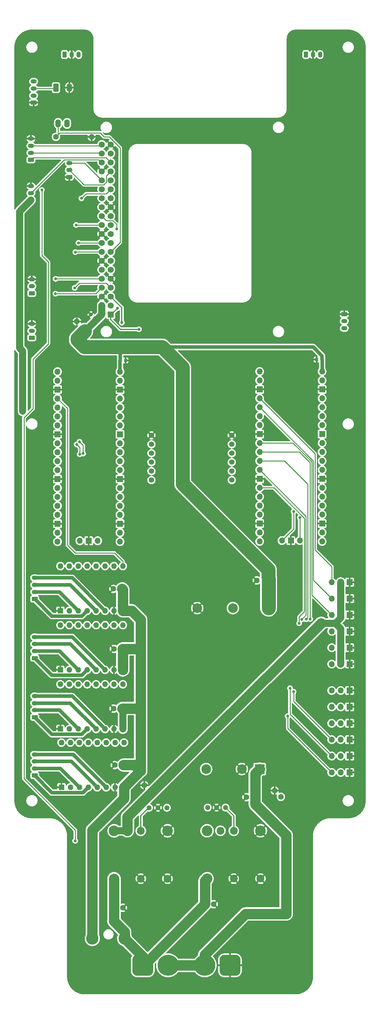
<source format=gbr>
%TF.GenerationSoftware,KiCad,Pcbnew,7.0.8*%
%TF.CreationDate,2023-11-15T00:13:47+01:00*%
%TF.ProjectId,main_board_v2,6d61696e-5f62-46f6-9172-645f76322e6b,rev?*%
%TF.SameCoordinates,Original*%
%TF.FileFunction,Copper,L1,Top*%
%TF.FilePolarity,Positive*%
%FSLAX46Y46*%
G04 Gerber Fmt 4.6, Leading zero omitted, Abs format (unit mm)*
G04 Created by KiCad (PCBNEW 7.0.8) date 2023-11-15 00:13:47*
%MOMM*%
%LPD*%
G01*
G04 APERTURE LIST*
G04 Aperture macros list*
%AMRoundRect*
0 Rectangle with rounded corners*
0 $1 Rounding radius*
0 $2 $3 $4 $5 $6 $7 $8 $9 X,Y pos of 4 corners*
0 Add a 4 corners polygon primitive as box body*
4,1,4,$2,$3,$4,$5,$6,$7,$8,$9,$2,$3,0*
0 Add four circle primitives for the rounded corners*
1,1,$1+$1,$2,$3*
1,1,$1+$1,$4,$5*
1,1,$1+$1,$6,$7*
1,1,$1+$1,$8,$9*
0 Add four rect primitives between the rounded corners*
20,1,$1+$1,$2,$3,$4,$5,0*
20,1,$1+$1,$4,$5,$6,$7,0*
20,1,$1+$1,$6,$7,$8,$9,0*
20,1,$1+$1,$8,$9,$2,$3,0*%
G04 Aperture macros list end*
%TA.AperFunction,ComponentPad*%
%ADD10R,1.750000X1.750000*%
%TD*%
%TA.AperFunction,ComponentPad*%
%ADD11C,1.750000*%
%TD*%
%TA.AperFunction,ComponentPad*%
%ADD12C,1.440000*%
%TD*%
%TA.AperFunction,SMDPad,CuDef*%
%ADD13RoundRect,0.225000X-0.335876X-0.017678X-0.017678X-0.335876X0.335876X0.017678X0.017678X0.335876X0*%
%TD*%
%TA.AperFunction,SMDPad,CuDef*%
%ADD14RoundRect,0.225000X-0.225000X-0.250000X0.225000X-0.250000X0.225000X0.250000X-0.225000X0.250000X0*%
%TD*%
%TA.AperFunction,SMDPad,CuDef*%
%ADD15RoundRect,0.225000X0.225000X0.250000X-0.225000X0.250000X-0.225000X-0.250000X0.225000X-0.250000X0*%
%TD*%
%TA.AperFunction,ComponentPad*%
%ADD16R,1.700000X1.700000*%
%TD*%
%TA.AperFunction,ComponentPad*%
%ADD17O,1.700000X1.700000*%
%TD*%
%TA.AperFunction,ComponentPad*%
%ADD18RoundRect,0.250000X0.625000X-0.350000X0.625000X0.350000X-0.625000X0.350000X-0.625000X-0.350000X0*%
%TD*%
%TA.AperFunction,ComponentPad*%
%ADD19O,1.750000X1.200000*%
%TD*%
%TA.AperFunction,ComponentPad*%
%ADD20C,1.600000*%
%TD*%
%TA.AperFunction,ComponentPad*%
%ADD21O,1.600000X1.600000*%
%TD*%
%TA.AperFunction,ComponentPad*%
%ADD22R,1.600000X1.600000*%
%TD*%
%TA.AperFunction,ComponentPad*%
%ADD23R,2.205000X2.205000*%
%TD*%
%TA.AperFunction,ComponentPad*%
%ADD24C,2.205000*%
%TD*%
%TA.AperFunction,ComponentPad*%
%ADD25C,3.030000*%
%TD*%
%TA.AperFunction,ComponentPad*%
%ADD26RoundRect,0.250000X-0.350000X-0.625000X0.350000X-0.625000X0.350000X0.625000X-0.350000X0.625000X0*%
%TD*%
%TA.AperFunction,ComponentPad*%
%ADD27O,1.200000X1.750000*%
%TD*%
%TA.AperFunction,ComponentPad*%
%ADD28C,3.500000*%
%TD*%
%TA.AperFunction,ComponentPad*%
%ADD29RoundRect,0.249630X-0.535370X0.895370X-0.535370X-0.895370X0.535370X-0.895370X0.535370X0.895370X0*%
%TD*%
%TA.AperFunction,ComponentPad*%
%ADD30O,1.570000X2.290000*%
%TD*%
%TA.AperFunction,ComponentPad*%
%ADD31RoundRect,0.250000X-0.625000X0.350000X-0.625000X-0.350000X0.625000X-0.350000X0.625000X0.350000X0*%
%TD*%
%TA.AperFunction,ComponentPad*%
%ADD32RoundRect,1.500000X1.500000X1.500000X-1.500000X1.500000X-1.500000X-1.500000X1.500000X-1.500000X0*%
%TD*%
%TA.AperFunction,ComponentPad*%
%ADD33C,6.000000*%
%TD*%
%TA.AperFunction,ComponentPad*%
%ADD34RoundRect,1.500000X-1.500000X-1.500000X1.500000X-1.500000X1.500000X1.500000X-1.500000X1.500000X0*%
%TD*%
%TA.AperFunction,ComponentPad*%
%ADD35R,2.750000X2.750000*%
%TD*%
%TA.AperFunction,ComponentPad*%
%ADD36C,2.750000*%
%TD*%
%TA.AperFunction,ComponentPad*%
%ADD37C,1.524000*%
%TD*%
%TA.AperFunction,ViaPad*%
%ADD38C,0.800000*%
%TD*%
%TA.AperFunction,Conductor*%
%ADD39C,0.254000*%
%TD*%
%TA.AperFunction,Conductor*%
%ADD40C,1.000000*%
%TD*%
%TA.AperFunction,Conductor*%
%ADD41C,4.000000*%
%TD*%
%TA.AperFunction,Conductor*%
%ADD42C,2.000000*%
%TD*%
%TA.AperFunction,Conductor*%
%ADD43C,0.300000*%
%TD*%
%TA.AperFunction,Conductor*%
%ADD44C,3.000000*%
%TD*%
G04 APERTURE END LIST*
D10*
%TO.P,J1,1,3V3*%
%TO.N,+3.3V*%
X272395200Y-127912600D03*
D11*
%TO.P,J1,2,5V*%
%TO.N,+5V*%
X269855200Y-127912600D03*
%TO.P,J1,3,SDA/GPIO2*%
%TO.N,/PI_SDA*%
X272395200Y-125372600D03*
%TO.P,J1,4,5V*%
%TO.N,+5V*%
X269855200Y-125372600D03*
%TO.P,J1,5,SCL/GPIO3*%
%TO.N,/PI_SCL*%
X272395200Y-122832600D03*
%TO.P,J1,6,GND*%
%TO.N,GND*%
X269855200Y-122832600D03*
%TO.P,J1,7,GCLK0/GPIO4*%
%TO.N,/RPI_TX3*%
X272395200Y-120292600D03*
%TO.P,J1,8,GPIO14/TXD*%
%TO.N,Net-(J1-GPIO14{slash}TXD)*%
X269855200Y-120292600D03*
%TO.P,J1,9,GND*%
%TO.N,GND*%
X272395200Y-117752600D03*
%TO.P,J1,10,GPIO15/RXD*%
%TO.N,Net-(J1-GPIO15{slash}RXD)*%
X269855200Y-117752600D03*
%TO.P,J1,11,GPIO17*%
%TO.N,unconnected-(J1-GPIO17-Pad11)*%
X272395200Y-115212600D03*
%TO.P,J1,12,GPIO18/PWM0*%
%TO.N,unconnected-(J1-GPIO18{slash}PWM0-Pad12)*%
X269855200Y-115212600D03*
%TO.P,J1,13,GPIO27*%
%TO.N,unconnected-(J1-GPIO27-Pad13)*%
X272395200Y-112672600D03*
%TO.P,J1,14,GND*%
%TO.N,GND*%
X269855200Y-112672600D03*
%TO.P,J1,15,GPIO22*%
%TO.N,/TIRETTE_input*%
X272395200Y-110132600D03*
%TO.P,J1,16,GPIO23*%
%TO.N,Net-(J1-GPIO23)*%
X269855200Y-110132600D03*
%TO.P,J1,17,3V3*%
%TO.N,+3.3V*%
X272395200Y-107592600D03*
%TO.P,J1,18,GPIO24*%
%TO.N,Net-(ERR1-A)*%
X269855200Y-107592600D03*
%TO.P,J1,19,MOSI0/GPIO10*%
%TO.N,unconnected-(J1-MOSI0{slash}GPIO10-Pad19)*%
X272395200Y-105052600D03*
%TO.P,J1,20,GND*%
%TO.N,GND*%
X269855200Y-105052600D03*
%TO.P,J1,21,MISO0/GPIO9*%
%TO.N,/RPI_RX4*%
X272395200Y-102512600D03*
%TO.P,J1,22,GPIO25*%
%TO.N,Net-(ERR2-A)*%
X269855200Y-102512600D03*
%TO.P,J1,23,SCLK0/GPIO11*%
%TO.N,unconnected-(J1-SCLK0{slash}GPIO11-Pad23)*%
X272395200Y-99972600D03*
%TO.P,J1,24,~{CE0}/GPIO8*%
%TO.N,/RPI_TX4*%
X269855200Y-99972600D03*
%TO.P,J1,25,GND*%
%TO.N,GND*%
X272395200Y-97432600D03*
%TO.P,J1,26,~{CE1}/GPIO7*%
%TO.N,unconnected-(J1-~{CE1}{slash}GPIO7-Pad26)*%
X269855200Y-97432600D03*
%TO.P,J1,27,ID_SD/GPIO0*%
%TO.N,unconnected-(J1-ID_SD{slash}GPIO0-Pad27)*%
X272395200Y-94892600D03*
%TO.P,J1,28,ID_SC/GPIO1*%
%TO.N,unconnected-(J1-ID_SC{slash}GPIO1-Pad28)*%
X269855200Y-94892600D03*
%TO.P,J1,29,GCLK1/GPIO5*%
%TO.N,/RPI_RX3*%
X272395200Y-92352600D03*
%TO.P,J1,30,GND*%
%TO.N,GND*%
X269855200Y-92352600D03*
%TO.P,J1,31,GCLK2/GPIO6*%
%TO.N,unconnected-(J1-GCLK2{slash}GPIO6-Pad31)*%
X272395200Y-89812600D03*
%TO.P,J1,32,PWM0/GPIO12*%
%TO.N,Net-(J1-PWM0{slash}GPIO12)*%
X269855200Y-89812600D03*
%TO.P,J1,33,PWM1/GPIO13*%
%TO.N,Net-(J1-PWM1{slash}GPIO13)*%
X272395200Y-87272600D03*
%TO.P,J1,34,GND*%
%TO.N,GND*%
X269855200Y-87272600D03*
%TO.P,J1,35,GPIO19/MISO1*%
%TO.N,Net-(J1-GPIO19{slash}MISO1)*%
X272395200Y-84732600D03*
%TO.P,J1,36,GPIO16*%
%TO.N,/LED_strip*%
X269855200Y-84732600D03*
%TO.P,J1,37,GPIO26*%
%TO.N,Net-(ERR3-A)*%
X272395200Y-82192600D03*
%TO.P,J1,38,GPIO20/MOSI1*%
%TO.N,Net-(J1-GPIO20{slash}MOSI1)*%
X269855200Y-82192600D03*
%TO.P,J1,39,GND*%
%TO.N,GND*%
X272395200Y-79652600D03*
%TO.P,J1,40,GPIO21/SCLK1*%
%TO.N,Net-(J1-GPIO21{slash}SCLK1)*%
X269855200Y-79652600D03*
%TD*%
D12*
%TO.P,R7,3*%
%TO.N,N/C*%
X288381600Y-268020800D03*
%TO.P,R7,2*%
%TO.N,GND*%
X285841600Y-268020800D03*
%TO.P,R7,1*%
%TO.N,Net-(PS2-TRIM)*%
X283301600Y-268020800D03*
%TD*%
%TO.P,R6,3*%
%TO.N,N/C*%
X299974000Y-267970000D03*
%TO.P,R6,2*%
%TO.N,GND*%
X302514000Y-267970000D03*
%TO.P,R6,1*%
%TO.N,Net-(PS1-TRIM)*%
X305054000Y-267970000D03*
%TD*%
D13*
%TO.P,C2,1*%
%TO.N,GND*%
X266752101Y-127975992D03*
%TO.P,C2,2*%
%TO.N,+5V*%
X267848117Y-129072008D03*
%TD*%
D14*
%TO.P,C14,1*%
%TO.N,+5V*%
X275056000Y-140970000D03*
%TO.P,C14,2*%
%TO.N,GND*%
X276606000Y-140970000D03*
%TD*%
D15*
%TO.P,C13,1*%
%TO.N,+5V*%
X332512000Y-140716000D03*
%TO.P,C13,2*%
%TO.N,GND*%
X330962000Y-140716000D03*
%TD*%
D16*
%TO.P,Servo4,1,Pin_1*%
%TO.N,GND*%
X340360000Y-217912000D03*
D17*
%TO.P,Servo4,2,Pin_2*%
%TO.N,+5VP*%
X337820000Y-217912000D03*
%TO.P,Servo4,3,Pin_3*%
%TO.N,/servo3*%
X335280000Y-217912000D03*
%TD*%
D16*
%TO.P,Servo2,1,Pin_1*%
%TO.N,GND*%
X340360000Y-208612000D03*
D17*
%TO.P,Servo2,2,Pin_2*%
%TO.N,+5VP*%
X337820000Y-208612000D03*
%TO.P,Servo2,3,Pin_3*%
%TO.N,/servo1*%
X335280000Y-208612000D03*
%TD*%
D16*
%TO.P,Servo8,1,Pin_1*%
%TO.N,GND*%
X340360000Y-239382200D03*
D17*
%TO.P,Servo8,2,Pin_2*%
%TO.N,+7.5V*%
X337820000Y-239382200D03*
%TO.P,Servo8,3,Pin_3*%
%TO.N,/servo7*%
X335280000Y-239382200D03*
%TD*%
D18*
%TO.P,Tirette1,1,Pin_1*%
%TO.N,GND*%
X250444000Y-67754000D03*
D19*
%TO.P,Tirette1,2,Pin_2*%
%TO.N,unconnected-(Tirette1-Pin_2-Pad2)*%
X250444000Y-65754000D03*
%TO.P,Tirette1,3,Pin_3*%
%TO.N,Net-(Tirette1-Pin_3)*%
X250444000Y-63754000D03*
%TO.P,Tirette1,4,Pin_4*%
%TO.N,+BATT*%
X250444000Y-61754000D03*
%TD*%
D20*
%TO.P,C6,1*%
%TO.N,+5V*%
X316444000Y-203454000D03*
%TO.P,C6,2*%
%TO.N,GND*%
X313944000Y-203454000D03*
%TD*%
D21*
%TO.P,A3,16,DIR*%
%TO.N,/DIR4*%
X258064000Y-216170000D03*
%TO.P,A3,15,STEP*%
%TO.N,/STEP4*%
X260604000Y-216170000D03*
%TO.P,A3,14*%
%TO.N,N/C*%
X263144000Y-216170000D03*
%TO.P,A3,13,SDO/UART/CFG0*%
%TO.N,/CFG0*%
X265684000Y-216170000D03*
%TO.P,A3,12,CS/CFG3*%
%TO.N,/CFG3*%
X268224000Y-216170000D03*
%TO.P,A3,11,SCK/CFG2*%
%TO.N,/CFG2*%
X270764000Y-216170000D03*
%TO.P,A3,10,SDI/CFG1*%
%TO.N,/CFG1*%
X273304000Y-216170000D03*
%TO.P,A3,9,~{EN}*%
%TO.N,/EN*%
X275844000Y-216170000D03*
%TO.P,A3,8,VMOT*%
%TO.N,/FusedProtectedVbatt*%
X275844000Y-228870000D03*
%TO.P,A3,7,GND*%
%TO.N,GND*%
X273304000Y-228870000D03*
%TO.P,A3,6,B2*%
%TO.N,Net-(A3-B2)*%
X270764000Y-228870000D03*
%TO.P,A3,5,B1*%
%TO.N,Net-(A3-B1)*%
X268224000Y-228870000D03*
%TO.P,A3,4,A1*%
%TO.N,Net-(A3-A1)*%
X265684000Y-228870000D03*
%TO.P,A3,3,A2*%
%TO.N,Net-(A3-A2)*%
X263144000Y-228870000D03*
%TO.P,A3,2,VIO*%
%TO.N,/3V3PICO1*%
X260604000Y-228870000D03*
D22*
%TO.P,A3,1,GND*%
%TO.N,GND*%
X258064000Y-228870000D03*
%TD*%
D16*
%TO.P,Servo10,1,Pin_1*%
%TO.N,GND*%
X340360000Y-248682200D03*
D17*
%TO.P,Servo10,2,Pin_2*%
%TO.N,+7.5V*%
X337820000Y-248682200D03*
%TO.P,Servo10,3,Pin_3*%
%TO.N,/servo9*%
X335280000Y-248682200D03*
%TD*%
D18*
%TO.P,RPI_serial1,1,Pin_1*%
%TO.N,Net-(J1-GPIO14{slash}TXD)*%
X249936000Y-121920000D03*
D19*
%TO.P,RPI_serial1,2,Pin_2*%
%TO.N,Net-(J1-GPIO15{slash}RXD)*%
X249936000Y-119920000D03*
%TO.P,RPI_serial1,3,Pin_3*%
%TO.N,GND*%
X249936000Y-117920000D03*
%TD*%
D20*
%TO.P,C11,1*%
%TO.N,/FusedProtectedVbatt*%
X275778600Y-222910400D03*
%TO.P,C11,2*%
%TO.N,GND*%
X273278600Y-222910400D03*
%TD*%
D23*
%TO.P,PS2,1,VIN(+)*%
%TO.N,/ProtectedVbatt*%
X273344000Y-288174000D03*
D24*
%TO.P,PS2,2,~{ON}/OFF*%
%TO.N,GND*%
X280944000Y-288174000D03*
%TO.P,PS2,3,VIN(-)/GND*%
X288544000Y-288174000D03*
D25*
%TO.P,PS2,4,VOUT(-)/GND*%
X288544000Y-274574000D03*
D24*
%TO.P,PS2,6,TRIM*%
%TO.N,Net-(PS2-TRIM)*%
X280944000Y-274574000D03*
%TO.P,PS2,7,SENSE+*%
%TO.N,+5VP*%
X277144000Y-274574000D03*
D25*
%TO.P,PS2,8,VOUT(+)*%
X273344000Y-274574000D03*
%TD*%
D22*
%TO.P,A2,1,GND*%
%TO.N,GND*%
X258064000Y-245660000D03*
D21*
%TO.P,A2,2,VIO*%
%TO.N,/3V3PICO1*%
X260604000Y-245660000D03*
%TO.P,A2,3,A2*%
%TO.N,Net-(A2-A2)*%
X263144000Y-245660000D03*
%TO.P,A2,4,A1*%
%TO.N,Net-(A2-A1)*%
X265684000Y-245660000D03*
%TO.P,A2,5,B1*%
%TO.N,Net-(A2-B1)*%
X268224000Y-245660000D03*
%TO.P,A2,6,B2*%
%TO.N,Net-(A2-B2)*%
X270764000Y-245660000D03*
%TO.P,A2,7,GND*%
%TO.N,GND*%
X273304000Y-245660000D03*
%TO.P,A2,8,VMOT*%
%TO.N,/FusedProtectedVbatt*%
X275844000Y-245660000D03*
%TO.P,A2,9,~{EN}*%
%TO.N,/EN*%
X275844000Y-232960000D03*
%TO.P,A2,10,SDI/CFG1*%
%TO.N,/CFG1*%
X273304000Y-232960000D03*
%TO.P,A2,11,SCK/CFG2*%
%TO.N,/CFG2*%
X270764000Y-232960000D03*
%TO.P,A2,12,CS/CFG3*%
%TO.N,/CFG3*%
X268224000Y-232960000D03*
%TO.P,A2,13,SDO/UART/CFG0*%
%TO.N,/CFG0*%
X265684000Y-232960000D03*
%TO.P,A2,14*%
%TO.N,N/C*%
X263144000Y-232960000D03*
%TO.P,A2,15,STEP*%
%TO.N,/STEP3*%
X260604000Y-232960000D03*
%TO.P,A2,16,DIR*%
%TO.N,/DIR3*%
X258064000Y-232960000D03*
%TD*%
D19*
%TO.P,Stepper4,4,Pin_4*%
%TO.N,Net-(A4-B2)*%
X250757600Y-202740000D03*
%TO.P,Stepper4,3,Pin_3*%
%TO.N,Net-(A4-B1)*%
X250757600Y-204740000D03*
%TO.P,Stepper4,2,Pin_2*%
%TO.N,Net-(A4-A2)*%
X250757600Y-206740000D03*
D18*
%TO.P,Stepper4,1,Pin_1*%
%TO.N,Net-(A4-A1)*%
X250757600Y-208740000D03*
%TD*%
D17*
%TO.P,U3,1,GPIO0*%
%TO.N,/RPI_pico2_TX0*%
X314756800Y-144119600D03*
%TO.P,U3,2,GPIO1*%
%TO.N,/RPI_pico2_RX0*%
X314756800Y-146659600D03*
D16*
%TO.P,U3,3,GND*%
%TO.N,GND*%
X314756800Y-149199600D03*
D17*
%TO.P,U3,4,GPIO2*%
%TO.N,/servo0*%
X314756800Y-151739600D03*
%TO.P,U3,5,GPIO3*%
%TO.N,/servo1*%
X314756800Y-154279600D03*
%TO.P,U3,6,GPIO4*%
%TO.N,/RPI_RX4*%
X314756800Y-156819600D03*
%TO.P,U3,7,GPIO5*%
%TO.N,/RPI_TX4*%
X314756800Y-159359600D03*
D16*
%TO.P,U3,8,GND*%
%TO.N,GND*%
X314756800Y-161899600D03*
D17*
%TO.P,U3,9,GPIO6*%
%TO.N,/servo2*%
X314756800Y-164439600D03*
%TO.P,U3,10,GPIO7*%
%TO.N,/servo3*%
X314756800Y-166979600D03*
%TO.P,U3,11,GPIO8*%
%TO.N,/servo4*%
X314756800Y-169519600D03*
%TO.P,U3,12,GPIO9*%
%TO.N,/servo5*%
X314756800Y-172059600D03*
D16*
%TO.P,U3,13,GND*%
%TO.N,GND*%
X314756800Y-174599600D03*
D17*
%TO.P,U3,14,GPIO10*%
%TO.N,/servo6*%
X314756800Y-177139600D03*
%TO.P,U3,15,GPIO11*%
%TO.N,/servo7*%
X314756800Y-179679600D03*
%TO.P,U3,16,GPIO12*%
%TO.N,/servo8*%
X314756800Y-182219600D03*
%TO.P,U3,17,GPIO13*%
%TO.N,/servo9*%
X314756800Y-184759600D03*
D16*
%TO.P,U3,18,GND*%
%TO.N,GND*%
X314756800Y-187299600D03*
D17*
%TO.P,U3,19,GPIO14*%
%TO.N,/servo10*%
X314756800Y-189839600D03*
%TO.P,U3,20,GPIO15*%
%TO.N,/servo11*%
X314756800Y-192379600D03*
%TO.P,U3,21,GPIO16*%
%TO.N,unconnected-(U3-GPIO16-Pad21)*%
X332536800Y-192379600D03*
%TO.P,U3,22,GPIO17*%
%TO.N,unconnected-(U3-GPIO17-Pad22)*%
X332536800Y-189839600D03*
D16*
%TO.P,U3,23,GND*%
%TO.N,GND*%
X332536800Y-187299600D03*
D17*
%TO.P,U3,24,GPIO18*%
%TO.N,unconnected-(U3-GPIO18-Pad24)*%
X332536800Y-184759600D03*
%TO.P,U3,25,GPIO19*%
%TO.N,unconnected-(U3-GPIO19-Pad25)*%
X332536800Y-182219600D03*
%TO.P,U3,26,GPIO20*%
%TO.N,unconnected-(U3-GPIO20-Pad26)*%
X332536800Y-179679600D03*
%TO.P,U3,27,GPIO21*%
%TO.N,unconnected-(U3-GPIO21-Pad27)*%
X332536800Y-177139600D03*
D16*
%TO.P,U3,28,GND*%
%TO.N,GND*%
X332536800Y-174599600D03*
D17*
%TO.P,U3,29,GPIO22*%
%TO.N,unconnected-(U3-GPIO22-Pad29)*%
X332536800Y-172059600D03*
%TO.P,U3,30,RUN*%
%TO.N,unconnected-(U3-RUN-Pad30)*%
X332536800Y-169519600D03*
%TO.P,U3,31,GPIO26_ADC0*%
%TO.N,/ISC1_SDA*%
X332536800Y-166979600D03*
%TO.P,U3,32,GPIO27_ADC1*%
%TO.N,/ISC1_SCL*%
X332536800Y-164439600D03*
D16*
%TO.P,U3,33,AGND*%
%TO.N,unconnected-(U3-AGND-Pad33)*%
X332536800Y-161899600D03*
D17*
%TO.P,U3,34,GPIO28_ADC2*%
%TO.N,unconnected-(U3-GPIO28_ADC2-Pad34)*%
X332536800Y-159359600D03*
%TO.P,U3,35,ADC_VREF*%
%TO.N,unconnected-(U3-ADC_VREF-Pad35)*%
X332536800Y-156819600D03*
%TO.P,U3,36,3V3*%
%TO.N,unconnected-(U3-3V3-Pad36)*%
X332536800Y-154279600D03*
%TO.P,U3,37,3V3_EN*%
%TO.N,unconnected-(U3-3V3_EN-Pad37)*%
X332536800Y-151739600D03*
D16*
%TO.P,U3,38,GND*%
%TO.N,GND*%
X332536800Y-149199600D03*
D17*
%TO.P,U3,39,VSYS*%
%TO.N,unconnected-(U3-VSYS-Pad39)*%
X332536800Y-146659600D03*
%TO.P,U3,40,VBUS*%
%TO.N,+5V*%
X332536800Y-144119600D03*
%TO.P,U3,41,SWCLK*%
%TO.N,Net-(PICO2_swd1-Pin_1)*%
X321106800Y-192149600D03*
D16*
%TO.P,U3,42,GND*%
%TO.N,GND*%
X323646800Y-192149600D03*
D17*
%TO.P,U3,43,SWDIO*%
%TO.N,Net-(PICO2_swd1-Pin_3)*%
X326186800Y-192149600D03*
%TD*%
D20*
%TO.P,C9,1*%
%TO.N,/FusedProtectedVbatt*%
X276032600Y-255905000D03*
%TO.P,C9,2*%
%TO.N,GND*%
X273532600Y-255905000D03*
%TD*%
%TO.P,C8,1*%
%TO.N,+5VP*%
X283718000Y-263398000D03*
%TO.P,C8,2*%
%TO.N,GND*%
X281950233Y-261630233D03*
%TD*%
D26*
%TO.P,PICO2_swd1,1,Pin_1*%
%TO.N,Net-(PICO2_swd1-Pin_1)*%
X327946000Y-54102000D03*
D27*
%TO.P,PICO2_swd1,2,Pin_2*%
%TO.N,GND*%
X329946000Y-54102000D03*
%TO.P,PICO2_swd1,3,Pin_3*%
%TO.N,Net-(PICO2_swd1-Pin_3)*%
X331946000Y-54102000D03*
%TD*%
D20*
%TO.P,C3,1*%
%TO.N,/ProtectedVbatt*%
X299212000Y-295402000D03*
%TO.P,C3,2*%
%TO.N,GND*%
X301712000Y-295402000D03*
%TD*%
D18*
%TO.P,PICO1_UART1,1,Pin_1*%
%TO.N,/RPI_pico1_RX0*%
X249936000Y-134556000D03*
D19*
%TO.P,PICO1_UART1,2,Pin_2*%
%TO.N,/RPI_pico1_TX0*%
X249936000Y-132556000D03*
%TO.P,PICO1_UART1,3,Pin_3*%
%TO.N,GND*%
X249936000Y-130556000D03*
%TD*%
D22*
%TO.P,A4,1,GND*%
%TO.N,GND*%
X258064000Y-212080000D03*
D21*
%TO.P,A4,2,VIO*%
%TO.N,/3V3PICO1*%
X260604000Y-212080000D03*
%TO.P,A4,3,A2*%
%TO.N,Net-(A4-A2)*%
X263144000Y-212080000D03*
%TO.P,A4,4,A1*%
%TO.N,Net-(A4-A1)*%
X265684000Y-212080000D03*
%TO.P,A4,5,B1*%
%TO.N,Net-(A4-B1)*%
X268224000Y-212080000D03*
%TO.P,A4,6,B2*%
%TO.N,Net-(A4-B2)*%
X270764000Y-212080000D03*
%TO.P,A4,7,GND*%
%TO.N,GND*%
X273304000Y-212080000D03*
%TO.P,A4,8,VMOT*%
%TO.N,/FusedProtectedVbatt*%
X275844000Y-212080000D03*
%TO.P,A4,9,~{EN}*%
%TO.N,/EN*%
X275844000Y-199380000D03*
%TO.P,A4,10,SDI/CFG1*%
%TO.N,/CFG1*%
X273304000Y-199380000D03*
%TO.P,A4,11,SCK/CFG2*%
%TO.N,/CFG2*%
X270764000Y-199380000D03*
%TO.P,A4,12,CS/CFG3*%
%TO.N,/CFG3*%
X268224000Y-199380000D03*
%TO.P,A4,13,SDO/UART/CFG0*%
%TO.N,/CFG0*%
X265684000Y-199380000D03*
%TO.P,A4,14*%
%TO.N,N/C*%
X263144000Y-199380000D03*
%TO.P,A4,15,STEP*%
%TO.N,/STEP2*%
X260604000Y-199380000D03*
%TO.P,A4,16,DIR*%
%TO.N,/DIR2*%
X258064000Y-199380000D03*
%TD*%
D20*
%TO.P,C5,1*%
%TO.N,+BATT*%
X313517600Y-264998200D03*
%TO.P,C5,2*%
%TO.N,GND*%
X311017600Y-264998200D03*
%TD*%
D19*
%TO.P,Stepper2,4,Pin_4*%
%TO.N,Net-(A2-B2)*%
X250757600Y-236320000D03*
%TO.P,Stepper2,3,Pin_3*%
%TO.N,Net-(A2-B1)*%
X250757600Y-238320000D03*
%TO.P,Stepper2,2,Pin_2*%
%TO.N,Net-(A2-A2)*%
X250757600Y-240320000D03*
D18*
%TO.P,Stepper2,1,Pin_1*%
%TO.N,Net-(A2-A1)*%
X250757600Y-242320000D03*
%TD*%
D16*
%TO.P,Servo3,1,Pin_1*%
%TO.N,GND*%
X340360000Y-213262000D03*
D17*
%TO.P,Servo3,2,Pin_2*%
%TO.N,+5VP*%
X337820000Y-213262000D03*
%TO.P,Servo3,3,Pin_3*%
%TO.N,/servo2*%
X335280000Y-213262000D03*
%TD*%
D28*
%TO.P,F1,1*%
%TO.N,/ProtectedVbatt*%
X276352000Y-305181000D03*
%TO.P,F1,2*%
%TO.N,/FusedProtectedVbatt*%
X267152000Y-305181000D03*
%TD*%
D29*
%TO.P,U1,1*%
%TO.N,Net-(Tirette1-Pin_3)*%
X256794000Y-63500000D03*
D30*
%TO.P,U1,2*%
%TO.N,GND*%
X260604000Y-63500000D03*
%TO.P,U1,3,NC*%
%TO.N,unconnected-(U1-NC-Pad3)*%
X259964000Y-73660000D03*
%TO.P,U1,4*%
%TO.N,/TIRETTE_input*%
X257434000Y-73660000D03*
%TD*%
D31*
%TO.P,PICO2_I2C1,1,Pin_1*%
%TO.N,GND*%
X338836000Y-127826000D03*
D19*
%TO.P,PICO2_I2C1,2,Pin_2*%
%TO.N,/ISC1_SCL*%
X338836000Y-129826000D03*
%TO.P,PICO2_I2C1,3,Pin_3*%
%TO.N,/ISC1_SDA*%
X338836000Y-131826000D03*
%TD*%
D16*
%TO.P,Servo5,1,Pin_1*%
%TO.N,GND*%
X340360000Y-222562000D03*
D17*
%TO.P,Servo5,2,Pin_2*%
%TO.N,+5VP*%
X337820000Y-222562000D03*
%TO.P,Servo5,3,Pin_3*%
%TO.N,/servo4*%
X335280000Y-222562000D03*
%TD*%
D23*
%TO.P,PS1,1,VIN(+)*%
%TO.N,/ProtectedVbatt*%
X299796200Y-288163000D03*
D24*
%TO.P,PS1,2,~{ON}/OFF*%
%TO.N,GND*%
X307396200Y-288163000D03*
%TO.P,PS1,3,VIN(-)/GND*%
X314996200Y-288163000D03*
D25*
%TO.P,PS1,4,VOUT(-)/GND*%
X314996200Y-274563000D03*
D24*
%TO.P,PS1,6,TRIM*%
%TO.N,Net-(PS1-TRIM)*%
X307396200Y-274563000D03*
%TO.P,PS1,7,SENSE+*%
%TO.N,+7.5V*%
X303596200Y-274563000D03*
D25*
%TO.P,PS1,8,VOUT(+)*%
X299796200Y-274563000D03*
%TD*%
D32*
%TO.P,Battery1,1,Pin_1*%
%TO.N,GND*%
X306310400Y-312775600D03*
D33*
%TO.P,Battery1,2,Pin_2*%
%TO.N,+BATT*%
X299110400Y-312775600D03*
%TD*%
D26*
%TO.P,PICO1_swd1,1,Pin_1*%
%TO.N,Net-(PICO1_swd1-Pin_1)*%
X259270000Y-54102000D03*
D27*
%TO.P,PICO1_swd1,2,Pin_2*%
%TO.N,GND*%
X261270000Y-54102000D03*
%TO.P,PICO1_swd1,3,Pin_3*%
%TO.N,Net-(PICO1_swd1-Pin_3)*%
X263270000Y-54102000D03*
%TD*%
D18*
%TO.P,RPI_SPI1,1,Pin_1*%
%TO.N,Net-(J1-GPIO19{slash}MISO1)*%
X249682000Y-84010000D03*
D19*
%TO.P,RPI_SPI1,2,Pin_2*%
%TO.N,Net-(J1-GPIO20{slash}MOSI1)*%
X249682000Y-82010000D03*
%TO.P,RPI_SPI1,3,Pin_3*%
%TO.N,Net-(J1-GPIO21{slash}SCLK1)*%
X249682000Y-80010000D03*
%TO.P,RPI_SPI1,4,Pin_4*%
%TO.N,GND*%
X249682000Y-78010000D03*
%TD*%
D18*
%TO.P,LEDStrip1,1,Pin_1*%
%TO.N,+5VP*%
X249682000Y-95440000D03*
D19*
%TO.P,LEDStrip1,2,Pin_2*%
%TO.N,/LED_strip*%
X249682000Y-93440000D03*
%TO.P,LEDStrip1,3,Pin_3*%
%TO.N,GND*%
X249682000Y-91440000D03*
%TD*%
D34*
%TO.P,BAU1,1,Pin_1*%
%TO.N,/ProtectedVbatt*%
X281496400Y-312775600D03*
D33*
%TO.P,BAU1,2,Pin_2*%
%TO.N,+BATT*%
X288696400Y-312775600D03*
%TD*%
D20*
%TO.P,R5,1*%
%TO.N,/TIRETTE_input*%
X256794000Y-77470000D03*
D21*
%TO.P,R5,2*%
%TO.N,GND*%
X266954000Y-77470000D03*
%TD*%
D16*
%TO.P,Servo9,1,Pin_1*%
%TO.N,GND*%
X340360000Y-244032200D03*
D17*
%TO.P,Servo9,2,Pin_2*%
%TO.N,+7.5V*%
X337820000Y-244032200D03*
%TO.P,Servo9,3,Pin_3*%
%TO.N,/servo8*%
X335280000Y-244032200D03*
%TD*%
D16*
%TO.P,Servo6,1,Pin_1*%
%TO.N,GND*%
X340360000Y-227212000D03*
D17*
%TO.P,Servo6,2,Pin_2*%
%TO.N,+5VP*%
X337820000Y-227212000D03*
%TO.P,Servo6,3,Pin_3*%
%TO.N,/servo5*%
X335280000Y-227212000D03*
%TD*%
%TO.P,U2,1,GPIO0*%
%TO.N,/RPI_pico1_TX0*%
X257251200Y-144170400D03*
%TO.P,U2,2,GPIO1*%
%TO.N,/RPI_pico1_RX0*%
X257251200Y-146710400D03*
D16*
%TO.P,U2,3,GND*%
%TO.N,GND*%
X257251200Y-149250400D03*
D17*
%TO.P,U2,4,GPIO2*%
%TO.N,/EN*%
X257251200Y-151790400D03*
%TO.P,U2,5,GPIO3*%
%TO.N,unconnected-(U2-GPIO3-Pad5)*%
X257251200Y-154330400D03*
%TO.P,U2,6,GPIO4*%
%TO.N,/RPI_RX3*%
X257251200Y-156870400D03*
%TO.P,U2,7,GPIO5*%
%TO.N,/RPI_TX3*%
X257251200Y-159410400D03*
D16*
%TO.P,U2,8,GND*%
%TO.N,GND*%
X257251200Y-161950400D03*
D17*
%TO.P,U2,9,GPIO6*%
%TO.N,unconnected-(U2-GPIO6-Pad9)*%
X257251200Y-164490400D03*
%TO.P,U2,10,GPIO7*%
%TO.N,unconnected-(U2-GPIO7-Pad10)*%
X257251200Y-167030400D03*
%TO.P,U2,11,GPIO8*%
%TO.N,/DIR1*%
X257251200Y-169570400D03*
%TO.P,U2,12,GPIO9*%
%TO.N,/STEP1*%
X257251200Y-172110400D03*
D16*
%TO.P,U2,13,GND*%
%TO.N,GND*%
X257251200Y-174650400D03*
D17*
%TO.P,U2,14,GPIO10*%
%TO.N,/DIR3*%
X257251200Y-177190400D03*
%TO.P,U2,15,GPIO11*%
%TO.N,/STEP3*%
X257251200Y-179730400D03*
%TO.P,U2,16,GPIO12*%
%TO.N,/DIR4*%
X257251200Y-182270400D03*
%TO.P,U2,17,GPIO13*%
%TO.N,/STEP4*%
X257251200Y-184810400D03*
D16*
%TO.P,U2,18,GND*%
%TO.N,GND*%
X257251200Y-187350400D03*
D17*
%TO.P,U2,19,GPIO14*%
%TO.N,/DIR2*%
X257251200Y-189890400D03*
%TO.P,U2,20,GPIO15*%
%TO.N,/STEP2*%
X257251200Y-192430400D03*
%TO.P,U2,21,GPIO16*%
%TO.N,/CFG1*%
X275031200Y-192430400D03*
%TO.P,U2,22,GPIO17*%
%TO.N,/CFG2*%
X275031200Y-189890400D03*
D16*
%TO.P,U2,23,GND*%
%TO.N,GND*%
X275031200Y-187350400D03*
D17*
%TO.P,U2,24,GPIO18*%
%TO.N,/CFG3*%
X275031200Y-184810400D03*
%TO.P,U2,25,GPIO19*%
%TO.N,/CFG0*%
X275031200Y-182270400D03*
%TO.P,U2,26,GPIO20*%
%TO.N,unconnected-(U2-GPIO20-Pad26)*%
X275031200Y-179730400D03*
%TO.P,U2,27,GPIO21*%
%TO.N,unconnected-(U2-GPIO21-Pad27)*%
X275031200Y-177190400D03*
D16*
%TO.P,U2,28,GND*%
%TO.N,GND*%
X275031200Y-174650400D03*
D17*
%TO.P,U2,29,GPIO22*%
%TO.N,unconnected-(U2-GPIO22-Pad29)*%
X275031200Y-172110400D03*
%TO.P,U2,30,RUN*%
%TO.N,unconnected-(U2-RUN-Pad30)*%
X275031200Y-169570400D03*
%TO.P,U2,31,GPIO26_ADC0*%
%TO.N,unconnected-(U2-GPIO26_ADC0-Pad31)*%
X275031200Y-167030400D03*
%TO.P,U2,32,GPIO27_ADC1*%
%TO.N,unconnected-(U2-GPIO27_ADC1-Pad32)*%
X275031200Y-164490400D03*
D16*
%TO.P,U2,33,AGND*%
%TO.N,unconnected-(U2-AGND-Pad33)*%
X275031200Y-161950400D03*
D17*
%TO.P,U2,34,GPIO28_ADC2*%
%TO.N,unconnected-(U2-GPIO28_ADC2-Pad34)*%
X275031200Y-159410400D03*
%TO.P,U2,35,ADC_VREF*%
%TO.N,unconnected-(U2-ADC_VREF-Pad35)*%
X275031200Y-156870400D03*
%TO.P,U2,36,3V3*%
%TO.N,/3V3PICO1*%
X275031200Y-154330400D03*
%TO.P,U2,37,3V3_EN*%
%TO.N,unconnected-(U2-3V3_EN-Pad37)*%
X275031200Y-151790400D03*
D16*
%TO.P,U2,38,GND*%
%TO.N,GND*%
X275031200Y-149250400D03*
D17*
%TO.P,U2,39,VSYS*%
%TO.N,unconnected-(U2-VSYS-Pad39)*%
X275031200Y-146710400D03*
%TO.P,U2,40,VBUS*%
%TO.N,+5V*%
X275031200Y-144170400D03*
%TO.P,U2,41,SWCLK*%
%TO.N,Net-(PICO1_swd1-Pin_1)*%
X263601200Y-192200400D03*
D16*
%TO.P,U2,42,GND*%
%TO.N,GND*%
X266141200Y-192200400D03*
D17*
%TO.P,U2,43,SWDIO*%
%TO.N,Net-(PICO1_swd1-Pin_3)*%
X268681200Y-192200400D03*
%TD*%
D20*
%TO.P,C10,2*%
%TO.N,GND*%
X273191600Y-239852200D03*
%TO.P,C10,1*%
%TO.N,/FusedProtectedVbatt*%
X275691600Y-239852200D03*
%TD*%
%TO.P,C1,1*%
%TO.N,+5V*%
X264535883Y-131693883D03*
%TO.P,C1,2*%
%TO.N,GND*%
X262768116Y-129926116D03*
%TD*%
D16*
%TO.P,Servo7,1,Pin_1*%
%TO.N,GND*%
X340360000Y-234732200D03*
D17*
%TO.P,Servo7,2,Pin_2*%
%TO.N,+7.5V*%
X337820000Y-234732200D03*
%TO.P,Servo7,3,Pin_3*%
%TO.N,/servo6*%
X335280000Y-234732200D03*
%TD*%
D20*
%TO.P,C4,1*%
%TO.N,/ProtectedVbatt*%
X273344000Y-296418000D03*
%TO.P,C4,2*%
%TO.N,GND*%
X275844000Y-296418000D03*
%TD*%
%TO.P,C7,2*%
%TO.N,GND*%
X319024000Y-263144000D03*
%TO.P,C7,1*%
%TO.N,+7.5V*%
X320791767Y-264911767D03*
%TD*%
%TO.P,C12,1*%
%TO.N,/FusedProtectedVbatt*%
X275626200Y-205867000D03*
%TO.P,C12,2*%
%TO.N,GND*%
X273126200Y-205867000D03*
%TD*%
D19*
%TO.P,Stepper1,4,Pin_4*%
%TO.N,Net-(A1-B2)*%
X250757600Y-252872000D03*
%TO.P,Stepper1,3,Pin_3*%
%TO.N,Net-(A1-B1)*%
X250757600Y-254872000D03*
%TO.P,Stepper1,2,Pin_2*%
%TO.N,Net-(A1-A2)*%
X250757600Y-256872000D03*
D18*
%TO.P,Stepper1,1,Pin_1*%
%TO.N,Net-(A1-A1)*%
X250757600Y-258872000D03*
%TD*%
D22*
%TO.P,A1,1,GND*%
%TO.N,GND*%
X258368800Y-262212000D03*
D21*
%TO.P,A1,2,VIO*%
%TO.N,/3V3PICO1*%
X260908800Y-262212000D03*
%TO.P,A1,3,A2*%
%TO.N,Net-(A1-A2)*%
X263448800Y-262212000D03*
%TO.P,A1,4,A1*%
%TO.N,Net-(A1-A1)*%
X265988800Y-262212000D03*
%TO.P,A1,5,B1*%
%TO.N,Net-(A1-B1)*%
X268528800Y-262212000D03*
%TO.P,A1,6,B2*%
%TO.N,Net-(A1-B2)*%
X271068800Y-262212000D03*
%TO.P,A1,7,GND*%
%TO.N,GND*%
X273608800Y-262212000D03*
%TO.P,A1,8,VMOT*%
%TO.N,/FusedProtectedVbatt*%
X276148800Y-262212000D03*
%TO.P,A1,9,~{EN}*%
%TO.N,/EN*%
X276148800Y-249512000D03*
%TO.P,A1,10,SDI/CFG1*%
%TO.N,/CFG1*%
X273608800Y-249512000D03*
%TO.P,A1,11,SCK/CFG2*%
%TO.N,/CFG2*%
X271068800Y-249512000D03*
%TO.P,A1,12,CS/CFG3*%
%TO.N,/CFG3*%
X268528800Y-249512000D03*
%TO.P,A1,13,SDO/UART/CFG0*%
%TO.N,/CFG0*%
X265988800Y-249512000D03*
%TO.P,A1,14*%
%TO.N,N/C*%
X263448800Y-249512000D03*
%TO.P,A1,15,STEP*%
%TO.N,/STEP1*%
X260908800Y-249512000D03*
%TO.P,A1,16,DIR*%
%TO.N,/DIR1*%
X258368800Y-249512000D03*
%TD*%
D18*
%TO.P,RPI_PWMs1,1,Pin_1*%
%TO.N,GND*%
X260604000Y-88900000D03*
D19*
%TO.P,RPI_PWMs1,2,Pin_2*%
%TO.N,Net-(J1-PWM1{slash}GPIO13)*%
X260604000Y-86900000D03*
%TO.P,RPI_PWMs1,3,Pin_3*%
%TO.N,Net-(J1-PWM0{slash}GPIO12)*%
X260604000Y-84900000D03*
%TD*%
D35*
%TO.P,PS3,1,+VIN(VCC)*%
%TO.N,+BATT*%
X314762200Y-257045200D03*
D36*
%TO.P,PS3,2,-VIN(GND)*%
%TO.N,GND*%
X309682200Y-257045200D03*
%TO.P,PS3,3,REMOTE_ON/OFF*%
%TO.N,unconnected-(PS3-REMOTE_ON{slash}OFF-Pad3)*%
X299522200Y-257045200D03*
%TO.P,PS3,4,+VOUT*%
%TO.N,+5V*%
X317302200Y-211325200D03*
%TO.P,PS3,5,COMMON*%
%TO.N,unconnected-(PS3-COMMON-Pad5)*%
X307142200Y-211325200D03*
%TO.P,PS3,6,-VOUT*%
%TO.N,GND*%
X296982200Y-211325200D03*
%TD*%
D16*
%TO.P,Servo1,1,Pin_1*%
%TO.N,GND*%
X340360000Y-203962000D03*
D17*
%TO.P,Servo1,2,Pin_2*%
%TO.N,+5VP*%
X337820000Y-203962000D03*
%TO.P,Servo1,3,Pin_3*%
%TO.N,/servo0*%
X335280000Y-203962000D03*
%TD*%
D16*
%TO.P,Servo11,1,Pin_1*%
%TO.N,GND*%
X340360000Y-253332200D03*
D17*
%TO.P,Servo11,2,Pin_2*%
%TO.N,+7.5V*%
X337820000Y-253332200D03*
%TO.P,Servo11,3,Pin_3*%
%TO.N,/servo10*%
X335280000Y-253332200D03*
%TD*%
D16*
%TO.P,Servo12,1,Pin_1*%
%TO.N,GND*%
X340360000Y-258013200D03*
D17*
%TO.P,Servo12,2,Pin_2*%
%TO.N,+7.5V*%
X337820000Y-258013200D03*
%TO.P,Servo12,3,Pin_3*%
%TO.N,/servo11*%
X335280000Y-258013200D03*
%TD*%
D37*
%TO.P,IMU1,1,VIN*%
%TO.N,+3.3V*%
X283972000Y-164795200D03*
%TO.P,IMU1,2,VIN*%
X306832000Y-174955200D03*
%TO.P,IMU1,3,DA*%
%TO.N,/PI_SDA*%
X283972000Y-167335200D03*
%TO.P,IMU1,4,CL*%
%TO.N,/PI_SCL*%
X283972000Y-169875200D03*
%TO.P,IMU1,5,AD0*%
%TO.N,unconnected-(IMU1-AD0-Pad5)*%
X283972000Y-172415200D03*
%TO.P,IMU1,6,NC*%
%TO.N,unconnected-(IMU1-NC-Pad6)*%
X283972000Y-174955200D03*
%TO.P,IMU1,7,ACL*%
%TO.N,unconnected-(IMU1-ACL-Pad7)*%
X306832000Y-172415200D03*
%TO.P,IMU1,8,ADA*%
%TO.N,unconnected-(IMU1-ADA-Pad8)*%
X306832000Y-169875200D03*
%TO.P,IMU1,9,FSNC*%
%TO.N,unconnected-(IMU1-FSNC-Pad9)*%
X306832000Y-167335200D03*
%TO.P,IMU1,10,INT*%
%TO.N,unconnected-(IMU1-INT-Pad10)*%
X306832000Y-164795200D03*
%TO.P,IMU1,11,GND*%
%TO.N,GND*%
X283972000Y-162255200D03*
%TO.P,IMU1,12,GND*%
X306832000Y-162255200D03*
%TD*%
D19*
%TO.P,Stepper3,4,Pin_4*%
%TO.N,Net-(A3-B2)*%
X250757600Y-219530000D03*
%TO.P,Stepper3,3,Pin_3*%
%TO.N,Net-(A3-B1)*%
X250757600Y-221530000D03*
%TO.P,Stepper3,2,Pin_2*%
%TO.N,Net-(A3-A2)*%
X250757600Y-223530000D03*
D18*
%TO.P,Stepper3,1,Pin_1*%
%TO.N,Net-(A3-A1)*%
X250757600Y-225530000D03*
%TD*%
D38*
%TO.N,GND*%
X253085600Y-200355200D03*
X251358400Y-200355200D03*
X249885200Y-200355200D03*
X252476000Y-213106000D03*
X250850400Y-211785200D03*
X249682000Y-210718400D03*
X253746000Y-217525600D03*
X252120400Y-217474800D03*
X250291600Y-217474800D03*
X250088400Y-228295200D03*
X250139200Y-233984800D03*
X249936000Y-245110000D03*
X249936000Y-247192800D03*
X249936000Y-249072400D03*
X259029200Y-265379200D03*
X257911600Y-265379200D03*
X256692400Y-265379200D03*
X259130800Y-260045200D03*
X257759200Y-260197600D03*
X257708400Y-259181600D03*
X255879600Y-258775200D03*
X255270000Y-260553200D03*
X253441200Y-258876800D03*
X254101600Y-234137200D03*
X251815600Y-234137200D03*
X252628400Y-246532400D03*
X251358400Y-245160800D03*
X259232400Y-243789200D03*
X257759200Y-242366800D03*
X257810000Y-243789200D03*
X253136400Y-242265200D03*
X254863600Y-243738400D03*
X254863600Y-241960400D03*
X258826000Y-210058000D03*
X257657600Y-208838800D03*
X257708400Y-210058000D03*
X253441200Y-208076800D03*
X253085600Y-209042000D03*
X254457200Y-225298000D03*
X253898400Y-226314000D03*
X253034800Y-225348800D03*
%TO.N,Net-(PICO2_swd1-Pin_1)*%
X324408800Y-183896000D03*
%TO.N,Net-(PICO2_swd1-Pin_3)*%
X326186800Y-185623200D03*
%TO.N,+3.3V*%
X274320000Y-126136400D03*
%TO.N,Net-(J1-GPIO14{slash}TXD)*%
X256641600Y-122021600D03*
%TO.N,Net-(J1-GPIO15{slash}RXD)*%
X256692400Y-117805200D03*
%TO.N,Net-(ERR1-A)*%
X263194800Y-107594400D03*
%TO.N,Net-(ERR2-A)*%
X262534400Y-102514400D03*
%TO.N,+BATT*%
X252780800Y-92557600D03*
X262280400Y-277418800D03*
%TO.N,+5VP*%
X247345200Y-155397200D03*
%TO.N,+3.3V*%
X280416000Y-132130800D03*
%TO.N,/PI_SCL*%
X275539200Y-130251200D03*
%TO.N,/servo11*%
X322732400Y-242011200D03*
%TO.N,/servo10*%
X323392800Y-234086400D03*
%TO.N,/servo9*%
X324408800Y-235051600D03*
%TO.N,/servo6*%
X325983600Y-215646000D03*
%TO.N,/servo5*%
X326745600Y-214528400D03*
%TO.N,/servo4*%
X327964800Y-214477600D03*
%TO.N,/servo3*%
X329133200Y-214426800D03*
%TO.N,Net-(PICO1_swd1-Pin_3)*%
X263499600Y-164084000D03*
X264528463Y-167434092D03*
%TO.N,/RPI_RX3*%
X264058400Y-94945200D03*
%TO.N,Net-(J1-GPIO23)*%
X262331200Y-110236000D03*
%TO.N,Net-(PICO1_swd1-Pin_1)*%
X263550400Y-167640000D03*
X262686800Y-164846000D03*
%TO.N,/RPI_TX3*%
X262128000Y-120396000D03*
%TO.N,/RPI_TX4*%
X274066000Y-103632000D03*
%TD*%
D39*
%TO.N,/RPI_RX3*%
X265328400Y-93675200D02*
X271072600Y-93675200D01*
X271072600Y-93675200D02*
X272395200Y-92352600D01*
X264058400Y-94945200D02*
X265328400Y-93675200D01*
%TO.N,Net-(PICO2_swd1-Pin_1)*%
X324408800Y-188847600D02*
X321106800Y-192149600D01*
X324408800Y-183896000D02*
X324408800Y-188847600D01*
%TO.N,Net-(PICO2_swd1-Pin_3)*%
X326186800Y-192149600D02*
X326186800Y-185623200D01*
%TO.N,/servo6*%
X318820800Y-177139600D02*
X314756800Y-177139600D01*
X327498200Y-185817000D02*
X318820800Y-177139600D01*
X327498200Y-212293200D02*
X327498200Y-185817000D01*
X325983600Y-213807800D02*
X327498200Y-212293200D01*
X325983600Y-215646000D02*
X325983600Y-213807800D01*
D40*
%TO.N,+5V*%
X275056000Y-140970000D02*
X275056000Y-137388000D01*
D41*
X274828000Y-137160000D02*
X264922000Y-137160000D01*
D40*
X275056000Y-137388000D02*
X274828000Y-137160000D01*
D41*
X287020000Y-137160000D02*
X274828000Y-137160000D01*
D40*
X275031200Y-140994800D02*
X275056000Y-140970000D01*
X275031200Y-144170400D02*
X275031200Y-140994800D01*
X329996800Y-137160000D02*
X287020000Y-137160000D01*
X332512000Y-139675200D02*
X329996800Y-137160000D01*
X332512000Y-140716000D02*
X332512000Y-139675200D01*
X332536800Y-140740800D02*
X332512000Y-140716000D01*
X332536800Y-144119600D02*
X332536800Y-140740800D01*
D42*
X269855200Y-127912600D02*
X269855200Y-125372600D01*
D43*
%TO.N,+3.3V*%
X272543800Y-127912600D02*
X274320000Y-126136400D01*
X272395200Y-127912600D02*
X272543800Y-127912600D01*
D39*
%TO.N,Net-(J1-GPIO14{slash}TXD)*%
X268126200Y-122021600D02*
X256641600Y-122021600D01*
X269855200Y-120292600D02*
X268126200Y-122021600D01*
%TO.N,Net-(J1-GPIO15{slash}RXD)*%
X256745000Y-117752600D02*
X256692400Y-117805200D01*
X269855200Y-117752600D02*
X256745000Y-117752600D01*
%TO.N,Net-(J1-GPIO23)*%
X262434600Y-110132600D02*
X262331200Y-110236000D01*
X269855200Y-110132600D02*
X262434600Y-110132600D01*
%TO.N,Net-(ERR1-A)*%
X263196600Y-107592600D02*
X263194800Y-107594400D01*
X269855200Y-107592600D02*
X263196600Y-107592600D01*
%TO.N,Net-(ERR2-A)*%
X262536200Y-102512600D02*
X262534400Y-102514400D01*
X269855200Y-102512600D02*
X262536200Y-102512600D01*
%TO.N,+BATT*%
X252780800Y-111150400D02*
X252780800Y-92557600D01*
X254660400Y-113030000D02*
X252780800Y-111150400D01*
X254660400Y-136194800D02*
X254660400Y-135585200D01*
X250240800Y-140614400D02*
X254660400Y-136194800D01*
X247700800Y-157226000D02*
X250240800Y-154686000D01*
X247700800Y-259791200D02*
X247700800Y-157226000D01*
X249732800Y-261823200D02*
X247700800Y-259791200D01*
X250240800Y-154686000D02*
X250240800Y-140614400D01*
X254660400Y-135585200D02*
X254660400Y-113030000D01*
X262280400Y-274370800D02*
X249732800Y-261823200D01*
X262280400Y-277418800D02*
X262280400Y-274370800D01*
D42*
%TO.N,+5VP*%
X246430800Y-137414000D02*
X246430800Y-98691200D01*
X246430800Y-98691200D02*
X249682000Y-95440000D01*
X247345200Y-138328400D02*
X246430800Y-137414000D01*
X247345200Y-155397200D02*
X247345200Y-138328400D01*
D43*
%TO.N,/PI_SCL*%
X275539200Y-125976600D02*
X272395200Y-122832600D01*
X275539200Y-130251200D02*
X275539200Y-125976600D01*
%TO.N,+3.3V*%
X272395200Y-129393200D02*
X272395200Y-127912600D01*
X275132800Y-132130800D02*
X272395200Y-129393200D01*
X280416000Y-132130800D02*
X275132800Y-132130800D01*
D39*
%TO.N,/servo11*%
X322732400Y-245465600D02*
X322732400Y-242011200D01*
X335280000Y-258013200D02*
X322732400Y-245465600D01*
%TO.N,/servo10*%
X323392800Y-241445000D02*
X335280000Y-253332200D01*
X323392800Y-234086400D02*
X323392800Y-241445000D01*
%TO.N,/servo9*%
X324408800Y-237811000D02*
X324408800Y-235051600D01*
X335280000Y-248682200D02*
X324408800Y-237811000D01*
%TO.N,/servo4*%
X328406200Y-176107800D02*
X321818000Y-169519600D01*
X328406200Y-214036200D02*
X328406200Y-176107800D01*
X327964800Y-214477600D02*
X328406200Y-214036200D01*
X321818000Y-169519600D02*
X314756800Y-169519600D01*
%TO.N,/servo5*%
X327952200Y-185255000D02*
X314756800Y-172059600D01*
X327952200Y-213321800D02*
X327952200Y-185255000D01*
X326745600Y-214528400D02*
X327952200Y-213321800D01*
%TO.N,/servo3*%
X329133200Y-170027600D02*
X329133200Y-214426800D01*
X326085200Y-166979600D02*
X329133200Y-170027600D01*
X314756800Y-166979600D02*
X326085200Y-166979600D01*
%TO.N,/servo2*%
X324234994Y-164439600D02*
X314756800Y-164439600D01*
X329596800Y-169801406D02*
X324234994Y-164439600D01*
X329596800Y-207578800D02*
X329596800Y-169801406D01*
X335280000Y-213262000D02*
X329596800Y-207578800D01*
%TO.N,/servo1*%
X330050800Y-203382800D02*
X335280000Y-208612000D01*
X330050800Y-169573600D02*
X330050800Y-203382800D01*
X314756800Y-154279600D02*
X330050800Y-169573600D01*
%TO.N,/servo0*%
X330504800Y-167487600D02*
X314756800Y-151739600D01*
X330504800Y-194804718D02*
X330504800Y-167487600D01*
X335280000Y-203962000D02*
X335280000Y-199579918D01*
X335280000Y-199579918D02*
X330504800Y-194804718D01*
D44*
%TO.N,/FusedProtectedVbatt*%
X275844000Y-222975800D02*
X275844000Y-228870000D01*
X275778600Y-222910400D02*
X275844000Y-222975800D01*
D42*
X275844000Y-245660000D02*
X275844000Y-240004600D01*
X275844000Y-240004600D02*
X275691600Y-239852200D01*
D39*
%TO.N,/EN*%
X260096000Y-154635200D02*
X257251200Y-151790400D01*
X260096000Y-193446400D02*
X260096000Y-154635200D01*
X262331200Y-195681600D02*
X260096000Y-193446400D01*
X273456400Y-195681600D02*
X262331200Y-195681600D01*
X275844000Y-198069200D02*
X273456400Y-195681600D01*
X275844000Y-199380000D02*
X275844000Y-198069200D01*
%TO.N,Net-(PICO1_swd1-Pin_3)*%
X264528463Y-165112863D02*
X263499600Y-164084000D01*
X264528463Y-167434092D02*
X264528463Y-165112863D01*
%TO.N,Net-(PICO1_swd1-Pin_1)*%
X263550400Y-165709600D02*
X262686800Y-164846000D01*
X263550400Y-167640000D02*
X263550400Y-165709600D01*
%TO.N,Net-(J1-PWM1{slash}GPIO13)*%
X271193200Y-90299600D02*
X271193200Y-88474600D01*
X270408400Y-91084400D02*
X271193200Y-90299600D01*
X271193200Y-88474600D02*
X272395200Y-87272600D01*
X260604000Y-86900000D02*
X264788400Y-91084400D01*
X264788400Y-91084400D02*
X270408400Y-91084400D01*
%TO.N,/TIRETTE_input*%
X275082000Y-80619600D02*
X275082000Y-107445800D01*
X271932400Y-77470000D02*
X275082000Y-80619600D01*
X270510000Y-77470000D02*
X271932400Y-77470000D01*
X275082000Y-107445800D02*
X272395200Y-110132600D01*
X257921000Y-76343000D02*
X269383000Y-76343000D01*
X256794000Y-77470000D02*
X257921000Y-76343000D01*
X269383000Y-76343000D02*
X270510000Y-77470000D01*
%TO.N,/RPI_TX4*%
X271127000Y-101244400D02*
X269855200Y-99972600D01*
X272999200Y-101244400D02*
X271127000Y-101244400D01*
X274066000Y-102311200D02*
X272999200Y-101244400D01*
X274066000Y-103632000D02*
X274066000Y-102311200D01*
%TO.N,/RPI_TX3*%
X263499600Y-119024400D02*
X262128000Y-120396000D01*
X272395200Y-120292600D02*
X271127000Y-119024400D01*
X271127000Y-119024400D02*
X263499600Y-119024400D01*
%TO.N,/TIRETTE_input*%
X257434000Y-76830000D02*
X256794000Y-77470000D01*
X257434000Y-73660000D02*
X257434000Y-76830000D01*
%TO.N,Net-(Tirette1-Pin_3)*%
X256540000Y-63754000D02*
X256794000Y-63500000D01*
X250444000Y-63754000D02*
X256540000Y-63754000D01*
%TO.N,/LED_strip*%
X269095600Y-83973000D02*
X269855200Y-84732600D01*
X259149000Y-83973000D02*
X269095600Y-83973000D01*
X249682000Y-93440000D02*
X259149000Y-83973000D01*
%TO.N,Net-(J1-GPIO19{slash}MISO1)*%
X271072600Y-83410000D02*
X272395200Y-84732600D01*
X250282000Y-83410000D02*
X271072600Y-83410000D01*
X249682000Y-84010000D02*
X250282000Y-83410000D01*
%TO.N,Net-(J1-GPIO20{slash}MOSI1)*%
X269672600Y-82010000D02*
X269855200Y-82192600D01*
X249682000Y-82010000D02*
X269672600Y-82010000D01*
%TO.N,Net-(J1-GPIO21{slash}SCLK1)*%
X269497800Y-80010000D02*
X269855200Y-79652600D01*
X249682000Y-80010000D02*
X269497800Y-80010000D01*
%TO.N,Net-(J1-PWM0{slash}GPIO12)*%
X264942600Y-84900000D02*
X269855200Y-89812600D01*
X260604000Y-84900000D02*
X264942600Y-84900000D01*
D40*
%TO.N,Net-(A4-A1)*%
X265684000Y-212080000D02*
X264184000Y-213580000D01*
X264184000Y-213580000D02*
X255597600Y-213580000D01*
X255597600Y-213580000D02*
X250757600Y-208740000D01*
%TO.N,Net-(A4-A2)*%
X257804000Y-206740000D02*
X250757600Y-206740000D01*
X263144000Y-212080000D02*
X257804000Y-206740000D01*
%TO.N,Net-(A4-B1)*%
X260884000Y-204740000D02*
X250757600Y-204740000D01*
X268224000Y-212080000D02*
X260884000Y-204740000D01*
%TO.N,Net-(A4-B2)*%
X261424000Y-202740000D02*
X250757600Y-202740000D01*
X270764000Y-212080000D02*
X261424000Y-202740000D01*
%TO.N,Net-(A3-A1)*%
X264184000Y-230370000D02*
X255597600Y-230370000D01*
X255597600Y-230370000D02*
X250757600Y-225530000D01*
X265684000Y-228870000D02*
X264184000Y-230370000D01*
%TO.N,Net-(A3-A2)*%
X257804000Y-223530000D02*
X250757600Y-223530000D01*
X263144000Y-228870000D02*
X257804000Y-223530000D01*
%TO.N,Net-(A3-B1)*%
X260884000Y-221530000D02*
X250757600Y-221530000D01*
X268224000Y-228870000D02*
X260884000Y-221530000D01*
%TO.N,Net-(A3-B2)*%
X261424000Y-219530000D02*
X250757600Y-219530000D01*
X270764000Y-228870000D02*
X261424000Y-219530000D01*
%TO.N,Net-(A2-A1)*%
X255597600Y-247160000D02*
X250757600Y-242320000D01*
X265684000Y-245660000D02*
X264184000Y-247160000D01*
X264184000Y-247160000D02*
X255597600Y-247160000D01*
%TO.N,Net-(A2-A2)*%
X257804000Y-240320000D02*
X250757600Y-240320000D01*
X263144000Y-245660000D02*
X257804000Y-240320000D01*
%TO.N,Net-(A2-B1)*%
X260884000Y-238320000D02*
X250757600Y-238320000D01*
X268224000Y-245660000D02*
X260884000Y-238320000D01*
%TO.N,Net-(A2-B2)*%
X261424000Y-236320000D02*
X250757600Y-236320000D01*
X270764000Y-245660000D02*
X261424000Y-236320000D01*
%TO.N,Net-(A1-A1)*%
X255597600Y-263712000D02*
X250757600Y-258872000D01*
X264488800Y-263712000D02*
X255597600Y-263712000D01*
X265988800Y-262212000D02*
X264488800Y-263712000D01*
%TO.N,Net-(A1-A2)*%
X258108800Y-256872000D02*
X250757600Y-256872000D01*
X263448800Y-262212000D02*
X258108800Y-256872000D01*
%TO.N,Net-(A1-B1)*%
X261188800Y-254872000D02*
X268528800Y-262212000D01*
X250757600Y-254872000D02*
X261188800Y-254872000D01*
%TO.N,Net-(A1-B2)*%
X261728800Y-252872000D02*
X250757600Y-252872000D01*
X271068800Y-262212000D02*
X261728800Y-252872000D01*
D42*
%TO.N,+5V*%
X269855200Y-127912600D02*
X265083803Y-132683997D01*
X265083803Y-132683997D02*
X265017997Y-132683997D01*
D41*
X262890000Y-134811994D02*
X265017997Y-132683997D01*
X262890000Y-135128000D02*
X262890000Y-134811994D01*
X292862000Y-143002000D02*
X287020000Y-137160000D01*
X317226000Y-200386000D02*
X292862000Y-176022000D01*
X292862000Y-176022000D02*
X292862000Y-143002000D01*
X317226000Y-202692000D02*
X317226000Y-200386000D01*
X264922000Y-137160000D02*
X262890000Y-135128000D01*
D42*
X317302200Y-202768200D02*
X317226000Y-202692000D01*
D41*
X317302200Y-211325200D02*
X317302200Y-202768200D01*
D42*
%TO.N,+5VP*%
X273344000Y-274574000D02*
X277144000Y-274574000D01*
D44*
X316624004Y-231140000D02*
X277144000Y-270620004D01*
X332232000Y-215646000D02*
X316738000Y-231140000D01*
X316738000Y-231140000D02*
X316624004Y-231140000D01*
X277144000Y-270620004D02*
X277144000Y-274574000D01*
D42*
X336281344Y-215646000D02*
X332232000Y-215646000D01*
X337820000Y-217912000D02*
X337820000Y-227212000D01*
X337820000Y-213262000D02*
X337820000Y-203962000D01*
X337820000Y-217184656D02*
X336281344Y-215646000D01*
X337820000Y-217912000D02*
X337820000Y-217184656D01*
X337820000Y-214107344D02*
X336281344Y-215646000D01*
X337820000Y-213262000D02*
X337820000Y-214107344D01*
D43*
%TO.N,Net-(PS2-TRIM)*%
X280944000Y-270236000D02*
X280944000Y-274574000D01*
X283210000Y-267970000D02*
X280944000Y-270236000D01*
%TO.N,Net-(PS1-TRIM)*%
X305054000Y-267970000D02*
X307396200Y-270312200D01*
X307396200Y-270312200D02*
X307396200Y-274563000D01*
D44*
%TO.N,+BATT*%
X313517600Y-267035600D02*
X313517600Y-264998200D01*
X322326000Y-298196000D02*
X322326000Y-275844000D01*
X299110400Y-309780676D02*
X310695076Y-298196000D01*
X322326000Y-275844000D02*
X313517600Y-267035600D01*
X299110400Y-312775600D02*
X299110400Y-309780676D01*
X310695076Y-298196000D02*
X322326000Y-298196000D01*
%TO.N,/ProtectedVbatt*%
X273344000Y-296418000D02*
X273344000Y-288174000D01*
X273344000Y-300188000D02*
X273344000Y-296418000D01*
X273304000Y-300228000D02*
X273344000Y-300188000D01*
X276352000Y-303276000D02*
X273304000Y-300228000D01*
X276352000Y-305181000D02*
X276352000Y-303276000D01*
X281496400Y-310325400D02*
X276352000Y-305181000D01*
X281496400Y-312775600D02*
X281496400Y-310325400D01*
X299212000Y-295402000D02*
X299212000Y-288747200D01*
X299212000Y-288747200D02*
X299796200Y-288163000D01*
X281838400Y-312775600D02*
X299212000Y-295402000D01*
X281496400Y-312775600D02*
X281838400Y-312775600D01*
%TO.N,/FusedProtectedVbatt*%
X279153800Y-255905000D02*
X276032600Y-255905000D01*
X280804800Y-257556000D02*
X279153800Y-255905000D01*
X280847800Y-239852200D02*
X275691600Y-239852200D01*
X280924000Y-239776000D02*
X280847800Y-239852200D01*
X280924000Y-239776000D02*
X280924000Y-222504000D01*
X280924000Y-257556000D02*
X280924000Y-239776000D01*
X280517600Y-222910400D02*
X275778600Y-222910400D01*
X280924000Y-222504000D02*
X280517600Y-222910400D01*
X280924000Y-222504000D02*
X280924000Y-214630000D01*
X275844000Y-206084800D02*
X275626200Y-205867000D01*
X275844000Y-212080000D02*
X275844000Y-206084800D01*
X280924000Y-214630000D02*
X278374000Y-212080000D01*
X278374000Y-212080000D02*
X275844000Y-212080000D01*
X280804800Y-257556000D02*
X280924000Y-257556000D01*
X276148800Y-262212000D02*
X280804800Y-257556000D01*
X276148800Y-265379200D02*
X276148800Y-262212000D01*
X267152000Y-274376000D02*
X276148800Y-265379200D01*
X267152000Y-305181000D02*
X267152000Y-274376000D01*
%TO.N,+BATT*%
X299110400Y-312775600D02*
X288696400Y-312775600D01*
X313517600Y-264998200D02*
X313517600Y-258289800D01*
X313517600Y-258289800D02*
X314762200Y-257045200D01*
%TD*%
%TA.AperFunction,Conductor*%
%TO.N,GND*%
G36*
X257751478Y-257792185D02*
G01*
X257772120Y-257808819D01*
X260780543Y-260817242D01*
X260814028Y-260878565D01*
X260809044Y-260948257D01*
X260767172Y-261004190D01*
X260715649Y-261026811D01*
X260578860Y-261052382D01*
X260496308Y-261084363D01*
X260371401Y-261132752D01*
X260371395Y-261132754D01*
X260182239Y-261249874D01*
X260182237Y-261249876D01*
X260017820Y-261399761D01*
X259883743Y-261577308D01*
X259883738Y-261577316D01*
X259803799Y-261737855D01*
X259756296Y-261789092D01*
X259688633Y-261806513D01*
X259622292Y-261784587D01*
X259578338Y-261730276D01*
X259568799Y-261682583D01*
X259568799Y-261380520D01*
X259553964Y-261286850D01*
X259553962Y-261286844D01*
X259496443Y-261173958D01*
X259496436Y-261173949D01*
X259406850Y-261084363D01*
X259406846Y-261084360D01*
X259293944Y-261026833D01*
X259200286Y-261012000D01*
X258618800Y-261012000D01*
X258618800Y-261896314D01*
X258606845Y-261884359D01*
X258493948Y-261826835D01*
X258400281Y-261812000D01*
X258337319Y-261812000D01*
X258243652Y-261826835D01*
X258130755Y-261884359D01*
X258118800Y-261896314D01*
X258118800Y-261012000D01*
X257537320Y-261012000D01*
X257443650Y-261026835D01*
X257443644Y-261026837D01*
X257330758Y-261084356D01*
X257330749Y-261084363D01*
X257241163Y-261173949D01*
X257241160Y-261173953D01*
X257183633Y-261286855D01*
X257168800Y-261380513D01*
X257168800Y-261962000D01*
X258053114Y-261962000D01*
X258041159Y-261973955D01*
X257983635Y-262086852D01*
X257963814Y-262212000D01*
X257983635Y-262337148D01*
X258041159Y-262450045D01*
X258053114Y-262462000D01*
X257168801Y-262462000D01*
X257168801Y-262687500D01*
X257149116Y-262754539D01*
X257096312Y-262800294D01*
X257044801Y-262811500D01*
X256021962Y-262811500D01*
X255954923Y-262791815D01*
X255934281Y-262775181D01*
X252069419Y-258910319D01*
X252035934Y-258848996D01*
X252033100Y-258822638D01*
X252033100Y-258456304D01*
X252030198Y-258419432D01*
X252030197Y-258419426D01*
X251996436Y-258303224D01*
X251984344Y-258261602D01*
X251900681Y-258120135D01*
X251900679Y-258120133D01*
X251900676Y-258120129D01*
X251784470Y-258003923D01*
X251784462Y-258003917D01*
X251783302Y-258003231D01*
X251782578Y-258002456D01*
X251778302Y-257999139D01*
X251778837Y-257998448D01*
X251735620Y-257952161D01*
X251723117Y-257883419D01*
X251749764Y-257818830D01*
X251807100Y-257778901D01*
X251846425Y-257772500D01*
X257684439Y-257772500D01*
X257751478Y-257792185D01*
G37*
%TD.AperFunction*%
%TA.AperFunction,Conductor*%
G36*
X257446678Y-241240185D02*
G01*
X257467320Y-241256819D01*
X260475743Y-244265242D01*
X260509228Y-244326565D01*
X260504244Y-244396257D01*
X260462372Y-244452190D01*
X260410849Y-244474811D01*
X260274060Y-244500382D01*
X260191508Y-244532363D01*
X260066601Y-244580752D01*
X260066595Y-244580754D01*
X259877439Y-244697874D01*
X259877437Y-244697876D01*
X259713020Y-244847761D01*
X259578943Y-245025308D01*
X259578938Y-245025316D01*
X259498999Y-245185855D01*
X259451496Y-245237092D01*
X259383833Y-245254513D01*
X259317492Y-245232587D01*
X259273538Y-245178276D01*
X259263999Y-245130583D01*
X259263999Y-244828520D01*
X259249164Y-244734850D01*
X259249162Y-244734844D01*
X259191643Y-244621958D01*
X259191636Y-244621949D01*
X259102050Y-244532363D01*
X259102046Y-244532360D01*
X258989144Y-244474833D01*
X258895486Y-244460000D01*
X258314000Y-244460000D01*
X258314000Y-245344314D01*
X258302045Y-245332359D01*
X258189148Y-245274835D01*
X258095481Y-245260000D01*
X258032519Y-245260000D01*
X257938852Y-245274835D01*
X257825955Y-245332359D01*
X257814000Y-245344314D01*
X257814000Y-244460000D01*
X257232520Y-244460000D01*
X257138850Y-244474835D01*
X257138844Y-244474837D01*
X257025958Y-244532356D01*
X257025949Y-244532363D01*
X256936363Y-244621949D01*
X256936360Y-244621953D01*
X256878833Y-244734855D01*
X256864000Y-244828513D01*
X256864000Y-245410000D01*
X257748314Y-245410000D01*
X257736359Y-245421955D01*
X257678835Y-245534852D01*
X257659014Y-245660000D01*
X257678835Y-245785148D01*
X257736359Y-245898045D01*
X257748314Y-245910000D01*
X256864001Y-245910000D01*
X256864001Y-246135500D01*
X256844316Y-246202539D01*
X256791512Y-246248294D01*
X256740001Y-246259500D01*
X256021962Y-246259500D01*
X255954923Y-246239815D01*
X255934281Y-246223181D01*
X252069419Y-242358319D01*
X252035934Y-242296996D01*
X252033100Y-242270638D01*
X252033100Y-241904304D01*
X252030198Y-241867432D01*
X252030197Y-241867426D01*
X251984345Y-241709606D01*
X251984344Y-241709603D01*
X251984344Y-241709602D01*
X251900681Y-241568135D01*
X251900679Y-241568133D01*
X251900676Y-241568129D01*
X251784470Y-241451923D01*
X251784462Y-241451917D01*
X251783302Y-241451231D01*
X251782578Y-241450456D01*
X251778302Y-241447139D01*
X251778837Y-241446448D01*
X251735620Y-241400161D01*
X251723117Y-241331419D01*
X251749764Y-241266830D01*
X251807100Y-241226901D01*
X251846425Y-241220500D01*
X257379639Y-241220500D01*
X257446678Y-241240185D01*
G37*
%TD.AperFunction*%
%TA.AperFunction,Conductor*%
G36*
X257446678Y-224450185D02*
G01*
X257467320Y-224466819D01*
X260475743Y-227475242D01*
X260509228Y-227536565D01*
X260504244Y-227606257D01*
X260462372Y-227662190D01*
X260410849Y-227684811D01*
X260274060Y-227710382D01*
X260191508Y-227742363D01*
X260066601Y-227790752D01*
X260066595Y-227790754D01*
X259877439Y-227907874D01*
X259877437Y-227907876D01*
X259713020Y-228057761D01*
X259578943Y-228235308D01*
X259578938Y-228235316D01*
X259498999Y-228395855D01*
X259451496Y-228447092D01*
X259383833Y-228464513D01*
X259317492Y-228442587D01*
X259273538Y-228388276D01*
X259263999Y-228340583D01*
X259263999Y-228038520D01*
X259249164Y-227944850D01*
X259249162Y-227944844D01*
X259191643Y-227831958D01*
X259191636Y-227831949D01*
X259102050Y-227742363D01*
X259102046Y-227742360D01*
X258989144Y-227684833D01*
X258895486Y-227670000D01*
X258314000Y-227670000D01*
X258314000Y-228554314D01*
X258302045Y-228542359D01*
X258189148Y-228484835D01*
X258095481Y-228470000D01*
X258032519Y-228470000D01*
X257938852Y-228484835D01*
X257825955Y-228542359D01*
X257814000Y-228554314D01*
X257814000Y-227670000D01*
X257232520Y-227670000D01*
X257138850Y-227684835D01*
X257138844Y-227684837D01*
X257025958Y-227742356D01*
X257025949Y-227742363D01*
X256936363Y-227831949D01*
X256936360Y-227831953D01*
X256878833Y-227944855D01*
X256864000Y-228038513D01*
X256864000Y-228620000D01*
X257748314Y-228620000D01*
X257736359Y-228631955D01*
X257678835Y-228744852D01*
X257659014Y-228870000D01*
X257678835Y-228995148D01*
X257736359Y-229108045D01*
X257748314Y-229120000D01*
X256864001Y-229120000D01*
X256864001Y-229345500D01*
X256844316Y-229412539D01*
X256791512Y-229458294D01*
X256740001Y-229469500D01*
X256021962Y-229469500D01*
X255954923Y-229449815D01*
X255934281Y-229433181D01*
X252069419Y-225568319D01*
X252035934Y-225506996D01*
X252033100Y-225480638D01*
X252033100Y-225114304D01*
X252030198Y-225077432D01*
X252030197Y-225077426D01*
X251996436Y-224961224D01*
X251984344Y-224919602D01*
X251900681Y-224778135D01*
X251900679Y-224778133D01*
X251900676Y-224778129D01*
X251784470Y-224661923D01*
X251784462Y-224661917D01*
X251783302Y-224661231D01*
X251782578Y-224660456D01*
X251778302Y-224657139D01*
X251778837Y-224656448D01*
X251735620Y-224610161D01*
X251723117Y-224541419D01*
X251749764Y-224476830D01*
X251807100Y-224436901D01*
X251846425Y-224430500D01*
X257379639Y-224430500D01*
X257446678Y-224450185D01*
G37*
%TD.AperFunction*%
%TA.AperFunction,Conductor*%
G36*
X257446678Y-207660185D02*
G01*
X257467320Y-207676819D01*
X260475743Y-210685242D01*
X260509228Y-210746565D01*
X260504244Y-210816257D01*
X260462372Y-210872190D01*
X260410849Y-210894811D01*
X260274060Y-210920382D01*
X260191508Y-210952363D01*
X260066601Y-211000752D01*
X260066595Y-211000754D01*
X259877439Y-211117874D01*
X259877437Y-211117876D01*
X259713020Y-211267761D01*
X259578943Y-211445308D01*
X259578938Y-211445316D01*
X259498999Y-211605855D01*
X259451496Y-211657092D01*
X259383833Y-211674513D01*
X259317492Y-211652587D01*
X259273538Y-211598276D01*
X259263999Y-211550583D01*
X259263999Y-211248520D01*
X259249164Y-211154850D01*
X259249162Y-211154844D01*
X259191643Y-211041958D01*
X259191636Y-211041949D01*
X259102050Y-210952363D01*
X259102046Y-210952360D01*
X258989144Y-210894833D01*
X258895486Y-210880000D01*
X258314000Y-210880000D01*
X258314000Y-211764314D01*
X258302045Y-211752359D01*
X258189148Y-211694835D01*
X258095481Y-211680000D01*
X258032519Y-211680000D01*
X257938852Y-211694835D01*
X257825955Y-211752359D01*
X257814000Y-211764314D01*
X257814000Y-210880000D01*
X257232520Y-210880000D01*
X257138850Y-210894835D01*
X257138844Y-210894837D01*
X257025958Y-210952356D01*
X257025949Y-210952363D01*
X256936363Y-211041949D01*
X256936360Y-211041953D01*
X256878833Y-211154855D01*
X256864000Y-211248513D01*
X256864000Y-211830000D01*
X257748314Y-211830000D01*
X257736359Y-211841955D01*
X257678835Y-211954852D01*
X257659014Y-212080000D01*
X257678835Y-212205148D01*
X257736359Y-212318045D01*
X257748314Y-212330000D01*
X256864001Y-212330000D01*
X256864001Y-212555500D01*
X256844316Y-212622539D01*
X256791512Y-212668294D01*
X256740001Y-212679500D01*
X256021962Y-212679500D01*
X255954923Y-212659815D01*
X255934281Y-212643181D01*
X252069419Y-208778319D01*
X252035934Y-208716996D01*
X252033100Y-208690638D01*
X252033100Y-208324304D01*
X252030198Y-208287432D01*
X252030197Y-208287426D01*
X251984345Y-208129606D01*
X251984344Y-208129603D01*
X251984344Y-208129602D01*
X251900681Y-207988135D01*
X251900679Y-207988133D01*
X251900676Y-207988129D01*
X251784470Y-207871923D01*
X251784462Y-207871917D01*
X251783302Y-207871231D01*
X251782578Y-207870456D01*
X251778302Y-207867139D01*
X251778837Y-207866448D01*
X251735620Y-207820161D01*
X251723117Y-207751419D01*
X251749764Y-207686830D01*
X251807100Y-207646901D01*
X251846425Y-207640500D01*
X257379639Y-207640500D01*
X257446678Y-207660185D01*
G37*
%TD.AperFunction*%
%TA.AperFunction,Conductor*%
G36*
X325254901Y-184320281D02*
G01*
X325262340Y-184327137D01*
X325724464Y-184789261D01*
X325757949Y-184850584D01*
X325752965Y-184920276D01*
X325711093Y-184976209D01*
X325702759Y-184981934D01*
X325684538Y-184993383D01*
X325556984Y-185120937D01*
X325461011Y-185273676D01*
X325401431Y-185443945D01*
X325401430Y-185443950D01*
X325381235Y-185623196D01*
X325381235Y-185623203D01*
X325401430Y-185802449D01*
X325401431Y-185802454D01*
X325461011Y-185972723D01*
X325556984Y-186125462D01*
X325622981Y-186191459D01*
X325656466Y-186252782D01*
X325659300Y-186279140D01*
X325659300Y-190936805D01*
X325639615Y-191003844D01*
X325587707Y-191049186D01*
X325559164Y-191062496D01*
X325559160Y-191062498D01*
X325379921Y-191188002D01*
X325225202Y-191342721D01*
X325122374Y-191489576D01*
X325067797Y-191533201D01*
X324998299Y-191540394D01*
X324935944Y-191508872D01*
X324900530Y-191448642D01*
X324896799Y-191418453D01*
X324896799Y-191268120D01*
X324881964Y-191174450D01*
X324881962Y-191174444D01*
X324824443Y-191061558D01*
X324824436Y-191061549D01*
X324734850Y-190971963D01*
X324734846Y-190971960D01*
X324621944Y-190914433D01*
X324528286Y-190899600D01*
X323896800Y-190899600D01*
X323896800Y-191703105D01*
X323791961Y-191655227D01*
X323683273Y-191639600D01*
X323610327Y-191639600D01*
X323501639Y-191655227D01*
X323396800Y-191703105D01*
X323396800Y-190899600D01*
X323394572Y-190897372D01*
X323335119Y-190879915D01*
X323289364Y-190827111D01*
X323279420Y-190757953D01*
X323308445Y-190694397D01*
X323314463Y-190687933D01*
X324380777Y-189621620D01*
X324775447Y-189226951D01*
X324799432Y-189204549D01*
X324821834Y-189183628D01*
X324843797Y-189147509D01*
X324847362Y-189142270D01*
X324872924Y-189108564D01*
X324879070Y-189092978D01*
X324888480Y-189074033D01*
X324897176Y-189059733D01*
X324897177Y-189059732D01*
X324908586Y-189019011D01*
X324910602Y-189013012D01*
X324926119Y-188973667D01*
X324927831Y-188957011D01*
X324931781Y-188936228D01*
X324936300Y-188920102D01*
X324936300Y-188877823D01*
X324936625Y-188871478D01*
X324940949Y-188829422D01*
X324938103Y-188812915D01*
X324936300Y-188791847D01*
X324936300Y-184551940D01*
X324955985Y-184484901D01*
X324972619Y-184464259D01*
X325001375Y-184435503D01*
X325038616Y-184398262D01*
X325069667Y-184348843D01*
X325121999Y-184302555D01*
X325191052Y-184291906D01*
X325254901Y-184320281D01*
G37*
%TD.AperFunction*%
%TA.AperFunction,Conductor*%
G36*
X316212002Y-174261245D02*
G01*
X316218480Y-174267277D01*
X318351622Y-176400419D01*
X318385107Y-176461742D01*
X318380123Y-176531434D01*
X318338251Y-176587367D01*
X318272787Y-176611784D01*
X318263941Y-176612100D01*
X315969594Y-176612100D01*
X315902555Y-176592415D01*
X315857212Y-176540506D01*
X315843902Y-176511962D01*
X315749862Y-176377659D01*
X315718399Y-176332724D01*
X315655057Y-176269382D01*
X315563677Y-176178002D01*
X315416819Y-176075171D01*
X315373198Y-176020597D01*
X315366005Y-175951098D01*
X315397527Y-175888744D01*
X315457757Y-175853330D01*
X315487946Y-175849599D01*
X315638279Y-175849599D01*
X315731949Y-175834764D01*
X315731955Y-175834762D01*
X315844841Y-175777243D01*
X315844850Y-175777236D01*
X315934436Y-175687650D01*
X315934439Y-175687646D01*
X315991966Y-175574744D01*
X316006800Y-175481086D01*
X316006800Y-174849600D01*
X315202372Y-174849600D01*
X315225482Y-174813640D01*
X315266800Y-174672927D01*
X315266800Y-174526273D01*
X315225482Y-174385560D01*
X315202372Y-174349600D01*
X316006799Y-174349600D01*
X316009026Y-174347372D01*
X316026484Y-174287919D01*
X316079288Y-174242164D01*
X316148446Y-174232220D01*
X316212002Y-174261245D01*
G37*
%TD.AperFunction*%
%TA.AperFunction,Conductor*%
G36*
X316162355Y-156440796D02*
G01*
X316195854Y-156464651D01*
X319881404Y-160150202D01*
X323431621Y-163700419D01*
X323465106Y-163761742D01*
X323460122Y-163831434D01*
X323418250Y-163887367D01*
X323352786Y-163911784D01*
X323343940Y-163912100D01*
X315969594Y-163912100D01*
X315902555Y-163892415D01*
X315857212Y-163840506D01*
X315843902Y-163811962D01*
X315718398Y-163632723D01*
X315563677Y-163478002D01*
X315416819Y-163375171D01*
X315373198Y-163320597D01*
X315366005Y-163251098D01*
X315397527Y-163188744D01*
X315457757Y-163153330D01*
X315487946Y-163149599D01*
X315638279Y-163149599D01*
X315731949Y-163134764D01*
X315731955Y-163134762D01*
X315844841Y-163077243D01*
X315844850Y-163077236D01*
X315934436Y-162987650D01*
X315934439Y-162987646D01*
X315991966Y-162874744D01*
X316006800Y-162781086D01*
X316006800Y-162149600D01*
X315202372Y-162149600D01*
X315225482Y-162113640D01*
X315266800Y-161972927D01*
X315266800Y-161826273D01*
X315225482Y-161685560D01*
X315202372Y-161649600D01*
X316006799Y-161649600D01*
X316006799Y-161018120D01*
X315991964Y-160924450D01*
X315991962Y-160924444D01*
X315934443Y-160811558D01*
X315934436Y-160811549D01*
X315844850Y-160721963D01*
X315844846Y-160721960D01*
X315731944Y-160664433D01*
X315638285Y-160649600D01*
X315487948Y-160649600D01*
X315420909Y-160629915D01*
X315375154Y-160577111D01*
X315365210Y-160507953D01*
X315394235Y-160444397D01*
X315416820Y-160424028D01*
X315563677Y-160321198D01*
X315718398Y-160166477D01*
X315843902Y-159987239D01*
X315936375Y-159788930D01*
X315993007Y-159577577D01*
X316012077Y-159359600D01*
X315993007Y-159141623D01*
X315936375Y-158930270D01*
X315843902Y-158731962D01*
X315843900Y-158731959D01*
X315843899Y-158731957D01*
X315718399Y-158552724D01*
X315655881Y-158490206D01*
X315563677Y-158398002D01*
X315384439Y-158272498D01*
X315233214Y-158201981D01*
X315180777Y-158155810D01*
X315161625Y-158088616D01*
X315181841Y-158021735D01*
X315233214Y-157977218D01*
X315384439Y-157906702D01*
X315563677Y-157781198D01*
X315718398Y-157626477D01*
X315843902Y-157447239D01*
X315936375Y-157248930D01*
X315993007Y-157037577D01*
X316012077Y-156819600D01*
X316010129Y-156797338D01*
X316007844Y-156771216D01*
X315993007Y-156601623D01*
X315988399Y-156584425D01*
X315990062Y-156514577D01*
X316029225Y-156456714D01*
X316093453Y-156429210D01*
X316162355Y-156440796D01*
G37*
%TD.AperFunction*%
%TA.AperFunction,Conductor*%
G36*
X264959467Y-47019813D02*
G01*
X264975789Y-47020800D01*
X265056517Y-47025683D01*
X265263999Y-47039282D01*
X265271102Y-47040163D01*
X265406827Y-47065036D01*
X265573264Y-47098142D01*
X265579561Y-47099744D01*
X265697112Y-47136375D01*
X265718757Y-47143120D01*
X265872639Y-47195355D01*
X265878139Y-47197521D01*
X266014105Y-47258714D01*
X266157453Y-47329406D01*
X266162093Y-47331947D01*
X266289987Y-47409262D01*
X266292358Y-47410770D01*
X266423190Y-47498190D01*
X266426982Y-47500936D01*
X266545152Y-47593516D01*
X266547796Y-47595708D01*
X266665675Y-47699085D01*
X266668637Y-47701859D01*
X266774939Y-47808161D01*
X266777713Y-47811123D01*
X266881090Y-47929002D01*
X266883282Y-47931646D01*
X266975862Y-48049816D01*
X266978608Y-48053608D01*
X267066028Y-48184440D01*
X267067536Y-48186811D01*
X267144851Y-48314705D01*
X267147399Y-48319360D01*
X267218091Y-48462707D01*
X267279275Y-48598654D01*
X267281448Y-48604173D01*
X267333679Y-48758042D01*
X267377046Y-48897208D01*
X267378663Y-48903562D01*
X267411767Y-49069991D01*
X267436633Y-49205686D01*
X267437517Y-49212812D01*
X267451117Y-49420300D01*
X267456987Y-49517334D01*
X267457100Y-49521076D01*
X267457100Y-69518700D01*
X267457100Y-69519200D01*
X267457100Y-69670452D01*
X267493563Y-69970751D01*
X267529701Y-70117370D01*
X267565958Y-70264472D01*
X267673228Y-70547317D01*
X267813806Y-70815164D01*
X267813812Y-70815173D01*
X267985647Y-71064121D01*
X267985652Y-71064127D01*
X268186246Y-71290551D01*
X268186248Y-71290553D01*
X268412672Y-71491147D01*
X268412678Y-71491152D01*
X268661626Y-71662987D01*
X268661635Y-71662993D01*
X268929482Y-71803571D01*
X269212327Y-71910841D01*
X269212331Y-71910842D01*
X269212334Y-71910843D01*
X269506049Y-71983237D01*
X269757261Y-72013739D01*
X269806346Y-72019700D01*
X269806348Y-72019700D01*
X320108854Y-72019700D01*
X320154230Y-72014190D01*
X320409151Y-71983237D01*
X320702866Y-71910843D01*
X320702869Y-71910841D01*
X320702872Y-71910841D01*
X320846755Y-71856273D01*
X320985713Y-71803573D01*
X321253567Y-71662992D01*
X321502524Y-71491150D01*
X321728952Y-71290552D01*
X321929550Y-71064124D01*
X322101392Y-70815167D01*
X322241973Y-70547313D01*
X322349243Y-70264466D01*
X322421637Y-69970751D01*
X322458100Y-69670452D01*
X322458100Y-69519200D01*
X322458100Y-69518700D01*
X322458100Y-54792696D01*
X326945500Y-54792696D01*
X326948401Y-54829567D01*
X326948402Y-54829573D01*
X326994254Y-54987393D01*
X326994255Y-54987396D01*
X327077917Y-55128862D01*
X327077923Y-55128870D01*
X327194129Y-55245076D01*
X327194133Y-55245079D01*
X327194135Y-55245081D01*
X327335602Y-55328744D01*
X327377224Y-55340836D01*
X327493426Y-55374597D01*
X327493429Y-55374597D01*
X327493431Y-55374598D01*
X327505722Y-55375565D01*
X327530304Y-55377500D01*
X327530306Y-55377500D01*
X328361696Y-55377500D01*
X328380131Y-55376049D01*
X328398569Y-55374598D01*
X328398571Y-55374597D01*
X328398573Y-55374597D01*
X328440191Y-55362505D01*
X328556398Y-55328744D01*
X328697865Y-55245081D01*
X328814081Y-55128865D01*
X328897744Y-54987398D01*
X328898441Y-54984999D01*
X328899499Y-54983341D01*
X328900844Y-54980235D01*
X328901344Y-54980451D01*
X328936046Y-54926113D01*
X328999518Y-54896905D01*
X329068705Y-54906650D01*
X329116713Y-54946609D01*
X329116908Y-54946443D01*
X329117894Y-54947592D01*
X329119295Y-54948758D01*
X329121006Y-54951217D01*
X329253478Y-55105530D01*
X329253479Y-55105531D01*
X329414304Y-55230018D01*
X329596907Y-55319589D01*
X329696000Y-55345244D01*
X329696000Y-54382617D01*
X329765052Y-54436363D01*
X329883424Y-54477000D01*
X329977073Y-54477000D01*
X330069446Y-54461586D01*
X330179514Y-54402019D01*
X330196000Y-54384110D01*
X330196000Y-55350366D01*
X330197944Y-55350069D01*
X330197945Y-55350069D01*
X330388660Y-55279436D01*
X330388664Y-55279434D01*
X330561267Y-55171850D01*
X330708668Y-55031735D01*
X330708669Y-55031733D01*
X330824855Y-54864805D01*
X330833131Y-54845519D01*
X330877655Y-54791673D01*
X330944222Y-54770447D01*
X331011698Y-54788579D01*
X331055503Y-54834236D01*
X331117875Y-54946609D01*
X331120592Y-54951503D01*
X331120592Y-54951504D01*
X331253132Y-55105893D01*
X331253134Y-55105895D01*
X331414037Y-55230445D01*
X331414038Y-55230445D01*
X331414042Y-55230448D01*
X331596729Y-55320060D01*
X331793715Y-55371063D01*
X331996936Y-55381369D01*
X332198071Y-55350556D01*
X332388887Y-55279886D01*
X332561571Y-55172252D01*
X332709053Y-55032059D01*
X332825295Y-54865049D01*
X332905540Y-54678058D01*
X332946500Y-54478741D01*
X332946500Y-53776258D01*
X332945624Y-53767637D01*
X332931074Y-53624560D01*
X332870162Y-53430420D01*
X332870160Y-53430416D01*
X332870159Y-53430412D01*
X332771409Y-53252498D01*
X332771408Y-53252497D01*
X332771407Y-53252495D01*
X332638867Y-53098106D01*
X332638865Y-53098104D01*
X332477962Y-52973554D01*
X332477959Y-52973553D01*
X332477958Y-52973552D01*
X332295271Y-52883940D01*
X332098285Y-52832937D01*
X332098287Y-52832937D01*
X331962804Y-52826066D01*
X331895064Y-52822631D01*
X331895063Y-52822631D01*
X331895061Y-52822631D01*
X331693936Y-52853442D01*
X331693924Y-52853445D01*
X331503118Y-52924111D01*
X331503111Y-52924115D01*
X331330432Y-53031745D01*
X331330427Y-53031749D01*
X331182949Y-53171938D01*
X331182947Y-53171940D01*
X331182947Y-53171941D01*
X331126679Y-53252784D01*
X331066704Y-53338952D01*
X331058307Y-53358518D01*
X331013778Y-53412360D01*
X330947208Y-53433580D01*
X330879734Y-53415442D01*
X330835939Y-53369791D01*
X330770994Y-53252784D01*
X330770994Y-53252783D01*
X330638521Y-53098469D01*
X330638520Y-53098468D01*
X330477695Y-52973981D01*
X330295093Y-52884411D01*
X330196000Y-52858753D01*
X330196000Y-53821382D01*
X330126948Y-53767637D01*
X330008576Y-53727000D01*
X329914927Y-53727000D01*
X329822554Y-53742414D01*
X329712486Y-53801981D01*
X329696000Y-53819889D01*
X329696000Y-52853633D01*
X329694053Y-52853931D01*
X329694047Y-52853933D01*
X329503342Y-52924562D01*
X329503335Y-52924565D01*
X329330732Y-53032149D01*
X329183331Y-53172264D01*
X329183328Y-53172268D01*
X329121142Y-53261613D01*
X329066688Y-53305391D01*
X328997210Y-53312779D01*
X328934767Y-53281432D01*
X328900292Y-53225370D01*
X328897745Y-53216606D01*
X328897744Y-53216603D01*
X328897744Y-53216602D01*
X328814081Y-53075135D01*
X328814079Y-53075133D01*
X328814076Y-53075129D01*
X328697870Y-52958923D01*
X328697862Y-52958917D01*
X328562583Y-52878914D01*
X328556398Y-52875256D01*
X328556397Y-52875255D01*
X328556396Y-52875255D01*
X328556393Y-52875254D01*
X328398573Y-52829402D01*
X328398567Y-52829401D01*
X328361696Y-52826500D01*
X328361694Y-52826500D01*
X327530306Y-52826500D01*
X327530304Y-52826500D01*
X327493432Y-52829401D01*
X327493426Y-52829402D01*
X327335606Y-52875254D01*
X327335603Y-52875255D01*
X327194137Y-52958917D01*
X327194129Y-52958923D01*
X327077923Y-53075129D01*
X327077917Y-53075137D01*
X326994255Y-53216603D01*
X326994254Y-53216606D01*
X326948402Y-53374426D01*
X326948401Y-53374432D01*
X326945500Y-53411304D01*
X326945500Y-54792696D01*
X322458100Y-54792696D01*
X322458100Y-52019199D01*
X338352151Y-52019199D01*
X338359875Y-52117342D01*
X338360066Y-52122208D01*
X338360066Y-52144934D01*
X338363619Y-52167367D01*
X338364192Y-52172202D01*
X338368203Y-52223159D01*
X338371917Y-52270348D01*
X338371917Y-52270351D01*
X338371918Y-52270353D01*
X338394896Y-52366067D01*
X338395846Y-52370842D01*
X338399401Y-52393290D01*
X338406424Y-52414905D01*
X338407746Y-52419590D01*
X338430727Y-52515314D01*
X338468397Y-52606257D01*
X338470082Y-52610823D01*
X338475770Y-52628326D01*
X338477107Y-52632440D01*
X338477108Y-52632443D01*
X338477109Y-52632444D01*
X338487421Y-52652684D01*
X338489458Y-52657104D01*
X338527132Y-52748057D01*
X338578573Y-52832003D01*
X338580951Y-52836248D01*
X338588114Y-52850304D01*
X338591266Y-52856490D01*
X338591267Y-52856492D01*
X338604617Y-52874867D01*
X338607322Y-52878914D01*
X338656621Y-52959363D01*
X338658764Y-52962859D01*
X338717943Y-53032149D01*
X338722694Y-53037711D01*
X338725707Y-53041532D01*
X338739069Y-53059924D01*
X338755147Y-53076002D01*
X338758432Y-53079555D01*
X338822376Y-53154424D01*
X338897239Y-53218363D01*
X338900802Y-53221657D01*
X338916876Y-53237731D01*
X338935254Y-53251083D01*
X338935265Y-53251091D01*
X338939071Y-53254091D01*
X339013941Y-53318036D01*
X339013943Y-53318037D01*
X339013944Y-53318038D01*
X339013945Y-53318039D01*
X339097877Y-53369472D01*
X339101925Y-53372177D01*
X339101935Y-53372184D01*
X339120310Y-53385534D01*
X339140561Y-53395852D01*
X339144779Y-53398214D01*
X339228741Y-53449666D01*
X339228743Y-53449666D01*
X339228745Y-53449668D01*
X339270508Y-53466966D01*
X339319701Y-53487342D01*
X339324115Y-53489378D01*
X339332208Y-53493501D01*
X339344360Y-53499693D01*
X339365980Y-53506717D01*
X339370523Y-53508394D01*
X339461489Y-53546073D01*
X339557227Y-53569057D01*
X339561889Y-53570372D01*
X339583510Y-53577398D01*
X339583511Y-53577398D01*
X339583514Y-53577399D01*
X339592246Y-53578781D01*
X339605967Y-53580954D01*
X339610707Y-53581896D01*
X339706452Y-53604883D01*
X339804624Y-53612609D01*
X339809395Y-53613174D01*
X339831871Y-53616734D01*
X339831875Y-53616734D01*
X339854592Y-53616734D01*
X339859458Y-53616925D01*
X339957600Y-53624649D01*
X340055742Y-53616925D01*
X340060608Y-53616734D01*
X340083325Y-53616734D01*
X340083329Y-53616734D01*
X340105804Y-53613174D01*
X340110575Y-53612609D01*
X340208748Y-53604883D01*
X340304497Y-53581895D01*
X340309227Y-53580955D01*
X340331690Y-53577398D01*
X340353337Y-53570364D01*
X340357951Y-53569062D01*
X340453711Y-53546073D01*
X340544690Y-53508388D01*
X340549199Y-53506724D01*
X340570840Y-53499693D01*
X340591108Y-53489365D01*
X340595463Y-53487357D01*
X340686459Y-53449666D01*
X340770433Y-53398206D01*
X340774618Y-53395862D01*
X340794890Y-53385534D01*
X340813284Y-53372169D01*
X340817307Y-53369481D01*
X340901259Y-53318036D01*
X340976147Y-53254075D01*
X340979914Y-53251106D01*
X340998324Y-53237731D01*
X341014419Y-53221635D01*
X341017947Y-53218374D01*
X341092824Y-53154424D01*
X341156774Y-53079547D01*
X341160035Y-53076019D01*
X341176131Y-53059924D01*
X341189506Y-53041514D01*
X341192475Y-53037747D01*
X341256436Y-52962859D01*
X341307881Y-52878907D01*
X341310569Y-52874884D01*
X341323934Y-52856490D01*
X341334262Y-52836218D01*
X341336606Y-52832033D01*
X341388066Y-52748059D01*
X341425757Y-52657063D01*
X341427765Y-52652708D01*
X341438093Y-52632440D01*
X341445124Y-52610799D01*
X341446788Y-52606290D01*
X341484473Y-52515311D01*
X341507462Y-52419551D01*
X341508764Y-52414937D01*
X341515798Y-52393290D01*
X341519355Y-52370827D01*
X341520295Y-52366097D01*
X341543283Y-52270348D01*
X341551009Y-52172178D01*
X341551574Y-52167401D01*
X341555134Y-52144929D01*
X341555755Y-52113243D01*
X341555934Y-52109601D01*
X341563049Y-52019200D01*
X341555933Y-51928793D01*
X341555755Y-51925146D01*
X341555579Y-51916190D01*
X341555134Y-51893471D01*
X341551574Y-51870998D01*
X341551009Y-51866221D01*
X341543283Y-51768052D01*
X341520296Y-51672307D01*
X341519353Y-51667557D01*
X341515798Y-51645113D01*
X341515798Y-51645111D01*
X341515795Y-51645103D01*
X341508772Y-51623489D01*
X341507457Y-51618827D01*
X341484473Y-51523089D01*
X341446794Y-51432123D01*
X341445117Y-51427580D01*
X341438093Y-51405960D01*
X341427778Y-51385715D01*
X341425739Y-51381293D01*
X341388068Y-51290345D01*
X341388066Y-51290341D01*
X341336614Y-51206379D01*
X341334249Y-51202155D01*
X341323934Y-51181910D01*
X341315639Y-51170493D01*
X341310577Y-51163525D01*
X341307872Y-51159477D01*
X341256439Y-51075545D01*
X341256438Y-51075544D01*
X341256437Y-51075543D01*
X341256436Y-51075541D01*
X341192491Y-51000671D01*
X341189491Y-50996865D01*
X341176131Y-50978476D01*
X341160053Y-50962398D01*
X341156763Y-50958839D01*
X341092824Y-50883976D01*
X341017955Y-50820032D01*
X341014399Y-50816744D01*
X340998324Y-50800669D01*
X340979932Y-50787307D01*
X340976111Y-50784294D01*
X340955478Y-50766672D01*
X340901259Y-50720364D01*
X340901254Y-50720361D01*
X340901253Y-50720360D01*
X340817314Y-50668922D01*
X340813267Y-50666217D01*
X340794892Y-50652867D01*
X340794890Y-50652866D01*
X340788704Y-50649714D01*
X340774648Y-50642551D01*
X340770403Y-50640173D01*
X340686457Y-50588732D01*
X340595504Y-50551058D01*
X340591084Y-50549021D01*
X340570844Y-50538709D01*
X340570843Y-50538708D01*
X340570840Y-50538707D01*
X340566726Y-50537370D01*
X340549223Y-50531682D01*
X340544657Y-50529997D01*
X340453714Y-50492327D01*
X340357990Y-50469346D01*
X340353305Y-50468024D01*
X340331690Y-50461001D01*
X340309242Y-50457446D01*
X340304467Y-50456496D01*
X340208752Y-50433518D01*
X340208753Y-50433518D01*
X340208751Y-50433517D01*
X340208748Y-50433517D01*
X340161559Y-50429803D01*
X340110602Y-50425792D01*
X340105767Y-50425219D01*
X340083334Y-50421666D01*
X340083329Y-50421666D01*
X340060608Y-50421666D01*
X340055742Y-50421475D01*
X339957600Y-50413751D01*
X339859458Y-50421475D01*
X339854592Y-50421666D01*
X339831871Y-50421666D01*
X339809433Y-50425219D01*
X339804598Y-50425792D01*
X339706451Y-50433517D01*
X339706444Y-50433518D01*
X339610732Y-50456496D01*
X339605957Y-50457446D01*
X339583513Y-50461001D01*
X339583503Y-50461003D01*
X339561899Y-50468023D01*
X339557212Y-50469345D01*
X339461491Y-50492325D01*
X339370538Y-50529999D01*
X339365973Y-50531683D01*
X339344357Y-50538707D01*
X339324115Y-50549020D01*
X339319698Y-50551056D01*
X339228741Y-50588734D01*
X339144801Y-50640170D01*
X339140558Y-50642547D01*
X339120316Y-50652862D01*
X339120308Y-50652867D01*
X339101930Y-50666218D01*
X339097886Y-50668920D01*
X339013939Y-50720365D01*
X338939082Y-50784298D01*
X338935260Y-50787311D01*
X338916876Y-50800669D01*
X338900798Y-50816744D01*
X338897226Y-50820046D01*
X338822375Y-50883975D01*
X338758446Y-50958826D01*
X338755144Y-50962398D01*
X338739069Y-50978476D01*
X338725711Y-50996860D01*
X338722698Y-51000682D01*
X338658765Y-51075539D01*
X338607320Y-51159486D01*
X338604618Y-51163530D01*
X338591267Y-51181908D01*
X338591262Y-51181916D01*
X338580947Y-51202158D01*
X338578570Y-51206401D01*
X338527134Y-51290341D01*
X338489456Y-51381298D01*
X338487420Y-51385715D01*
X338477107Y-51405957D01*
X338470083Y-51427573D01*
X338468399Y-51432138D01*
X338430725Y-51523091D01*
X338407745Y-51618812D01*
X338406423Y-51623499D01*
X338399403Y-51645103D01*
X338399401Y-51645113D01*
X338395846Y-51667557D01*
X338394896Y-51672332D01*
X338371918Y-51768044D01*
X338371917Y-51768051D01*
X338364192Y-51866198D01*
X338363619Y-51871033D01*
X338360066Y-51893470D01*
X338360066Y-51916190D01*
X338359875Y-51921056D01*
X338352151Y-52019199D01*
X322458100Y-52019199D01*
X322458100Y-49521076D01*
X322458213Y-49517332D01*
X322464082Y-49420300D01*
X322465556Y-49397817D01*
X322477682Y-49212796D01*
X322478562Y-49205701D01*
X322503436Y-49069971D01*
X322536544Y-48903526D01*
X322538147Y-48897229D01*
X322581522Y-48758034D01*
X322633760Y-48604146D01*
X322635911Y-48598681D01*
X322697120Y-48462681D01*
X322767811Y-48319336D01*
X322770333Y-48314730D01*
X322847683Y-48186777D01*
X322849150Y-48184470D01*
X322936595Y-48053600D01*
X322939318Y-48049839D01*
X323031943Y-47931612D01*
X323034087Y-47929027D01*
X323137505Y-47811101D01*
X323140229Y-47808192D01*
X323246592Y-47701829D01*
X323249501Y-47699105D01*
X323367427Y-47595687D01*
X323370012Y-47593543D01*
X323488239Y-47500918D01*
X323492000Y-47498195D01*
X323622870Y-47410750D01*
X323625177Y-47409283D01*
X323753130Y-47331933D01*
X323757736Y-47329411D01*
X323901081Y-47258720D01*
X324037081Y-47197511D01*
X324042546Y-47195360D01*
X324196412Y-47143129D01*
X324335629Y-47099747D01*
X324341926Y-47098144D01*
X324508371Y-47065036D01*
X324644101Y-47040162D01*
X324651196Y-47039282D01*
X324858627Y-47025686D01*
X324955732Y-47019813D01*
X324959476Y-47019700D01*
X339957100Y-47019700D01*
X339957600Y-47019700D01*
X340174918Y-47028688D01*
X340373534Y-47037360D01*
X340378465Y-47037774D01*
X340594392Y-47064689D01*
X340790540Y-47090513D01*
X340794865Y-47091083D01*
X340799494Y-47091871D01*
X341011783Y-47136383D01*
X341210134Y-47180357D01*
X341214378Y-47181457D01*
X341422144Y-47243312D01*
X341616258Y-47304517D01*
X341620130Y-47305880D01*
X341822057Y-47384672D01*
X342010417Y-47462694D01*
X342013852Y-47464245D01*
X342083298Y-47498195D01*
X342208592Y-47559449D01*
X342346229Y-47631097D01*
X342389609Y-47653679D01*
X342392707Y-47655407D01*
X342578982Y-47766402D01*
X342751262Y-47876157D01*
X342753977Y-47877989D01*
X342930518Y-48004037D01*
X343092698Y-48128482D01*
X343095026Y-48130359D01*
X343260655Y-48270639D01*
X343412495Y-48409774D01*
X343567024Y-48564303D01*
X343706155Y-48716138D01*
X343720608Y-48733203D01*
X343846439Y-48881772D01*
X343848316Y-48884100D01*
X343972762Y-49046281D01*
X344098809Y-49222821D01*
X344100640Y-49225535D01*
X344210397Y-49397817D01*
X344321391Y-49584091D01*
X344323125Y-49587200D01*
X344417350Y-49768207D01*
X344483592Y-49903703D01*
X344512553Y-49962944D01*
X344514124Y-49966429D01*
X344592136Y-50154766D01*
X344670909Y-50356645D01*
X344672281Y-50360540D01*
X344733499Y-50554696D01*
X344795335Y-50762400D01*
X344796443Y-50766672D01*
X344840418Y-50965026D01*
X344884926Y-51177301D01*
X344885715Y-51181933D01*
X344912124Y-51382519D01*
X344939022Y-51598314D01*
X344939439Y-51603280D01*
X344948113Y-51801928D01*
X344957100Y-52019200D01*
X344957100Y-266019185D01*
X344948247Y-266233341D01*
X344939426Y-266435286D01*
X344939009Y-266440249D01*
X344912411Y-266653670D01*
X344885690Y-266856665D01*
X344884901Y-266861297D01*
X344840711Y-267072068D01*
X344796411Y-267271905D01*
X344795303Y-267276178D01*
X344733787Y-267482824D01*
X344672231Y-267678060D01*
X344670859Y-267681955D01*
X344592435Y-267882950D01*
X344514047Y-268072198D01*
X344512467Y-268075702D01*
X344417642Y-268269677D01*
X344323020Y-268451446D01*
X344321286Y-268454555D01*
X344210691Y-268640163D01*
X344100512Y-268813112D01*
X344098680Y-268815827D01*
X343973050Y-268991785D01*
X343848144Y-269154566D01*
X343846267Y-269156894D01*
X343706440Y-269321988D01*
X343566813Y-269474365D01*
X343412776Y-269628402D01*
X343260397Y-269768032D01*
X343095299Y-269907862D01*
X343092972Y-269909738D01*
X342985669Y-269992076D01*
X342930182Y-270034651D01*
X342754227Y-270160278D01*
X342751513Y-270162109D01*
X342578597Y-270272269D01*
X342392960Y-270382883D01*
X342389851Y-270384617D01*
X342208099Y-270479230D01*
X342014105Y-270574066D01*
X342010600Y-270575647D01*
X341821377Y-270654024D01*
X341620369Y-270732453D01*
X341616475Y-270733825D01*
X341421249Y-270795379D01*
X341214604Y-270856897D01*
X341210331Y-270858005D01*
X341010543Y-270902295D01*
X340799695Y-270946501D01*
X340795063Y-270947290D01*
X340592174Y-270973998D01*
X340378669Y-271000607D01*
X340373702Y-271001024D01*
X340168646Y-271009974D01*
X340000418Y-271016929D01*
X339957941Y-271018685D01*
X334945607Y-271018685D01*
X334945448Y-271018700D01*
X334750779Y-271018704D01*
X334338562Y-271052869D01*
X334338560Y-271052869D01*
X334338551Y-271052870D01*
X333997581Y-271109772D01*
X333930564Y-271120957D01*
X333930562Y-271120957D01*
X333930553Y-271120959D01*
X333623469Y-271198727D01*
X333529573Y-271222507D01*
X333138346Y-271356819D01*
X333138345Y-271356819D01*
X333138342Y-271356821D01*
X332759542Y-271522982D01*
X332395757Y-271719856D01*
X332049471Y-271946098D01*
X332049467Y-271946100D01*
X332049465Y-271946102D01*
X331885302Y-272073876D01*
X331723050Y-272200162D01*
X331723048Y-272200164D01*
X331418724Y-272480314D01*
X331138568Y-272784643D01*
X331138569Y-272784642D01*
X331011839Y-272947463D01*
X330884506Y-273111059D01*
X330658264Y-273457344D01*
X330461389Y-273821129D01*
X330295226Y-274199928D01*
X330295224Y-274199933D01*
X330295224Y-274199935D01*
X330295223Y-274199936D01*
X330295223Y-274199935D01*
X330227957Y-274395867D01*
X330160918Y-274591140D01*
X330160911Y-274591159D01*
X330059360Y-274992146D01*
X330059360Y-274992147D01*
X330036882Y-275126841D01*
X329991272Y-275400136D01*
X329991271Y-275400141D01*
X329991271Y-275400145D01*
X329957105Y-275812364D01*
X329957105Y-275812365D01*
X329957100Y-276019085D01*
X329957100Y-316019185D01*
X329948247Y-316233341D01*
X329939426Y-316435286D01*
X329939009Y-316440249D01*
X329912411Y-316653670D01*
X329885690Y-316856665D01*
X329884901Y-316861297D01*
X329840711Y-317072068D01*
X329796411Y-317271905D01*
X329795303Y-317276178D01*
X329733787Y-317482824D01*
X329672231Y-317678060D01*
X329670859Y-317681955D01*
X329592435Y-317882950D01*
X329514047Y-318072198D01*
X329512467Y-318075702D01*
X329417642Y-318269677D01*
X329323020Y-318451446D01*
X329321286Y-318454555D01*
X329210691Y-318640163D01*
X329100512Y-318813112D01*
X329098680Y-318815827D01*
X328973050Y-318991785D01*
X328848144Y-319154566D01*
X328846267Y-319156894D01*
X328706440Y-319321988D01*
X328566813Y-319474365D01*
X328412776Y-319628402D01*
X328260397Y-319768032D01*
X328095299Y-319907862D01*
X328092972Y-319909738D01*
X327958033Y-320013281D01*
X327930182Y-320034651D01*
X327754227Y-320160278D01*
X327751513Y-320162109D01*
X327578597Y-320272269D01*
X327392960Y-320382883D01*
X327389851Y-320384617D01*
X327208099Y-320479230D01*
X327014105Y-320574066D01*
X327010600Y-320575647D01*
X326821377Y-320654024D01*
X326620369Y-320732453D01*
X326616475Y-320733825D01*
X326421249Y-320795379D01*
X326214604Y-320856897D01*
X326210331Y-320858005D01*
X326010543Y-320902295D01*
X325799695Y-320946501D01*
X325795063Y-320947290D01*
X325592174Y-320973998D01*
X325378669Y-321000607D01*
X325373702Y-321001024D01*
X325168646Y-321009974D01*
X325000418Y-321016929D01*
X324957941Y-321018685D01*
X264957600Y-321018685D01*
X264737019Y-321009561D01*
X264541862Y-321001046D01*
X264536894Y-321000629D01*
X264318806Y-320973445D01*
X264120522Y-320947340D01*
X264115890Y-320946551D01*
X263902187Y-320901743D01*
X263705275Y-320858088D01*
X263701002Y-320856980D01*
X263492213Y-320794820D01*
X263299161Y-320733951D01*
X263295266Y-320732579D01*
X263092482Y-320653452D01*
X262905059Y-320575819D01*
X262901555Y-320574239D01*
X262706079Y-320478677D01*
X262525812Y-320384836D01*
X262522728Y-320383117D01*
X262385276Y-320301213D01*
X262335783Y-320271721D01*
X262164177Y-320162396D01*
X262161476Y-320160573D01*
X262055548Y-320084942D01*
X261984322Y-320034087D01*
X261936509Y-319997399D01*
X261822711Y-319910078D01*
X261820425Y-319908234D01*
X261654243Y-319767485D01*
X261502955Y-319628855D01*
X261347931Y-319473830D01*
X261209309Y-319322551D01*
X261208832Y-319321988D01*
X261068552Y-319156358D01*
X261066675Y-319154030D01*
X260942708Y-318992472D01*
X260942217Y-318991785D01*
X260816228Y-318815325D01*
X260814401Y-318812617D01*
X260751322Y-318713604D01*
X260705078Y-318641016D01*
X260616715Y-318492725D01*
X260593684Y-318454072D01*
X260591962Y-318450986D01*
X260498128Y-318270733D01*
X260402547Y-318075217D01*
X260400978Y-318071737D01*
X260323346Y-317884316D01*
X260244201Y-317681485D01*
X260242855Y-317677662D01*
X260181971Y-317484561D01*
X260170857Y-317447228D01*
X260119811Y-317275767D01*
X260118707Y-317271508D01*
X260106595Y-317216877D01*
X260075057Y-317074616D01*
X260030242Y-316860883D01*
X260029460Y-316856295D01*
X260003374Y-316658159D01*
X259976165Y-316439866D01*
X259975749Y-316434906D01*
X259967392Y-316243506D01*
X259959927Y-316063016D01*
X259958100Y-316018814D01*
X259958100Y-276070562D01*
X259958114Y-276070510D01*
X259958114Y-276019185D01*
X259958115Y-276019185D01*
X259958114Y-275812363D01*
X259940597Y-275600974D01*
X259923954Y-275400129D01*
X259855870Y-274992126D01*
X259754322Y-274591129D01*
X259676692Y-274365005D01*
X259620014Y-274199908D01*
X259483874Y-273889542D01*
X259453853Y-273821101D01*
X259453853Y-273821102D01*
X259256984Y-273457321D01*
X259256982Y-273457319D01*
X259256980Y-273457314D01*
X259182480Y-273343284D01*
X259030739Y-273111026D01*
X259030739Y-273111027D01*
X258809786Y-272827149D01*
X258776670Y-272784602D01*
X258496516Y-272480274D01*
X258192187Y-272200120D01*
X257865825Y-271946103D01*
X257865761Y-271946053D01*
X257519475Y-271719814D01*
X257155685Y-271522941D01*
X257155686Y-271522941D01*
X256776884Y-271356783D01*
X256385652Y-271222473D01*
X256385647Y-271222471D01*
X256385645Y-271222471D01*
X255984658Y-271120927D01*
X255576655Y-271052844D01*
X255382829Y-271036783D01*
X255164422Y-271018685D01*
X255164420Y-271018685D01*
X249957600Y-271018685D01*
X249737019Y-271009561D01*
X249541862Y-271001046D01*
X249536894Y-271000629D01*
X249318806Y-270973445D01*
X249120522Y-270947340D01*
X249115890Y-270946551D01*
X248902187Y-270901743D01*
X248705275Y-270858088D01*
X248701002Y-270856980D01*
X248492213Y-270794820D01*
X248299161Y-270733951D01*
X248295266Y-270732579D01*
X248092482Y-270653452D01*
X247905059Y-270575819D01*
X247901555Y-270574239D01*
X247706079Y-270478677D01*
X247525812Y-270384836D01*
X247522728Y-270383117D01*
X247354901Y-270283113D01*
X247335783Y-270271721D01*
X247164177Y-270162396D01*
X247161476Y-270160573D01*
X247034294Y-270069767D01*
X246984322Y-270034087D01*
X246877555Y-269952162D01*
X246822711Y-269910078D01*
X246820425Y-269908234D01*
X246654243Y-269767485D01*
X246600108Y-269717880D01*
X246502953Y-269628853D01*
X246347931Y-269473830D01*
X246247913Y-269364680D01*
X246209305Y-269322546D01*
X246208832Y-269321988D01*
X246068552Y-269156358D01*
X246066675Y-269154030D01*
X246056907Y-269141300D01*
X245942711Y-268992476D01*
X245816228Y-268815325D01*
X245814401Y-268812617D01*
X245751322Y-268713604D01*
X245705078Y-268641016D01*
X245616715Y-268492725D01*
X245593684Y-268454072D01*
X245591962Y-268450986D01*
X245498128Y-268270733D01*
X245402547Y-268075217D01*
X245400978Y-268071737D01*
X245323346Y-267884316D01*
X245244201Y-267681485D01*
X245242855Y-267677662D01*
X245181971Y-267484561D01*
X245166286Y-267431875D01*
X245119811Y-267275767D01*
X245118707Y-267271508D01*
X245092747Y-267154409D01*
X245075057Y-267074616D01*
X245030242Y-266860883D01*
X245029460Y-266856295D01*
X245003374Y-266658159D01*
X244976165Y-266439866D01*
X244975749Y-266434906D01*
X244975080Y-266419575D01*
X244967392Y-266243505D01*
X244959927Y-266063016D01*
X244958115Y-266019184D01*
X248352151Y-266019184D01*
X248359875Y-266117327D01*
X248360066Y-266122193D01*
X248360066Y-266144919D01*
X248363619Y-266167352D01*
X248364192Y-266172187D01*
X248366147Y-266197025D01*
X248371917Y-266270333D01*
X248371917Y-266270336D01*
X248371918Y-266270338D01*
X248394896Y-266366052D01*
X248395846Y-266370827D01*
X248399401Y-266393275D01*
X248406424Y-266414890D01*
X248407746Y-266419575D01*
X248430727Y-266515299D01*
X248468397Y-266606242D01*
X248470082Y-266610808D01*
X248475770Y-266628311D01*
X248477107Y-266632425D01*
X248477108Y-266632428D01*
X248477109Y-266632429D01*
X248487421Y-266652669D01*
X248489458Y-266657089D01*
X248527132Y-266748042D01*
X248578573Y-266831988D01*
X248580951Y-266836233D01*
X248587712Y-266849500D01*
X248591266Y-266856475D01*
X248591267Y-266856477D01*
X248604617Y-266874852D01*
X248607322Y-266878899D01*
X248656621Y-266959348D01*
X248658764Y-266962844D01*
X248708631Y-267021231D01*
X248722694Y-267037696D01*
X248725707Y-267041517D01*
X248739069Y-267059909D01*
X248755147Y-267075987D01*
X248758432Y-267079540D01*
X248822376Y-267154409D01*
X248897239Y-267218348D01*
X248900802Y-267221642D01*
X248916876Y-267237716D01*
X248935254Y-267251068D01*
X248935265Y-267251076D01*
X248939071Y-267254076D01*
X249013941Y-267318021D01*
X249013943Y-267318022D01*
X249013944Y-267318023D01*
X249013945Y-267318024D01*
X249097877Y-267369457D01*
X249101925Y-267372162D01*
X249101935Y-267372169D01*
X249120310Y-267385519D01*
X249140561Y-267395837D01*
X249144779Y-267398199D01*
X249228741Y-267449651D01*
X249228743Y-267449651D01*
X249228745Y-267449653D01*
X249270508Y-267466951D01*
X249319701Y-267487327D01*
X249324115Y-267489363D01*
X249332208Y-267493486D01*
X249344360Y-267499678D01*
X249365980Y-267506702D01*
X249370523Y-267508379D01*
X249461489Y-267546058D01*
X249557227Y-267569042D01*
X249561889Y-267570357D01*
X249583510Y-267577383D01*
X249583511Y-267577383D01*
X249583514Y-267577384D01*
X249592246Y-267578766D01*
X249605967Y-267580939D01*
X249610707Y-267581881D01*
X249706452Y-267604868D01*
X249804624Y-267612594D01*
X249809395Y-267613159D01*
X249831871Y-267616719D01*
X249831875Y-267616719D01*
X249854592Y-267616719D01*
X249859458Y-267616910D01*
X249957600Y-267624634D01*
X250055742Y-267616910D01*
X250060608Y-267616719D01*
X250083325Y-267616719D01*
X250083329Y-267616719D01*
X250105804Y-267613159D01*
X250110575Y-267612594D01*
X250208748Y-267604868D01*
X250304497Y-267581880D01*
X250309227Y-267580940D01*
X250331690Y-267577383D01*
X250353337Y-267570349D01*
X250357951Y-267569047D01*
X250453711Y-267546058D01*
X250544690Y-267508373D01*
X250549199Y-267506709D01*
X250570840Y-267499678D01*
X250591108Y-267489350D01*
X250595463Y-267487342D01*
X250686459Y-267449651D01*
X250770433Y-267398191D01*
X250774618Y-267395847D01*
X250794890Y-267385519D01*
X250813284Y-267372154D01*
X250817307Y-267369466D01*
X250901259Y-267318021D01*
X250976147Y-267254060D01*
X250979914Y-267251091D01*
X250998324Y-267237716D01*
X251014419Y-267221620D01*
X251017947Y-267218359D01*
X251092824Y-267154409D01*
X251156774Y-267079532D01*
X251160035Y-267076004D01*
X251176131Y-267059909D01*
X251189506Y-267041499D01*
X251192475Y-267037732D01*
X251256436Y-266962844D01*
X251307881Y-266878892D01*
X251310569Y-266874869D01*
X251323934Y-266856475D01*
X251334262Y-266836203D01*
X251336606Y-266832018D01*
X251388066Y-266748044D01*
X251425757Y-266657048D01*
X251427765Y-266652693D01*
X251438093Y-266632425D01*
X251445124Y-266610784D01*
X251446788Y-266606275D01*
X251484473Y-266515296D01*
X251507462Y-266419536D01*
X251508764Y-266414922D01*
X251515798Y-266393275D01*
X251519355Y-266370812D01*
X251520295Y-266366082D01*
X251543283Y-266270333D01*
X251551009Y-266172163D01*
X251551574Y-266167386D01*
X251555134Y-266144914D01*
X251555755Y-266113228D01*
X251555934Y-266109586D01*
X251563049Y-266019185D01*
X251555933Y-265928778D01*
X251555755Y-265925131D01*
X251555579Y-265916175D01*
X251555134Y-265893456D01*
X251551574Y-265870983D01*
X251551009Y-265866206D01*
X251543283Y-265768037D01*
X251520296Y-265672292D01*
X251519353Y-265667542D01*
X251515798Y-265645098D01*
X251515798Y-265645096D01*
X251515795Y-265645088D01*
X251508772Y-265623474D01*
X251507457Y-265618812D01*
X251484473Y-265523074D01*
X251446794Y-265432108D01*
X251445117Y-265427565D01*
X251438093Y-265405945D01*
X251427778Y-265385700D01*
X251425739Y-265381278D01*
X251388068Y-265290330D01*
X251388066Y-265290326D01*
X251336614Y-265206364D01*
X251334249Y-265202140D01*
X251323937Y-265181901D01*
X251323934Y-265181895D01*
X251315639Y-265170478D01*
X251310577Y-265163510D01*
X251307872Y-265159462D01*
X251256439Y-265075530D01*
X251256438Y-265075529D01*
X251256437Y-265075528D01*
X251256436Y-265075526D01*
X251192491Y-265000656D01*
X251189491Y-264996850D01*
X251176131Y-264978461D01*
X251160053Y-264962383D01*
X251156763Y-264958824D01*
X251092824Y-264883961D01*
X251017955Y-264820017D01*
X251014399Y-264816729D01*
X250998324Y-264800654D01*
X250979932Y-264787292D01*
X250976111Y-264784279D01*
X250967307Y-264776760D01*
X250901259Y-264720349D01*
X250901254Y-264720346D01*
X250901253Y-264720345D01*
X250817314Y-264668907D01*
X250813267Y-264666202D01*
X250794892Y-264652852D01*
X250794890Y-264652851D01*
X250788704Y-264649699D01*
X250774648Y-264642536D01*
X250770403Y-264640158D01*
X250686457Y-264588717D01*
X250595504Y-264551043D01*
X250591084Y-264549006D01*
X250570844Y-264538694D01*
X250570843Y-264538693D01*
X250570840Y-264538692D01*
X250566726Y-264537355D01*
X250549223Y-264531667D01*
X250544657Y-264529982D01*
X250453714Y-264492312D01*
X250357990Y-264469331D01*
X250353305Y-264468009D01*
X250331690Y-264460986D01*
X250309242Y-264457431D01*
X250304467Y-264456481D01*
X250208752Y-264433503D01*
X250208753Y-264433503D01*
X250208751Y-264433502D01*
X250208748Y-264433502D01*
X250161559Y-264429788D01*
X250110602Y-264425777D01*
X250105767Y-264425204D01*
X250083334Y-264421651D01*
X250083329Y-264421651D01*
X250060608Y-264421651D01*
X250055742Y-264421460D01*
X249957600Y-264413736D01*
X249859458Y-264421460D01*
X249854592Y-264421651D01*
X249831871Y-264421651D01*
X249809433Y-264425204D01*
X249804598Y-264425777D01*
X249706451Y-264433502D01*
X249706444Y-264433503D01*
X249610732Y-264456481D01*
X249605957Y-264457431D01*
X249583513Y-264460986D01*
X249583503Y-264460988D01*
X249561899Y-264468008D01*
X249557212Y-264469330D01*
X249461491Y-264492310D01*
X249370538Y-264529984D01*
X249365973Y-264531668D01*
X249344357Y-264538692D01*
X249324115Y-264549005D01*
X249319698Y-264551041D01*
X249228741Y-264588719D01*
X249144801Y-264640155D01*
X249140558Y-264642532D01*
X249120316Y-264652847D01*
X249120308Y-264652852D01*
X249101930Y-264666203D01*
X249097886Y-264668905D01*
X249013939Y-264720350D01*
X248939082Y-264784283D01*
X248935260Y-264787296D01*
X248916876Y-264800654D01*
X248900798Y-264816729D01*
X248897226Y-264820031D01*
X248822375Y-264883960D01*
X248758446Y-264958811D01*
X248755144Y-264962383D01*
X248739069Y-264978461D01*
X248725711Y-264996845D01*
X248722698Y-265000667D01*
X248658765Y-265075524D01*
X248607320Y-265159471D01*
X248604618Y-265163515D01*
X248591267Y-265181893D01*
X248591262Y-265181901D01*
X248580947Y-265202143D01*
X248578570Y-265206386D01*
X248527134Y-265290326D01*
X248489456Y-265381283D01*
X248487420Y-265385700D01*
X248477107Y-265405942D01*
X248470083Y-265427558D01*
X248468399Y-265432123D01*
X248430725Y-265523076D01*
X248407745Y-265618797D01*
X248406423Y-265623484D01*
X248399403Y-265645088D01*
X248399401Y-265645098D01*
X248395846Y-265667542D01*
X248394896Y-265672317D01*
X248371918Y-265768029D01*
X248371917Y-265768036D01*
X248364192Y-265866183D01*
X248363619Y-265871018D01*
X248360066Y-265893455D01*
X248360066Y-265916175D01*
X248359875Y-265921041D01*
X248352151Y-266019184D01*
X244958115Y-266019184D01*
X244958100Y-266018814D01*
X244958100Y-138131468D01*
X244977785Y-138064429D01*
X245030589Y-138018674D01*
X245099747Y-138008730D01*
X245163303Y-138037755D01*
X245195091Y-138080390D01*
X245203723Y-138099486D01*
X245206931Y-138104232D01*
X245216077Y-138120205D01*
X245218547Y-138125376D01*
X245222856Y-138131468D01*
X245278804Y-138210573D01*
X245278997Y-138210858D01*
X245337221Y-138297003D01*
X245337224Y-138297007D01*
X245341191Y-138301146D01*
X245352897Y-138315333D01*
X245356208Y-138320014D01*
X245356209Y-138320015D01*
X245356210Y-138320016D01*
X245429968Y-138393774D01*
X245502179Y-138469118D01*
X245506790Y-138472528D01*
X245520738Y-138484544D01*
X245908381Y-138872187D01*
X245941866Y-138933510D01*
X245944700Y-138959868D01*
X245944700Y-155456702D01*
X245959852Y-155634736D01*
X246019924Y-155865448D01*
X246118119Y-156082680D01*
X246118124Y-156082688D01*
X246251613Y-156280193D01*
X246251618Y-156280198D01*
X246251621Y-156280203D01*
X246416579Y-156452318D01*
X246608253Y-156594079D01*
X246821126Y-156701407D01*
X247049077Y-156771216D01*
X247143214Y-156783271D01*
X247207210Y-156811312D01*
X247245887Y-156869500D01*
X247246965Y-156939361D01*
X247239649Y-156957102D01*
X247239785Y-156957156D01*
X247230525Y-156980632D01*
X247221125Y-156999555D01*
X247212424Y-157013863D01*
X247212422Y-157013868D01*
X247201014Y-157054582D01*
X247198991Y-157060601D01*
X247183481Y-157099933D01*
X247183480Y-157099937D01*
X247181767Y-157116595D01*
X247177821Y-157137360D01*
X247173300Y-157153496D01*
X247173300Y-157195775D01*
X247172975Y-157202120D01*
X247168651Y-157244176D01*
X247168651Y-157244179D01*
X247171497Y-157260682D01*
X247173300Y-157281752D01*
X247173300Y-259782207D01*
X247171133Y-259845653D01*
X247181141Y-259886718D01*
X247182327Y-259892960D01*
X247188085Y-259934854D01*
X247194761Y-259950223D01*
X247201500Y-259970265D01*
X247205464Y-259986534D01*
X247226188Y-260023390D01*
X247229009Y-260029070D01*
X247245857Y-260067857D01*
X247256427Y-260080849D01*
X247268322Y-260098327D01*
X247276534Y-260112931D01*
X247306436Y-260142833D01*
X247310678Y-260147533D01*
X247327012Y-260167611D01*
X247337366Y-260180338D01*
X247337370Y-260180342D01*
X247351055Y-260190002D01*
X247367227Y-260203624D01*
X261716581Y-274552978D01*
X261750066Y-274614301D01*
X261752900Y-274640659D01*
X261752900Y-276762860D01*
X261733215Y-276829899D01*
X261716581Y-276850541D01*
X261650584Y-276916537D01*
X261554611Y-277069276D01*
X261495031Y-277239545D01*
X261495030Y-277239550D01*
X261474835Y-277418796D01*
X261474835Y-277418803D01*
X261495030Y-277598049D01*
X261495031Y-277598054D01*
X261554611Y-277768323D01*
X261650584Y-277921062D01*
X261778138Y-278048616D01*
X261930878Y-278144589D01*
X262101145Y-278204168D01*
X262101150Y-278204169D01*
X262280396Y-278224365D01*
X262280400Y-278224365D01*
X262280404Y-278224365D01*
X262459649Y-278204169D01*
X262459652Y-278204168D01*
X262459655Y-278204168D01*
X262629922Y-278144589D01*
X262782662Y-278048616D01*
X262910216Y-277921062D01*
X263006189Y-277768322D01*
X263065768Y-277598055D01*
X263085965Y-277418800D01*
X263065768Y-277239545D01*
X263006189Y-277069278D01*
X262910216Y-276916538D01*
X262844219Y-276850541D01*
X262810734Y-276789218D01*
X262807900Y-276762860D01*
X262807900Y-274379791D01*
X262809322Y-274338148D01*
X262810067Y-274316348D01*
X262800053Y-274275257D01*
X262798873Y-274269051D01*
X262793114Y-274227144D01*
X262786441Y-274211782D01*
X262779699Y-274191735D01*
X262775735Y-274175465D01*
X262775734Y-274175464D01*
X262775734Y-274175462D01*
X262755012Y-274138609D01*
X262752186Y-274132919D01*
X262735345Y-274094147D01*
X262735340Y-274094138D01*
X262724775Y-274081153D01*
X262712875Y-274063668D01*
X262704667Y-274049070D01*
X262704665Y-274049067D01*
X262674758Y-274019160D01*
X262670512Y-274014454D01*
X262658068Y-273999159D01*
X262643832Y-273981660D01*
X262630143Y-273971997D01*
X262613977Y-273958379D01*
X250080286Y-261424689D01*
X248264619Y-259609022D01*
X248231134Y-259547699D01*
X248228300Y-259521341D01*
X248228300Y-256922936D01*
X249478231Y-256922936D01*
X249509042Y-257124063D01*
X249509045Y-257124075D01*
X249579711Y-257314881D01*
X249579713Y-257314884D01*
X249579714Y-257314887D01*
X249603579Y-257353175D01*
X249687345Y-257487567D01*
X249687347Y-257487569D01*
X249687348Y-257487571D01*
X249698061Y-257498841D01*
X249802180Y-257608374D01*
X249827541Y-257635053D01*
X249899081Y-257684846D01*
X249916596Y-257697037D01*
X249960374Y-257751491D01*
X249967762Y-257820968D01*
X249936415Y-257883412D01*
X249880355Y-257917887D01*
X249872203Y-257920255D01*
X249730737Y-258003917D01*
X249730729Y-258003923D01*
X249614523Y-258120129D01*
X249614517Y-258120137D01*
X249530855Y-258261603D01*
X249530854Y-258261606D01*
X249485002Y-258419426D01*
X249485001Y-258419432D01*
X249482100Y-258456304D01*
X249482100Y-259287696D01*
X249485001Y-259324567D01*
X249485002Y-259324573D01*
X249530854Y-259482393D01*
X249530855Y-259482396D01*
X249614517Y-259623862D01*
X249614523Y-259623870D01*
X249730729Y-259740076D01*
X249730733Y-259740079D01*
X249730735Y-259740081D01*
X249872202Y-259823744D01*
X249913824Y-259835836D01*
X250030026Y-259869597D01*
X250030029Y-259869597D01*
X250030031Y-259869598D01*
X250042322Y-259870565D01*
X250066904Y-259872500D01*
X250066906Y-259872500D01*
X250433239Y-259872500D01*
X250500278Y-259892185D01*
X250520919Y-259908818D01*
X252719735Y-262107635D01*
X254903836Y-264291736D01*
X254916471Y-264306529D01*
X254924710Y-264317869D01*
X254924712Y-264317871D01*
X254976330Y-264364348D01*
X254978668Y-264366568D01*
X254994220Y-264382120D01*
X255011316Y-264395964D01*
X255013768Y-264398058D01*
X255031181Y-264413736D01*
X255065384Y-264444533D01*
X255073233Y-264449065D01*
X255077520Y-264451540D01*
X255093552Y-264462557D01*
X255104451Y-264471383D01*
X255166314Y-264502903D01*
X255169169Y-264504453D01*
X255229307Y-264539174D01*
X255229312Y-264539177D01*
X255229313Y-264539177D01*
X255229316Y-264539179D01*
X255242650Y-264543511D01*
X255260622Y-264550956D01*
X255273112Y-264557320D01*
X255273114Y-264557320D01*
X255273115Y-264557321D01*
X255291528Y-264562254D01*
X255340201Y-264575296D01*
X255343282Y-264576209D01*
X255409344Y-264597674D01*
X255423288Y-264599139D01*
X255442414Y-264602685D01*
X255452041Y-264605264D01*
X255455955Y-264606313D01*
X255525320Y-264609947D01*
X255528535Y-264610200D01*
X255550408Y-264612500D01*
X255572398Y-264612500D01*
X255575641Y-264612584D01*
X255644988Y-264616219D01*
X255658828Y-264614027D01*
X255678227Y-264612500D01*
X264408173Y-264612500D01*
X264427572Y-264614027D01*
X264441412Y-264616219D01*
X264510759Y-264612584D01*
X264514003Y-264612500D01*
X264535991Y-264612500D01*
X264535992Y-264612500D01*
X264552788Y-264610734D01*
X264557864Y-264610201D01*
X264561084Y-264609947D01*
X264630446Y-264606313D01*
X264643987Y-264602683D01*
X264663113Y-264599138D01*
X264677056Y-264597674D01*
X264743106Y-264576212D01*
X264746168Y-264575304D01*
X264813288Y-264557320D01*
X264825776Y-264550956D01*
X264843750Y-264543510D01*
X264857084Y-264539179D01*
X264917276Y-264504425D01*
X264920022Y-264502934D01*
X264981949Y-264471383D01*
X264992831Y-264462569D01*
X265008883Y-264451537D01*
X265021016Y-264444533D01*
X265072647Y-264398043D01*
X265075060Y-264395982D01*
X265092180Y-264382119D01*
X265107729Y-264366568D01*
X265110070Y-264364347D01*
X265161688Y-264317871D01*
X265169930Y-264306525D01*
X265182562Y-264291736D01*
X266026236Y-263448062D01*
X266087557Y-263414579D01*
X266095393Y-263413368D01*
X266100036Y-263412500D01*
X266100043Y-263412500D01*
X266318740Y-263371618D01*
X266526201Y-263291247D01*
X266715362Y-263174124D01*
X266879781Y-263024236D01*
X267013858Y-262846689D01*
X267113029Y-262647528D01*
X267139534Y-262554371D01*
X267176813Y-262495278D01*
X267240123Y-262465721D01*
X267309362Y-262475083D01*
X267362549Y-262520393D01*
X267378066Y-262554372D01*
X267404569Y-262647523D01*
X267404575Y-262647538D01*
X267503738Y-262846683D01*
X267503743Y-262846691D01*
X267637820Y-263024238D01*
X267802237Y-263174123D01*
X267802239Y-263174125D01*
X267991395Y-263291245D01*
X267991396Y-263291245D01*
X267991399Y-263291247D01*
X268198860Y-263371618D01*
X268417557Y-263412500D01*
X268417559Y-263412500D01*
X268640041Y-263412500D01*
X268640043Y-263412500D01*
X268858740Y-263371618D01*
X269066201Y-263291247D01*
X269255362Y-263174124D01*
X269419781Y-263024236D01*
X269553858Y-262846689D01*
X269653029Y-262647528D01*
X269679534Y-262554371D01*
X269716813Y-262495278D01*
X269780123Y-262465721D01*
X269849362Y-262475083D01*
X269902549Y-262520393D01*
X269918066Y-262554372D01*
X269944569Y-262647523D01*
X269944575Y-262647538D01*
X270043738Y-262846683D01*
X270043743Y-262846691D01*
X270177820Y-263024238D01*
X270342237Y-263174123D01*
X270342239Y-263174125D01*
X270531395Y-263291245D01*
X270531396Y-263291245D01*
X270531399Y-263291247D01*
X270738860Y-263371618D01*
X270957557Y-263412500D01*
X270957559Y-263412500D01*
X271180041Y-263412500D01*
X271180043Y-263412500D01*
X271398740Y-263371618D01*
X271606201Y-263291247D01*
X271795362Y-263174124D01*
X271959781Y-263024236D01*
X272093858Y-262846689D01*
X272193029Y-262647528D01*
X272219795Y-262553455D01*
X272257072Y-262494367D01*
X272320381Y-262464809D01*
X272389621Y-262474171D01*
X272442807Y-262519480D01*
X272458325Y-262553460D01*
X272485036Y-262647342D01*
X272485039Y-262647348D01*
X272584168Y-262846425D01*
X272718191Y-263023900D01*
X272882538Y-263173721D01*
X273071620Y-263290797D01*
X273071622Y-263290798D01*
X273278995Y-263371135D01*
X273358800Y-263386052D01*
X273358800Y-262527686D01*
X273370755Y-262539641D01*
X273483652Y-262597165D01*
X273577319Y-262612000D01*
X273640281Y-262612000D01*
X273733948Y-262597165D01*
X273846845Y-262539641D01*
X273858800Y-262527686D01*
X273858800Y-263386052D01*
X273938609Y-263371134D01*
X274079506Y-263316550D01*
X274149129Y-263310687D01*
X274210869Y-263343397D01*
X274245124Y-263404293D01*
X274248300Y-263432176D01*
X274248300Y-264540624D01*
X274228615Y-264607663D01*
X274211981Y-264628305D01*
X265871563Y-272968723D01*
X265867381Y-272972539D01*
X265829390Y-273004156D01*
X265829375Y-273004171D01*
X265772446Y-273067707D01*
X265770117Y-273070168D01*
X265766372Y-273073914D01*
X265759026Y-273081261D01*
X265759022Y-273081265D01*
X265759020Y-273081267D01*
X265724987Y-273120676D01*
X265643739Y-273211354D01*
X265643737Y-273211357D01*
X265638232Y-273219678D01*
X265636305Y-273222590D01*
X265631520Y-273228905D01*
X265622715Y-273239100D01*
X265622714Y-273239102D01*
X265557424Y-273341818D01*
X265490242Y-273443362D01*
X265490237Y-273443372D01*
X265484515Y-273455576D01*
X265480702Y-273462517D01*
X265473482Y-273473876D01*
X265473481Y-273473878D01*
X265423825Y-273585041D01*
X265372153Y-273695269D01*
X265368275Y-273708158D01*
X265365512Y-273715585D01*
X265360020Y-273727879D01*
X265360016Y-273727890D01*
X265327070Y-273845115D01*
X265292003Y-273961675D01*
X265292002Y-273961677D01*
X265290041Y-273975001D01*
X265288390Y-273982746D01*
X265284748Y-273995709D01*
X265269223Y-274116470D01*
X265251500Y-274236901D01*
X265251500Y-274236905D01*
X265251500Y-274250360D01*
X265250993Y-274258273D01*
X265249275Y-274271634D01*
X265251500Y-274393384D01*
X265251500Y-304144240D01*
X265237598Y-304201288D01*
X265174927Y-304322237D01*
X265076409Y-304599440D01*
X265076404Y-304599456D01*
X265016552Y-304887486D01*
X265016551Y-304887488D01*
X264996475Y-305181000D01*
X265016551Y-305474511D01*
X265016552Y-305474513D01*
X265076404Y-305762543D01*
X265076409Y-305762559D01*
X265174927Y-306039762D01*
X265310278Y-306300977D01*
X265310282Y-306300983D01*
X265479932Y-306541323D01*
X265680743Y-306756338D01*
X265808384Y-306860181D01*
X265908951Y-306941999D01*
X265908953Y-306942000D01*
X265908954Y-306942001D01*
X266160319Y-307094860D01*
X266160324Y-307094862D01*
X266430154Y-307212065D01*
X266430159Y-307212067D01*
X266713445Y-307291440D01*
X266969681Y-307326659D01*
X267004901Y-307331500D01*
X267004902Y-307331500D01*
X267299099Y-307331500D01*
X267330520Y-307327180D01*
X267590555Y-307291440D01*
X267873841Y-307212067D01*
X268143682Y-307094859D01*
X268395049Y-306941999D01*
X268623260Y-306756335D01*
X268824065Y-306541326D01*
X268993722Y-306300976D01*
X269129072Y-306039764D01*
X269227592Y-305762554D01*
X269227592Y-305762549D01*
X269227595Y-305762543D01*
X269260511Y-305604135D01*
X269287448Y-305474511D01*
X269307525Y-305181000D01*
X269287448Y-304887489D01*
X269264504Y-304777075D01*
X269227595Y-304599456D01*
X269227590Y-304599440D01*
X269129072Y-304322237D01*
X269129072Y-304322236D01*
X269066402Y-304201288D01*
X269052500Y-304144240D01*
X269052500Y-304101192D01*
X270301500Y-304101192D01*
X270313726Y-304174459D01*
X270341066Y-304338300D01*
X270419116Y-304565652D01*
X270419118Y-304565657D01*
X270533529Y-304777069D01*
X270533533Y-304777075D01*
X270681169Y-304966757D01*
X270681171Y-304966759D01*
X270681175Y-304966764D01*
X270858031Y-305129571D01*
X271059272Y-305261049D01*
X271279409Y-305357610D01*
X271512437Y-305416620D01*
X271692010Y-305431500D01*
X271692012Y-305431500D01*
X271811988Y-305431500D01*
X271811990Y-305431500D01*
X271991563Y-305416620D01*
X272224591Y-305357610D01*
X272444728Y-305261049D01*
X272645969Y-305129571D01*
X272822825Y-304966764D01*
X272970472Y-304777067D01*
X273084882Y-304565656D01*
X273162934Y-304338297D01*
X273202500Y-304101192D01*
X273202500Y-303860808D01*
X273162934Y-303623703D01*
X273084882Y-303396344D01*
X272970472Y-303184933D01*
X272970470Y-303184930D01*
X272970466Y-303184924D01*
X272822830Y-302995242D01*
X272822827Y-302995239D01*
X272822825Y-302995236D01*
X272645969Y-302832429D01*
X272645966Y-302832427D01*
X272444729Y-302700951D01*
X272244858Y-302613280D01*
X272224591Y-302604390D01*
X272224589Y-302604389D01*
X271991559Y-302545379D01*
X271847659Y-302533455D01*
X271811990Y-302530500D01*
X271692010Y-302530500D01*
X271659563Y-302533188D01*
X271512440Y-302545379D01*
X271279410Y-302604389D01*
X271059270Y-302700951D01*
X270858033Y-302832427D01*
X270858029Y-302832430D01*
X270681172Y-302995239D01*
X270681169Y-302995242D01*
X270533533Y-303184924D01*
X270533529Y-303184930D01*
X270419118Y-303396342D01*
X270419116Y-303396347D01*
X270341066Y-303623699D01*
X270309413Y-303813387D01*
X270301500Y-303860808D01*
X270301500Y-304101192D01*
X269052500Y-304101192D01*
X269052500Y-300193188D01*
X271398732Y-300193188D01*
X271404450Y-300297436D01*
X271406355Y-300401772D01*
X271406357Y-300401793D01*
X271411503Y-300432816D01*
X271412245Y-300439564D01*
X271413969Y-300470965D01*
X271413971Y-300470980D01*
X271434801Y-300573259D01*
X271451880Y-300676223D01*
X271451884Y-300676236D01*
X271461493Y-300706183D01*
X271463211Y-300712756D01*
X271469486Y-300743566D01*
X271469492Y-300743586D01*
X271504991Y-300841736D01*
X271536881Y-300941120D01*
X271536883Y-300941127D01*
X271544852Y-300957346D01*
X271550754Y-300969362D01*
X271553408Y-300975607D01*
X271564107Y-301005188D01*
X271564108Y-301005190D01*
X271613528Y-301097144D01*
X271659545Y-301190815D01*
X271659552Y-301190829D01*
X271677374Y-301216726D01*
X271680914Y-301222526D01*
X271695811Y-301250243D01*
X271758096Y-301334023D01*
X271817260Y-301419995D01*
X271838678Y-301443039D01*
X271843007Y-301448240D01*
X271858016Y-301468428D01*
X271861782Y-301473494D01*
X271861783Y-301473496D01*
X271861786Y-301473499D01*
X271935591Y-301547304D01*
X272006659Y-301623764D01*
X272031206Y-301643445D01*
X272036263Y-301647976D01*
X274415181Y-304026894D01*
X274448666Y-304088217D01*
X274451500Y-304114575D01*
X274451500Y-304144240D01*
X274437598Y-304201288D01*
X274374927Y-304322237D01*
X274276409Y-304599440D01*
X274276404Y-304599456D01*
X274216552Y-304887486D01*
X274216551Y-304887488D01*
X274196475Y-305181000D01*
X274216551Y-305474511D01*
X274216552Y-305474513D01*
X274276404Y-305762543D01*
X274276409Y-305762559D01*
X274374927Y-306039762D01*
X274510278Y-306300977D01*
X274510282Y-306300983D01*
X274679932Y-306541323D01*
X274880743Y-306756338D01*
X275008384Y-306860181D01*
X275108951Y-306941999D01*
X275108953Y-306942000D01*
X275108954Y-306942001D01*
X275360319Y-307094860D01*
X275360324Y-307094862D01*
X275630156Y-307212066D01*
X275630157Y-307212066D01*
X275630159Y-307212067D01*
X275689465Y-307228683D01*
X275743691Y-307260404D01*
X278461067Y-309977780D01*
X278494552Y-310039103D01*
X278489568Y-310108795D01*
X278472900Y-310139441D01*
X278388206Y-310253364D01*
X278256510Y-310498402D01*
X278256507Y-310498409D01*
X278256507Y-310498410D01*
X278161889Y-310760023D01*
X278106370Y-311032624D01*
X278101856Y-311103148D01*
X278095900Y-311196186D01*
X278095901Y-314355013D01*
X278095901Y-314355012D01*
X278106370Y-314518579D01*
X278111823Y-314545351D01*
X278161889Y-314791177D01*
X278256433Y-315052585D01*
X278256510Y-315052797D01*
X278388207Y-315297835D01*
X278388212Y-315297843D01*
X278554178Y-315521089D01*
X278554194Y-315521108D01*
X278750891Y-315717805D01*
X278750897Y-315717810D01*
X278750901Y-315717814D01*
X278750906Y-315717818D01*
X278750910Y-315717821D01*
X278974156Y-315883787D01*
X278974164Y-315883792D01*
X279219202Y-316015489D01*
X279219203Y-316015489D01*
X279219210Y-316015493D01*
X279480823Y-316110111D01*
X279753424Y-316165630D01*
X279916981Y-316176100D01*
X279916985Y-316176099D01*
X279916986Y-316176100D01*
X281496399Y-316176099D01*
X283075818Y-316176099D01*
X283239376Y-316165630D01*
X283511977Y-316110111D01*
X283773590Y-316015493D01*
X284018638Y-315883791D01*
X284241899Y-315717814D01*
X284438614Y-315521099D01*
X284604591Y-315297838D01*
X284736293Y-315052790D01*
X284830911Y-314791177D01*
X284886430Y-314518576D01*
X284896900Y-314355019D01*
X284896899Y-312456173D01*
X284916584Y-312389135D01*
X284933213Y-312368498D01*
X285120191Y-312181520D01*
X285181512Y-312148037D01*
X285251204Y-312153021D01*
X285307137Y-312194893D01*
X285331554Y-312260357D01*
X285330236Y-312289264D01*
X285310870Y-312407386D01*
X285310869Y-312407399D01*
X285310869Y-312407401D01*
X285290906Y-312775600D01*
X285304460Y-313025600D01*
X285310869Y-313143796D01*
X285310870Y-313143813D01*
X285370522Y-313507668D01*
X285370528Y-313507694D01*
X285469168Y-313862965D01*
X285469170Y-313862971D01*
X285605655Y-314205526D01*
X285605661Y-314205538D01*
X285778373Y-314531308D01*
X285778379Y-314531317D01*
X285954568Y-314791177D01*
X285985310Y-314836517D01*
X286224027Y-315117556D01*
X286491730Y-315371138D01*
X286785281Y-315594290D01*
X287101238Y-315784395D01*
X287101240Y-315784396D01*
X287101242Y-315784397D01*
X287101246Y-315784399D01*
X287435886Y-315939220D01*
X287435897Y-315939225D01*
X287785334Y-316056964D01*
X288145452Y-316136232D01*
X288512030Y-316176100D01*
X288512036Y-316176100D01*
X288880764Y-316176100D01*
X288880770Y-316176100D01*
X289247348Y-316136232D01*
X289607466Y-316056964D01*
X289956903Y-315939225D01*
X290291562Y-315784395D01*
X290607519Y-315594290D01*
X290901070Y-315371138D01*
X291168773Y-315117556D01*
X291407490Y-314836517D01*
X291479363Y-314730513D01*
X291533277Y-314686072D01*
X291581996Y-314676100D01*
X296224804Y-314676100D01*
X296291843Y-314695785D01*
X296327437Y-314730513D01*
X296368568Y-314791177D01*
X296399310Y-314836517D01*
X296638027Y-315117556D01*
X296905730Y-315371138D01*
X297199281Y-315594290D01*
X297515238Y-315784395D01*
X297515240Y-315784396D01*
X297515242Y-315784397D01*
X297515246Y-315784399D01*
X297849886Y-315939220D01*
X297849897Y-315939225D01*
X298199334Y-316056964D01*
X298559452Y-316136232D01*
X298926030Y-316176100D01*
X298926036Y-316176100D01*
X299294764Y-316176100D01*
X299294770Y-316176100D01*
X299661348Y-316136232D01*
X300021466Y-316056964D01*
X300370903Y-315939225D01*
X300705562Y-315784395D01*
X301021519Y-315594290D01*
X301315070Y-315371138D01*
X301582773Y-315117556D01*
X301821490Y-314836517D01*
X302028422Y-314531316D01*
X302121908Y-314354983D01*
X302910400Y-314354983D01*
X302920868Y-314518510D01*
X302976372Y-314791041D01*
X302976374Y-314791047D01*
X303070966Y-315052585D01*
X303202636Y-315297574D01*
X303368567Y-315520771D01*
X303368578Y-315520784D01*
X303565215Y-315717421D01*
X303565228Y-315717432D01*
X303788425Y-315883363D01*
X304033414Y-316015033D01*
X304294952Y-316109625D01*
X304294958Y-316109627D01*
X304567489Y-316165131D01*
X304731017Y-316175600D01*
X306060400Y-316175600D01*
X306060400Y-315012234D01*
X306159780Y-315025600D01*
X306385628Y-315025600D01*
X306560400Y-315013900D01*
X306560400Y-316175600D01*
X307889783Y-316175600D01*
X308053310Y-316165131D01*
X308325841Y-316109627D01*
X308325847Y-316109625D01*
X308587385Y-316015033D01*
X308832374Y-315883363D01*
X309055571Y-315717432D01*
X309055584Y-315717421D01*
X309252221Y-315520784D01*
X309252232Y-315520771D01*
X309418163Y-315297574D01*
X309549833Y-315052585D01*
X309644425Y-314791047D01*
X309644427Y-314791041D01*
X309699931Y-314518510D01*
X309710400Y-314354983D01*
X309710400Y-313025600D01*
X308550015Y-313025600D01*
X308554111Y-313001319D01*
X308564177Y-312700248D01*
X308546607Y-312525600D01*
X309710400Y-312525600D01*
X309710400Y-311196217D01*
X309699931Y-311032689D01*
X309644427Y-310760158D01*
X309644425Y-310760152D01*
X309549833Y-310498614D01*
X309418163Y-310253625D01*
X309252232Y-310030428D01*
X309252221Y-310030415D01*
X309055584Y-309833778D01*
X309055571Y-309833767D01*
X308832374Y-309667836D01*
X308587385Y-309536166D01*
X308325847Y-309441574D01*
X308325841Y-309441572D01*
X308053310Y-309386068D01*
X307889783Y-309375600D01*
X306560400Y-309375600D01*
X306560400Y-310538965D01*
X306461020Y-310525600D01*
X306235172Y-310525600D01*
X306060400Y-310537299D01*
X306060400Y-309375600D01*
X304731017Y-309375600D01*
X304567489Y-309386068D01*
X304294958Y-309441572D01*
X304294952Y-309441574D01*
X304033414Y-309536166D01*
X303788425Y-309667836D01*
X303565228Y-309833767D01*
X303565215Y-309833778D01*
X303368578Y-310030415D01*
X303368567Y-310030428D01*
X303202636Y-310253625D01*
X303070966Y-310498614D01*
X302976374Y-310760152D01*
X302976372Y-310760158D01*
X302920868Y-311032689D01*
X302910400Y-311196217D01*
X302910400Y-312525600D01*
X304070785Y-312525600D01*
X304066689Y-312549881D01*
X304056623Y-312850952D01*
X304074193Y-313025600D01*
X302910400Y-313025600D01*
X302910400Y-314354983D01*
X302121908Y-314354983D01*
X302201143Y-314205530D01*
X302337627Y-313862979D01*
X302338641Y-313859329D01*
X302436271Y-313507694D01*
X302436275Y-313507681D01*
X302495931Y-313143799D01*
X302515894Y-312775600D01*
X302495931Y-312407401D01*
X302494803Y-312400521D01*
X302436277Y-312043531D01*
X302436276Y-312043530D01*
X302436275Y-312043519D01*
X302414148Y-311963826D01*
X302337631Y-311688234D01*
X302337629Y-311688228D01*
X302337628Y-311688227D01*
X302337627Y-311688221D01*
X302201143Y-311345670D01*
X302035177Y-311032625D01*
X302028426Y-311019891D01*
X302028424Y-311019888D01*
X302028422Y-311019884D01*
X301821490Y-310714683D01*
X301582773Y-310433644D01*
X301450524Y-310308371D01*
X301415392Y-310247978D01*
X301418487Y-310178177D01*
X301448117Y-310130670D01*
X311445970Y-300132819D01*
X311507293Y-300099334D01*
X311533651Y-300096500D01*
X322291270Y-300096500D01*
X322395595Y-300100313D01*
X322395595Y-300100312D01*
X322395596Y-300100313D01*
X322499356Y-300088896D01*
X322603455Y-300081277D01*
X322634154Y-300074437D01*
X322640853Y-300073326D01*
X322661846Y-300071016D01*
X322672117Y-300069887D01*
X322672119Y-300069887D01*
X322672121Y-300069886D01*
X322672124Y-300069886D01*
X322773114Y-300043483D01*
X322874997Y-300020788D01*
X322875001Y-300020786D01*
X322875003Y-300020786D01*
X322887988Y-300015818D01*
X322904384Y-300009548D01*
X322910842Y-300007476D01*
X322941276Y-299999520D01*
X323037335Y-299958699D01*
X323134838Y-299921408D01*
X323162280Y-299906006D01*
X323168359Y-299903020D01*
X323197314Y-299890716D01*
X323205707Y-299885594D01*
X323286408Y-299836343D01*
X323339419Y-299806591D01*
X323377440Y-299785253D01*
X323402345Y-299766020D01*
X323407928Y-299762179D01*
X323434781Y-299745792D01*
X323515017Y-299679019D01*
X323597632Y-299615226D01*
X323619466Y-299592577D01*
X323624434Y-299587960D01*
X323648617Y-299567837D01*
X323718274Y-299490094D01*
X323790722Y-299414951D01*
X323809040Y-299389344D01*
X323813259Y-299384083D01*
X323834263Y-299360643D01*
X323891854Y-299273593D01*
X323952590Y-299188701D01*
X323952593Y-299188696D01*
X323966983Y-299160705D01*
X323970396Y-299154875D01*
X323987763Y-299128627D01*
X324032065Y-299034121D01*
X324079797Y-298941283D01*
X324089953Y-298911511D01*
X324092495Y-298905213D01*
X324105844Y-298876738D01*
X324105844Y-298876737D01*
X324105843Y-298876737D01*
X324105846Y-298876733D01*
X324135919Y-298776773D01*
X324169621Y-298677986D01*
X324175334Y-298647051D01*
X324176926Y-298640471D01*
X324185995Y-298610331D01*
X324201194Y-298507049D01*
X324220152Y-298404416D01*
X324221301Y-298372968D01*
X324221917Y-298366234D01*
X324226500Y-298335099D01*
X324226500Y-298230730D01*
X324230313Y-298126404D01*
X324226871Y-298095127D01*
X324226500Y-298088347D01*
X324226500Y-275933687D01*
X324226759Y-275928029D01*
X324231267Y-275878808D01*
X324226593Y-275793593D01*
X324226500Y-275790197D01*
X324226500Y-275774543D01*
X324222698Y-275722602D01*
X324216645Y-275612237D01*
X324216030Y-275601024D01*
X324213341Y-275587826D01*
X324212259Y-275579969D01*
X324211277Y-275566546D01*
X324211275Y-275566536D01*
X324184808Y-275447724D01*
X324176483Y-275406848D01*
X324160511Y-275328423D01*
X324155927Y-275315749D01*
X324153718Y-275308161D01*
X324150788Y-275295003D01*
X324107293Y-275181280D01*
X324065892Y-275066810D01*
X324059519Y-275054952D01*
X324056218Y-275047739D01*
X324051407Y-275035160D01*
X323991826Y-274928999D01*
X323934191Y-274821758D01*
X323926152Y-274810944D01*
X323921837Y-274804292D01*
X323915253Y-274792560D01*
X323840839Y-274696191D01*
X323768214Y-274598502D01*
X323758692Y-274588980D01*
X323753463Y-274583036D01*
X323745226Y-274572368D01*
X323657534Y-274487822D01*
X319585826Y-270416114D01*
X315454419Y-266284706D01*
X315420934Y-266223383D01*
X315418100Y-266197025D01*
X315418100Y-263394000D01*
X317847505Y-263394000D01*
X317900239Y-263579349D01*
X317999368Y-263778425D01*
X318133391Y-263955900D01*
X318297738Y-264105721D01*
X318486820Y-264222797D01*
X318486822Y-264222798D01*
X318694195Y-264303135D01*
X318774000Y-264318052D01*
X318774000Y-263459686D01*
X318785955Y-263471641D01*
X318898852Y-263529165D01*
X318992519Y-263544000D01*
X319055481Y-263544000D01*
X319149148Y-263529165D01*
X319262045Y-263471641D01*
X319274000Y-263459686D01*
X319274000Y-264318052D01*
X319353809Y-264303134D01*
X319550853Y-264226798D01*
X319620476Y-264220935D01*
X319682216Y-264253645D01*
X319716471Y-264314541D01*
X319712366Y-264384290D01*
X319706647Y-264397695D01*
X319667544Y-264476223D01*
X319667536Y-264476243D01*
X319606652Y-264690229D01*
X319606651Y-264690231D01*
X319586124Y-264911766D01*
X319586124Y-264911767D01*
X319606651Y-265133302D01*
X319606652Y-265133304D01*
X319667536Y-265347290D01*
X319667542Y-265347305D01*
X319766705Y-265546450D01*
X319766710Y-265546458D01*
X319900787Y-265724005D01*
X319962445Y-265780213D01*
X320062053Y-265871018D01*
X320065204Y-265873890D01*
X320065206Y-265873892D01*
X320254362Y-265991012D01*
X320254363Y-265991012D01*
X320254366Y-265991014D01*
X320461827Y-266071385D01*
X320680524Y-266112267D01*
X320680526Y-266112267D01*
X320903008Y-266112267D01*
X320903010Y-266112267D01*
X321121707Y-266071385D01*
X321256453Y-266019184D01*
X338352151Y-266019184D01*
X338359875Y-266117327D01*
X338360066Y-266122193D01*
X338360066Y-266144919D01*
X338363619Y-266167352D01*
X338364192Y-266172187D01*
X338366147Y-266197025D01*
X338371917Y-266270333D01*
X338371917Y-266270336D01*
X338371918Y-266270338D01*
X338394896Y-266366052D01*
X338395846Y-266370827D01*
X338399401Y-266393275D01*
X338406424Y-266414890D01*
X338407746Y-266419575D01*
X338430727Y-266515299D01*
X338468397Y-266606242D01*
X338470082Y-266610808D01*
X338475770Y-266628311D01*
X338477107Y-266632425D01*
X338477108Y-266632428D01*
X338477109Y-266632429D01*
X338487421Y-266652669D01*
X338489458Y-266657089D01*
X338527132Y-266748042D01*
X338578573Y-266831988D01*
X338580951Y-266836233D01*
X338587712Y-266849500D01*
X338591266Y-266856475D01*
X338591267Y-266856477D01*
X338604617Y-266874852D01*
X338607322Y-266878899D01*
X338656621Y-266959348D01*
X338658764Y-266962844D01*
X338708631Y-267021231D01*
X338722694Y-267037696D01*
X338725707Y-267041517D01*
X338739069Y-267059909D01*
X338755147Y-267075987D01*
X338758432Y-267079540D01*
X338822376Y-267154409D01*
X338897239Y-267218348D01*
X338900802Y-267221642D01*
X338916876Y-267237716D01*
X338935254Y-267251068D01*
X338935265Y-267251076D01*
X338939071Y-267254076D01*
X339013941Y-267318021D01*
X339013943Y-267318022D01*
X339013944Y-267318023D01*
X339013945Y-267318024D01*
X339097877Y-267369457D01*
X339101925Y-267372162D01*
X339101935Y-267372169D01*
X339120310Y-267385519D01*
X339140561Y-267395837D01*
X339144779Y-267398199D01*
X339228741Y-267449651D01*
X339228743Y-267449651D01*
X339228745Y-267449653D01*
X339270508Y-267466951D01*
X339319701Y-267487327D01*
X339324115Y-267489363D01*
X339332208Y-267493486D01*
X339344360Y-267499678D01*
X339365980Y-267506702D01*
X339370523Y-267508379D01*
X339461489Y-267546058D01*
X339557227Y-267569042D01*
X339561889Y-267570357D01*
X339583510Y-267577383D01*
X339583511Y-267577383D01*
X339583514Y-267577384D01*
X339592246Y-267578766D01*
X339605967Y-267580939D01*
X339610707Y-267581881D01*
X339706452Y-267604868D01*
X339804624Y-267612594D01*
X339809395Y-267613159D01*
X339831871Y-267616719D01*
X339831875Y-267616719D01*
X339854592Y-267616719D01*
X339859458Y-267616910D01*
X339957600Y-267624634D01*
X340055742Y-267616910D01*
X340060608Y-267616719D01*
X340083325Y-267616719D01*
X340083329Y-267616719D01*
X340105804Y-267613159D01*
X340110575Y-267612594D01*
X340208748Y-267604868D01*
X340304497Y-267581880D01*
X340309227Y-267580940D01*
X340331690Y-267577383D01*
X340353337Y-267570349D01*
X340357951Y-267569047D01*
X340453711Y-267546058D01*
X340544690Y-267508373D01*
X340549199Y-267506709D01*
X340570840Y-267499678D01*
X340591108Y-267489350D01*
X340595463Y-267487342D01*
X340686459Y-267449651D01*
X340770433Y-267398191D01*
X340774618Y-267395847D01*
X340794890Y-267385519D01*
X340813284Y-267372154D01*
X340817307Y-267369466D01*
X340901259Y-267318021D01*
X340976147Y-267254060D01*
X340979914Y-267251091D01*
X340998324Y-267237716D01*
X341014419Y-267221620D01*
X341017947Y-267218359D01*
X341092824Y-267154409D01*
X341156774Y-267079532D01*
X341160035Y-267076004D01*
X341176131Y-267059909D01*
X341189506Y-267041499D01*
X341192475Y-267037732D01*
X341256436Y-266962844D01*
X341307881Y-266878892D01*
X341310569Y-266874869D01*
X341323934Y-266856475D01*
X341334262Y-266836203D01*
X341336606Y-266832018D01*
X341388066Y-266748044D01*
X341425757Y-266657048D01*
X341427765Y-266652693D01*
X341438093Y-266632425D01*
X341445124Y-266610784D01*
X341446788Y-266606275D01*
X341484473Y-266515296D01*
X341507462Y-266419536D01*
X341508764Y-266414922D01*
X341515798Y-266393275D01*
X341519355Y-266370812D01*
X341520295Y-266366082D01*
X341543283Y-266270333D01*
X341551009Y-266172163D01*
X341551574Y-266167386D01*
X341555134Y-266144914D01*
X341555755Y-266113228D01*
X341555934Y-266109586D01*
X341563049Y-266019185D01*
X341555933Y-265928778D01*
X341555755Y-265925131D01*
X341555579Y-265916175D01*
X341555134Y-265893456D01*
X341551574Y-265870983D01*
X341551009Y-265866206D01*
X341543283Y-265768037D01*
X341520296Y-265672292D01*
X341519353Y-265667542D01*
X341515798Y-265645098D01*
X341515798Y-265645096D01*
X341515795Y-265645088D01*
X341508772Y-265623474D01*
X341507457Y-265618812D01*
X341484473Y-265523074D01*
X341446794Y-265432108D01*
X341445117Y-265427565D01*
X341438093Y-265405945D01*
X341427778Y-265385700D01*
X341425739Y-265381278D01*
X341388068Y-265290330D01*
X341388066Y-265290326D01*
X341336614Y-265206364D01*
X341334249Y-265202140D01*
X341323937Y-265181901D01*
X341323934Y-265181895D01*
X341315639Y-265170478D01*
X341310577Y-265163510D01*
X341307872Y-265159462D01*
X341256439Y-265075530D01*
X341256438Y-265075529D01*
X341256437Y-265075528D01*
X341256436Y-265075526D01*
X341192491Y-265000656D01*
X341189491Y-264996850D01*
X341176131Y-264978461D01*
X341160053Y-264962383D01*
X341156763Y-264958824D01*
X341092824Y-264883961D01*
X341017955Y-264820017D01*
X341014399Y-264816729D01*
X340998324Y-264800654D01*
X340979932Y-264787292D01*
X340976111Y-264784279D01*
X340967307Y-264776760D01*
X340901259Y-264720349D01*
X340901254Y-264720346D01*
X340901253Y-264720345D01*
X340817314Y-264668907D01*
X340813267Y-264666202D01*
X340794892Y-264652852D01*
X340794890Y-264652851D01*
X340788704Y-264649699D01*
X340774648Y-264642536D01*
X340770403Y-264640158D01*
X340686457Y-264588717D01*
X340595504Y-264551043D01*
X340591084Y-264549006D01*
X340570844Y-264538694D01*
X340570843Y-264538693D01*
X340570840Y-264538692D01*
X340566726Y-264537355D01*
X340549223Y-264531667D01*
X340544657Y-264529982D01*
X340453714Y-264492312D01*
X340357990Y-264469331D01*
X340353305Y-264468009D01*
X340331690Y-264460986D01*
X340309242Y-264457431D01*
X340304467Y-264456481D01*
X340208752Y-264433503D01*
X340208753Y-264433503D01*
X340208751Y-264433502D01*
X340208748Y-264433502D01*
X340161559Y-264429788D01*
X340110602Y-264425777D01*
X340105767Y-264425204D01*
X340083334Y-264421651D01*
X340083329Y-264421651D01*
X340060608Y-264421651D01*
X340055742Y-264421460D01*
X339957600Y-264413736D01*
X339859458Y-264421460D01*
X339854592Y-264421651D01*
X339831871Y-264421651D01*
X339809433Y-264425204D01*
X339804598Y-264425777D01*
X339706451Y-264433502D01*
X339706444Y-264433503D01*
X339610732Y-264456481D01*
X339605957Y-264457431D01*
X339583513Y-264460986D01*
X339583503Y-264460988D01*
X339561899Y-264468008D01*
X339557212Y-264469330D01*
X339461491Y-264492310D01*
X339370538Y-264529984D01*
X339365973Y-264531668D01*
X339344357Y-264538692D01*
X339324115Y-264549005D01*
X339319698Y-264551041D01*
X339228741Y-264588719D01*
X339144801Y-264640155D01*
X339140558Y-264642532D01*
X339120316Y-264652847D01*
X339120308Y-264652852D01*
X339101930Y-264666203D01*
X339097886Y-264668905D01*
X339013939Y-264720350D01*
X338939082Y-264784283D01*
X338935260Y-264787296D01*
X338916876Y-264800654D01*
X338900798Y-264816729D01*
X338897226Y-264820031D01*
X338822375Y-264883960D01*
X338758446Y-264958811D01*
X338755144Y-264962383D01*
X338739069Y-264978461D01*
X338725711Y-264996845D01*
X338722698Y-265000667D01*
X338658765Y-265075524D01*
X338607320Y-265159471D01*
X338604618Y-265163515D01*
X338591267Y-265181893D01*
X338591262Y-265181901D01*
X338580947Y-265202143D01*
X338578570Y-265206386D01*
X338527134Y-265290326D01*
X338489456Y-265381283D01*
X338487420Y-265385700D01*
X338477107Y-265405942D01*
X338470083Y-265427558D01*
X338468399Y-265432123D01*
X338430725Y-265523076D01*
X338407745Y-265618797D01*
X338406423Y-265623484D01*
X338399403Y-265645088D01*
X338399401Y-265645098D01*
X338395846Y-265667542D01*
X338394896Y-265672317D01*
X338371918Y-265768029D01*
X338371917Y-265768036D01*
X338364192Y-265866183D01*
X338363619Y-265871018D01*
X338360066Y-265893455D01*
X338360066Y-265916175D01*
X338359875Y-265921041D01*
X338352151Y-266019184D01*
X321256453Y-266019184D01*
X321329168Y-265991014D01*
X321518329Y-265873891D01*
X321682748Y-265724003D01*
X321816825Y-265546456D01*
X321915996Y-265347295D01*
X321976882Y-265133303D01*
X321997410Y-264911767D01*
X321994833Y-264883961D01*
X321976882Y-264690231D01*
X321976881Y-264690229D01*
X321971284Y-264670559D01*
X321915996Y-264476239D01*
X321915991Y-264476228D01*
X321816828Y-264277083D01*
X321816823Y-264277075D01*
X321682746Y-264099528D01*
X321518329Y-263949643D01*
X321518327Y-263949641D01*
X321329171Y-263832521D01*
X321329165Y-263832519D01*
X321121707Y-263752149D01*
X320903010Y-263711267D01*
X320680524Y-263711267D01*
X320461827Y-263752149D01*
X320461824Y-263752149D01*
X320461824Y-263752150D01*
X320264551Y-263828573D01*
X320194928Y-263834435D01*
X320133188Y-263801724D01*
X320098933Y-263740828D01*
X320103040Y-263671079D01*
X320108758Y-263657673D01*
X320147761Y-263579346D01*
X320200495Y-263394000D01*
X319339686Y-263394000D01*
X319351641Y-263382045D01*
X319409165Y-263269148D01*
X319428986Y-263144000D01*
X319409165Y-263018852D01*
X319351641Y-262905955D01*
X319339686Y-262894000D01*
X320200495Y-262894000D01*
X320147760Y-262708650D01*
X320048631Y-262509574D01*
X319914608Y-262332099D01*
X319750261Y-262182278D01*
X319561179Y-262065202D01*
X319561177Y-262065201D01*
X319353799Y-261984864D01*
X319274000Y-261969946D01*
X319274000Y-262828314D01*
X319262045Y-262816359D01*
X319149148Y-262758835D01*
X319055481Y-262744000D01*
X318992519Y-262744000D01*
X318898852Y-262758835D01*
X318785955Y-262816359D01*
X318774000Y-262828314D01*
X318774000Y-261969946D01*
X318694200Y-261984864D01*
X318486822Y-262065201D01*
X318486820Y-262065202D01*
X318297738Y-262182278D01*
X318133391Y-262332099D01*
X317999368Y-262509574D01*
X317900239Y-262708650D01*
X317847505Y-262894000D01*
X318708314Y-262894000D01*
X318696359Y-262905955D01*
X318638835Y-263018852D01*
X318619014Y-263144000D01*
X318638835Y-263269148D01*
X318696359Y-263382045D01*
X318708314Y-263394000D01*
X317847505Y-263394000D01*
X315418100Y-263394000D01*
X315418100Y-259128374D01*
X315437785Y-259061335D01*
X315454415Y-259040697D01*
X315638094Y-258857017D01*
X315699417Y-258823533D01*
X315725775Y-258820699D01*
X316168717Y-258820699D01*
X316168718Y-258820699D01*
X316262504Y-258805846D01*
X316375542Y-258748250D01*
X316465250Y-258658542D01*
X316522846Y-258545504D01*
X316522846Y-258545502D01*
X316522847Y-258545501D01*
X316537699Y-258451724D01*
X316537700Y-258451719D01*
X316537699Y-257756648D01*
X316548483Y-257706071D01*
X316554180Y-257693317D01*
X316554182Y-257693312D01*
X316629452Y-257425491D01*
X316664924Y-257149565D01*
X316659843Y-256871414D01*
X316614317Y-256596967D01*
X316543629Y-256376677D01*
X316537699Y-256338790D01*
X316537699Y-255638682D01*
X316535451Y-255624487D01*
X316522846Y-255544896D01*
X316465250Y-255431858D01*
X316465246Y-255431854D01*
X316465245Y-255431852D01*
X316375547Y-255342154D01*
X316375544Y-255342152D01*
X316375542Y-255342150D01*
X316298717Y-255303005D01*
X316262501Y-255284552D01*
X316168724Y-255269700D01*
X316168719Y-255269700D01*
X315465045Y-255269700D01*
X315418640Y-255260689D01*
X315344439Y-255230744D01*
X315074042Y-255165305D01*
X315074036Y-255165304D01*
X314797008Y-255139932D01*
X314519227Y-255155169D01*
X314246623Y-255210689D01*
X314246616Y-255210691D01*
X314103898Y-255262308D01*
X314061725Y-255269700D01*
X313355682Y-255269700D01*
X313274719Y-255282523D01*
X313261896Y-255284554D01*
X313148858Y-255342150D01*
X313148857Y-255342151D01*
X313148852Y-255342154D01*
X313059154Y-255431852D01*
X313059151Y-255431857D01*
X313001552Y-255544898D01*
X312986700Y-255638675D01*
X312986700Y-256081624D01*
X312967015Y-256148663D01*
X312950381Y-256169305D01*
X312237163Y-256882523D01*
X312232981Y-256886339D01*
X312194990Y-256917956D01*
X312194975Y-256917971D01*
X312138046Y-256981507D01*
X312135717Y-256983968D01*
X312129913Y-256989772D01*
X312124626Y-256995061D01*
X312124622Y-256995065D01*
X312124620Y-256995067D01*
X312090587Y-257034476D01*
X312009339Y-257125154D01*
X312009336Y-257125158D01*
X312001905Y-257136390D01*
X311997120Y-257142705D01*
X311988315Y-257152900D01*
X311988314Y-257152902D01*
X311923024Y-257255618D01*
X311855842Y-257357162D01*
X311855837Y-257357172D01*
X311850115Y-257369376D01*
X311846302Y-257376317D01*
X311839082Y-257387676D01*
X311839081Y-257387678D01*
X311789425Y-257498841D01*
X311737753Y-257609069D01*
X311733875Y-257621958D01*
X311731112Y-257629385D01*
X311725620Y-257641679D01*
X311725616Y-257641690D01*
X311692670Y-257758915D01*
X311657603Y-257875475D01*
X311657602Y-257875477D01*
X311655641Y-257888801D01*
X311653990Y-257896546D01*
X311650348Y-257909509D01*
X311634823Y-258030270D01*
X311617100Y-258150701D01*
X311617100Y-258150705D01*
X311617100Y-258164160D01*
X311616593Y-258172073D01*
X311614875Y-258185434D01*
X311617100Y-258307184D01*
X311617100Y-263762527D01*
X311597415Y-263829566D01*
X311544611Y-263875321D01*
X311475453Y-263885265D01*
X311448306Y-263878154D01*
X311347405Y-263839065D01*
X311128793Y-263798200D01*
X310906407Y-263798200D01*
X310687795Y-263839065D01*
X310480424Y-263919400D01*
X310480423Y-263919401D01*
X310364271Y-263991319D01*
X310973199Y-264600246D01*
X310892452Y-264613035D01*
X310779555Y-264670559D01*
X310689959Y-264760155D01*
X310632435Y-264873052D01*
X310619646Y-264953798D01*
X310008738Y-264342890D01*
X310008737Y-264342891D01*
X309992968Y-264363774D01*
X309893840Y-264562849D01*
X309832978Y-264776760D01*
X309812459Y-264998199D01*
X309812459Y-264998200D01*
X309832978Y-265219639D01*
X309893840Y-265433550D01*
X309992969Y-265632628D01*
X310008737Y-265653508D01*
X310008738Y-265653508D01*
X310619646Y-265042600D01*
X310632435Y-265123348D01*
X310689959Y-265236245D01*
X310779555Y-265325841D01*
X310892452Y-265383365D01*
X310973197Y-265396153D01*
X310364272Y-266005079D01*
X310364272Y-266005080D01*
X310480421Y-266076997D01*
X310480422Y-266076998D01*
X310687795Y-266157334D01*
X310906407Y-266198200D01*
X311128793Y-266198200D01*
X311347409Y-266157333D01*
X311448306Y-266118246D01*
X311517929Y-266112383D01*
X311579669Y-266145093D01*
X311613924Y-266205989D01*
X311617100Y-266233872D01*
X311617100Y-266945911D01*
X311616841Y-266951569D01*
X311612332Y-267000790D01*
X311617007Y-267086006D01*
X311617100Y-267089402D01*
X311617100Y-267105068D01*
X311620901Y-267156996D01*
X311627569Y-267278576D01*
X311630257Y-267291776D01*
X311631339Y-267299624D01*
X311632323Y-267313056D01*
X311632325Y-267313067D01*
X311658791Y-267431875D01*
X311683088Y-267551174D01*
X311683089Y-267551180D01*
X311687670Y-267563845D01*
X311689882Y-267571448D01*
X311692812Y-267584597D01*
X311692814Y-267584604D01*
X311736305Y-267698319D01*
X311777707Y-267812788D01*
X311777710Y-267812794D01*
X311784081Y-267824650D01*
X311787379Y-267831856D01*
X311792189Y-267844432D01*
X311792194Y-267844443D01*
X311814557Y-267884289D01*
X311851786Y-267950624D01*
X311909409Y-268057839D01*
X311917441Y-268068643D01*
X311921755Y-268075294D01*
X311928347Y-268087040D01*
X312002760Y-268183409D01*
X312075383Y-268281096D01*
X312084901Y-268290614D01*
X312090143Y-268296572D01*
X312098374Y-268307233D01*
X312186037Y-268391751D01*
X320389181Y-276594893D01*
X320422666Y-276656216D01*
X320425500Y-276682574D01*
X320425500Y-296171500D01*
X320405815Y-296238539D01*
X320353011Y-296284294D01*
X320301500Y-296295500D01*
X310784764Y-296295500D01*
X310779106Y-296295241D01*
X310729882Y-296290732D01*
X310644669Y-296295407D01*
X310641273Y-296295500D01*
X310625608Y-296295500D01*
X310573679Y-296299301D01*
X310452099Y-296305969D01*
X310438899Y-296308658D01*
X310431051Y-296309739D01*
X310419431Y-296310590D01*
X310417621Y-296310723D01*
X310417617Y-296310723D01*
X310298800Y-296337191D01*
X310179500Y-296361488D01*
X310179491Y-296361491D01*
X310166822Y-296366072D01*
X310159221Y-296368283D01*
X310146081Y-296371211D01*
X310032356Y-296414705D01*
X309917878Y-296456110D01*
X309906024Y-296462481D01*
X309898824Y-296465777D01*
X309886233Y-296470594D01*
X309886232Y-296470594D01*
X309780051Y-296530186D01*
X309672842Y-296587805D01*
X309672825Y-296587817D01*
X309662028Y-296595843D01*
X309655385Y-296600152D01*
X309643640Y-296606744D01*
X309643638Y-296606745D01*
X309643636Y-296606747D01*
X309601298Y-296639439D01*
X309547266Y-296681160D01*
X309449580Y-296753783D01*
X309449573Y-296753789D01*
X309440051Y-296763310D01*
X309434105Y-296768540D01*
X309423446Y-296776771D01*
X309423443Y-296776774D01*
X309338925Y-296864437D01*
X297829963Y-308373399D01*
X297825781Y-308377215D01*
X297787790Y-308408832D01*
X297787775Y-308408847D01*
X297730846Y-308472383D01*
X297728517Y-308474844D01*
X297722713Y-308480648D01*
X297717426Y-308485937D01*
X297717422Y-308485941D01*
X297717420Y-308485943D01*
X297683387Y-308525352D01*
X297602139Y-308616030D01*
X297602136Y-308616034D01*
X297594705Y-308627266D01*
X297589920Y-308633581D01*
X297581115Y-308643776D01*
X297581114Y-308643778D01*
X297515824Y-308746494D01*
X297448642Y-308848038D01*
X297448637Y-308848048D01*
X297442915Y-308860252D01*
X297439102Y-308867193D01*
X297431882Y-308878552D01*
X297431881Y-308878554D01*
X297382225Y-308989717D01*
X297330553Y-309099945D01*
X297326675Y-309112834D01*
X297323912Y-309120261D01*
X297318420Y-309132555D01*
X297318416Y-309132566D01*
X297285470Y-309249791D01*
X297250403Y-309366351D01*
X297250402Y-309366353D01*
X297248441Y-309379677D01*
X297246790Y-309387422D01*
X297243148Y-309400385D01*
X297227623Y-309521146D01*
X297209900Y-309641577D01*
X297209900Y-309641581D01*
X297209900Y-309655036D01*
X297209393Y-309662949D01*
X297207675Y-309676310D01*
X297209900Y-309798060D01*
X297209900Y-309887339D01*
X297190215Y-309954378D01*
X297160943Y-309986053D01*
X297102587Y-310030415D01*
X296905730Y-310180061D01*
X296905730Y-310180062D01*
X296638026Y-310433644D01*
X296399309Y-310714683D01*
X296327437Y-310820687D01*
X296273523Y-310865128D01*
X296224804Y-310875100D01*
X291581996Y-310875100D01*
X291514957Y-310855415D01*
X291479363Y-310820687D01*
X291407490Y-310714683D01*
X291168773Y-310433644D01*
X290978729Y-310253625D01*
X290901070Y-310180062D01*
X290898590Y-310178177D01*
X290734583Y-310053502D01*
X290607519Y-309956910D01*
X290291562Y-309766805D01*
X290291561Y-309766804D01*
X290291557Y-309766802D01*
X290291553Y-309766800D01*
X289956913Y-309611979D01*
X289956908Y-309611977D01*
X289956903Y-309611975D01*
X289731910Y-309536166D01*
X289607465Y-309494235D01*
X289247346Y-309414967D01*
X288880771Y-309375100D01*
X288880770Y-309375100D01*
X288512030Y-309375100D01*
X288512026Y-309375100D01*
X288205293Y-309408459D01*
X288136519Y-309396138D01*
X288085323Y-309348590D01*
X288067961Y-309280912D01*
X288089944Y-309214591D01*
X288104200Y-309197511D01*
X300492449Y-296809262D01*
X300496601Y-296805473D01*
X300534617Y-296773837D01*
X300591567Y-296710274D01*
X300593881Y-296707830D01*
X300599699Y-296702013D01*
X300604977Y-296696737D01*
X300604974Y-296696739D01*
X300639020Y-296657315D01*
X300655037Y-296639439D01*
X300720263Y-296566643D01*
X300727694Y-296555408D01*
X300732473Y-296549101D01*
X300741283Y-296538902D01*
X300801379Y-296444358D01*
X300806601Y-296436143D01*
X300826255Y-296406435D01*
X300879661Y-296361384D01*
X300948946Y-296352359D01*
X300994950Y-296369425D01*
X301174821Y-296480797D01*
X301174822Y-296480798D01*
X301382195Y-296561134D01*
X301600807Y-296602000D01*
X301823193Y-296602000D01*
X302041809Y-296561133D01*
X302249168Y-296480801D01*
X302249181Y-296480795D01*
X302365326Y-296408879D01*
X301756400Y-295799953D01*
X301837148Y-295787165D01*
X301950045Y-295729641D01*
X302039641Y-295640045D01*
X302097165Y-295527148D01*
X302109953Y-295446400D01*
X302720861Y-296057308D01*
X302736631Y-296036425D01*
X302736633Y-296036422D01*
X302835759Y-295837350D01*
X302896621Y-295623439D01*
X302917141Y-295402000D01*
X302917141Y-295401999D01*
X302896621Y-295180560D01*
X302835759Y-294966649D01*
X302736635Y-294767580D01*
X302736630Y-294767572D01*
X302720860Y-294746690D01*
X302109953Y-295357598D01*
X302097165Y-295276852D01*
X302039641Y-295163955D01*
X301950045Y-295074359D01*
X301837148Y-295016835D01*
X301756400Y-295004046D01*
X302365327Y-294395119D01*
X302249178Y-294323202D01*
X302249177Y-294323201D01*
X302041804Y-294242865D01*
X301823193Y-294202000D01*
X301600807Y-294202000D01*
X301382194Y-294242865D01*
X301281294Y-294281954D01*
X301211670Y-294287816D01*
X301149930Y-294255106D01*
X301115675Y-294194209D01*
X301112500Y-294166327D01*
X301112500Y-289669454D01*
X301132185Y-289602415D01*
X301148814Y-289581777D01*
X301226750Y-289503842D01*
X301284346Y-289390804D01*
X301287209Y-289372723D01*
X301315837Y-289311071D01*
X301325483Y-289299902D01*
X301474720Y-289065120D01*
X301588183Y-288811113D01*
X301663452Y-288543291D01*
X301698924Y-288267364D01*
X301697018Y-288163006D01*
X305888551Y-288163006D01*
X305909111Y-288411143D01*
X305909113Y-288411151D01*
X305970240Y-288652532D01*
X306070260Y-288880558D01*
X306170958Y-289034688D01*
X306730417Y-288475229D01*
X306755338Y-288533002D01*
X306857941Y-288670822D01*
X306989561Y-288781264D01*
X307084039Y-288828712D01*
X306524361Y-289388389D01*
X306524362Y-289388390D01*
X306571592Y-289425151D01*
X306571592Y-289425152D01*
X306790582Y-289543664D01*
X306790587Y-289543666D01*
X307026091Y-289624514D01*
X307271700Y-289665500D01*
X307520700Y-289665500D01*
X307766308Y-289624514D01*
X308001812Y-289543666D01*
X308001817Y-289543664D01*
X308220808Y-289425151D01*
X308220809Y-289425149D01*
X308268036Y-289388390D01*
X308268037Y-289388389D01*
X307710443Y-288830795D01*
X307728313Y-288824292D01*
X307871865Y-288729876D01*
X307989774Y-288604900D01*
X308063666Y-288476914D01*
X308621440Y-289034688D01*
X308722137Y-288880563D01*
X308822159Y-288652532D01*
X308883286Y-288411151D01*
X308883288Y-288411143D01*
X308903849Y-288163006D01*
X313488551Y-288163006D01*
X313509111Y-288411143D01*
X313509113Y-288411151D01*
X313570240Y-288652532D01*
X313670260Y-288880558D01*
X313770958Y-289034688D01*
X314330417Y-288475229D01*
X314355338Y-288533002D01*
X314457941Y-288670822D01*
X314589561Y-288781264D01*
X314684039Y-288828712D01*
X314124361Y-289388389D01*
X314124362Y-289388390D01*
X314171592Y-289425151D01*
X314171592Y-289425152D01*
X314390582Y-289543664D01*
X314390587Y-289543666D01*
X314626091Y-289624514D01*
X314871700Y-289665500D01*
X315120700Y-289665500D01*
X315366308Y-289624514D01*
X315601812Y-289543666D01*
X315601817Y-289543664D01*
X315820808Y-289425151D01*
X315820809Y-289425149D01*
X315868036Y-289388390D01*
X315868037Y-289388389D01*
X315310443Y-288830795D01*
X315328313Y-288824292D01*
X315471865Y-288729876D01*
X315589774Y-288604900D01*
X315663666Y-288476914D01*
X316221440Y-289034688D01*
X316322137Y-288880563D01*
X316422159Y-288652532D01*
X316483286Y-288411151D01*
X316483288Y-288411143D01*
X316503849Y-288163006D01*
X316503849Y-288162993D01*
X316483288Y-287914856D01*
X316483286Y-287914848D01*
X316422159Y-287673467D01*
X316322137Y-287445436D01*
X316221440Y-287291310D01*
X315661982Y-287850769D01*
X315637062Y-287792998D01*
X315534459Y-287655178D01*
X315402839Y-287544736D01*
X315308359Y-287497286D01*
X315868036Y-286937609D01*
X315868036Y-286937608D01*
X315820807Y-286900848D01*
X315820807Y-286900847D01*
X315601817Y-286782335D01*
X315601812Y-286782333D01*
X315366308Y-286701485D01*
X315120700Y-286660500D01*
X314871700Y-286660500D01*
X314626091Y-286701485D01*
X314390587Y-286782333D01*
X314390582Y-286782335D01*
X314171591Y-286900848D01*
X314171585Y-286900852D01*
X314124362Y-286937607D01*
X314124362Y-286937609D01*
X314681956Y-287495203D01*
X314664087Y-287501708D01*
X314520535Y-287596124D01*
X314402626Y-287721100D01*
X314328733Y-287849085D01*
X313770958Y-287291310D01*
X313670261Y-287445438D01*
X313570240Y-287673467D01*
X313509113Y-287914848D01*
X313509111Y-287914856D01*
X313488551Y-288162993D01*
X313488551Y-288163006D01*
X308903849Y-288163006D01*
X308903849Y-288162993D01*
X308883288Y-287914856D01*
X308883286Y-287914848D01*
X308822159Y-287673467D01*
X308722137Y-287445436D01*
X308621440Y-287291310D01*
X308061982Y-287850769D01*
X308037062Y-287792998D01*
X307934459Y-287655178D01*
X307802839Y-287544736D01*
X307708359Y-287497286D01*
X308268036Y-286937609D01*
X308268036Y-286937608D01*
X308220807Y-286900848D01*
X308220807Y-286900847D01*
X308001817Y-286782335D01*
X308001812Y-286782333D01*
X307766308Y-286701485D01*
X307520700Y-286660500D01*
X307271700Y-286660500D01*
X307026091Y-286701485D01*
X306790587Y-286782333D01*
X306790582Y-286782335D01*
X306571591Y-286900848D01*
X306571585Y-286900852D01*
X306524362Y-286937607D01*
X306524362Y-286937609D01*
X307081956Y-287495203D01*
X307064087Y-287501708D01*
X306920535Y-287596124D01*
X306802626Y-287721100D01*
X306728733Y-287849085D01*
X306170958Y-287291310D01*
X306070261Y-287445438D01*
X305970240Y-287673467D01*
X305909113Y-287914848D01*
X305909111Y-287914856D01*
X305888551Y-288162993D01*
X305888551Y-288163006D01*
X301697018Y-288163006D01*
X301693844Y-287989213D01*
X301648317Y-287714767D01*
X301610560Y-287597101D01*
X301563318Y-287449875D01*
X301563316Y-287449871D01*
X301526717Y-287375371D01*
X301440653Y-287200178D01*
X301308060Y-287007506D01*
X301287736Y-286956608D01*
X301284346Y-286935196D01*
X301284345Y-286935194D01*
X301284344Y-286935191D01*
X301254508Y-286876637D01*
X301226750Y-286822158D01*
X301226747Y-286822155D01*
X301226745Y-286822152D01*
X301137047Y-286732454D01*
X301137044Y-286732452D01*
X301137042Y-286732450D01*
X301037978Y-286681974D01*
X301024001Y-286674852D01*
X300999563Y-286670982D01*
X300941397Y-286645254D01*
X300905713Y-286616644D01*
X300876494Y-286593218D01*
X300810897Y-286554811D01*
X300636416Y-286452653D01*
X300636414Y-286452652D01*
X300636412Y-286452651D01*
X300563207Y-286423109D01*
X300378433Y-286348542D01*
X300378425Y-286348540D01*
X300108045Y-286283105D01*
X300108036Y-286283104D01*
X299831008Y-286257732D01*
X299553227Y-286272969D01*
X299280623Y-286328489D01*
X299280621Y-286328489D01*
X299019006Y-286423109D01*
X298773958Y-286554809D01*
X298773956Y-286554811D01*
X298648888Y-286647790D01*
X298594306Y-286670750D01*
X298568396Y-286674854D01*
X298455358Y-286732450D01*
X298455357Y-286732451D01*
X298455352Y-286732454D01*
X298365654Y-286822152D01*
X298365651Y-286822157D01*
X298365650Y-286822158D01*
X298346451Y-286859837D01*
X298308052Y-286935198D01*
X298305037Y-286944480D01*
X298302130Y-286943535D01*
X298279106Y-286992094D01*
X298274250Y-286997235D01*
X297931563Y-287339923D01*
X297927381Y-287343739D01*
X297889390Y-287375356D01*
X297889375Y-287375371D01*
X297832446Y-287438907D01*
X297830117Y-287441368D01*
X297826050Y-287445436D01*
X297819026Y-287452461D01*
X297819022Y-287452465D01*
X297819020Y-287452467D01*
X297784987Y-287491876D01*
X297703739Y-287582554D01*
X297703736Y-287582558D01*
X297696305Y-287593790D01*
X297691520Y-287600105D01*
X297682715Y-287610300D01*
X297682714Y-287610302D01*
X297617424Y-287713018D01*
X297550242Y-287814562D01*
X297550237Y-287814572D01*
X297544515Y-287826776D01*
X297540702Y-287833717D01*
X297533482Y-287845076D01*
X297533481Y-287845078D01*
X297483825Y-287956241D01*
X297432153Y-288066469D01*
X297428275Y-288079358D01*
X297425512Y-288086785D01*
X297420020Y-288099079D01*
X297420016Y-288099090D01*
X297387070Y-288216315D01*
X297352003Y-288332875D01*
X297352002Y-288332877D01*
X297350041Y-288346201D01*
X297348390Y-288353946D01*
X297344748Y-288366909D01*
X297329223Y-288487670D01*
X297311500Y-288608101D01*
X297311500Y-288608105D01*
X297311500Y-288621560D01*
X297310993Y-288629473D01*
X297309275Y-288642834D01*
X297311500Y-288764584D01*
X297311500Y-294563424D01*
X297291815Y-294630463D01*
X297275181Y-294651105D01*
X282980181Y-308946105D01*
X282918858Y-308979590D01*
X282849166Y-308974606D01*
X282804819Y-308946105D01*
X278430526Y-304571813D01*
X278401368Y-304525660D01*
X278329072Y-304322236D01*
X278266402Y-304201288D01*
X278252500Y-304144240D01*
X278252500Y-303365687D01*
X278252759Y-303360029D01*
X278257267Y-303310808D01*
X278252593Y-303225593D01*
X278252500Y-303222197D01*
X278252500Y-303206543D01*
X278248698Y-303154602D01*
X278242030Y-303033028D01*
X278242030Y-303033024D01*
X278239341Y-303019826D01*
X278238259Y-303011969D01*
X278237277Y-302998546D01*
X278237275Y-302998536D01*
X278210808Y-302879724D01*
X278186511Y-302760423D01*
X278181927Y-302747749D01*
X278179718Y-302740161D01*
X278176788Y-302727003D01*
X278133293Y-302613280D01*
X278091892Y-302498810D01*
X278085516Y-302486948D01*
X278082222Y-302479751D01*
X278077408Y-302467162D01*
X278017813Y-302360975D01*
X277960191Y-302253761D01*
X277952159Y-302242957D01*
X277947844Y-302236304D01*
X277941252Y-302224558D01*
X277941251Y-302224557D01*
X277866839Y-302128190D01*
X277794215Y-302030503D01*
X277794214Y-302030501D01*
X277784689Y-302020976D01*
X277779457Y-302015028D01*
X277771224Y-302004366D01*
X277683562Y-301919849D01*
X275280819Y-299517105D01*
X275247334Y-299455782D01*
X275244500Y-299429424D01*
X275244500Y-297653672D01*
X275264185Y-297586633D01*
X275316989Y-297540878D01*
X275386147Y-297530934D01*
X275413294Y-297538046D01*
X275514190Y-297577133D01*
X275732807Y-297618000D01*
X275955193Y-297618000D01*
X276173809Y-297577133D01*
X276381168Y-297496801D01*
X276381181Y-297496795D01*
X276497326Y-297424879D01*
X275888400Y-296815953D01*
X275969148Y-296803165D01*
X276082045Y-296745641D01*
X276171641Y-296656045D01*
X276229165Y-296543148D01*
X276241953Y-296462400D01*
X276852861Y-297073308D01*
X276868631Y-297052425D01*
X276868633Y-297052422D01*
X276967759Y-296853350D01*
X277028621Y-296639439D01*
X277049141Y-296418000D01*
X277049141Y-296417999D01*
X277028621Y-296196560D01*
X276967759Y-295982649D01*
X276868635Y-295783580D01*
X276868630Y-295783572D01*
X276852860Y-295762690D01*
X276241953Y-296373598D01*
X276229165Y-296292852D01*
X276171641Y-296179955D01*
X276082045Y-296090359D01*
X275969148Y-296032835D01*
X275888400Y-296020046D01*
X276497327Y-295411119D01*
X276381178Y-295339202D01*
X276381177Y-295339201D01*
X276173804Y-295258865D01*
X275955193Y-295218000D01*
X275732807Y-295218000D01*
X275514194Y-295258865D01*
X275413294Y-295297954D01*
X275343670Y-295303816D01*
X275281930Y-295271106D01*
X275247675Y-295210209D01*
X275244500Y-295182327D01*
X275244500Y-288174006D01*
X279436351Y-288174006D01*
X279456911Y-288422143D01*
X279456913Y-288422151D01*
X279518040Y-288663532D01*
X279618060Y-288891558D01*
X279718758Y-289045688D01*
X280278217Y-288486229D01*
X280303138Y-288544002D01*
X280405741Y-288681822D01*
X280537361Y-288792264D01*
X280631839Y-288839712D01*
X280072161Y-289399389D01*
X280072162Y-289399390D01*
X280119392Y-289436151D01*
X280119392Y-289436152D01*
X280338382Y-289554664D01*
X280338387Y-289554666D01*
X280573891Y-289635514D01*
X280819500Y-289676500D01*
X281068500Y-289676500D01*
X281314108Y-289635514D01*
X281549612Y-289554666D01*
X281549617Y-289554664D01*
X281768608Y-289436151D01*
X281768609Y-289436149D01*
X281815836Y-289399390D01*
X281815837Y-289399389D01*
X281258243Y-288841795D01*
X281276113Y-288835292D01*
X281419665Y-288740876D01*
X281537574Y-288615900D01*
X281611466Y-288487914D01*
X282169240Y-289045688D01*
X282269937Y-288891563D01*
X282369959Y-288663532D01*
X282431086Y-288422151D01*
X282431088Y-288422143D01*
X282451649Y-288174006D01*
X287036351Y-288174006D01*
X287056911Y-288422143D01*
X287056913Y-288422151D01*
X287118040Y-288663532D01*
X287218060Y-288891558D01*
X287318758Y-289045688D01*
X287878217Y-288486229D01*
X287903138Y-288544002D01*
X288005741Y-288681822D01*
X288137361Y-288792264D01*
X288231839Y-288839712D01*
X287672161Y-289399389D01*
X287672162Y-289399390D01*
X287719392Y-289436151D01*
X287719392Y-289436152D01*
X287938382Y-289554664D01*
X287938387Y-289554666D01*
X288173891Y-289635514D01*
X288419500Y-289676500D01*
X288668500Y-289676500D01*
X288914108Y-289635514D01*
X289149612Y-289554666D01*
X289149617Y-289554664D01*
X289368608Y-289436151D01*
X289368609Y-289436149D01*
X289415836Y-289399390D01*
X289415837Y-289399389D01*
X288858243Y-288841795D01*
X288876113Y-288835292D01*
X289019665Y-288740876D01*
X289137574Y-288615900D01*
X289211466Y-288487914D01*
X289769240Y-289045688D01*
X289869937Y-288891563D01*
X289969959Y-288663532D01*
X290031086Y-288422151D01*
X290031088Y-288422143D01*
X290051649Y-288174006D01*
X290051649Y-288173993D01*
X290031088Y-287925856D01*
X290031086Y-287925848D01*
X289969959Y-287684467D01*
X289869937Y-287456436D01*
X289769240Y-287302310D01*
X289209782Y-287861769D01*
X289184862Y-287803998D01*
X289082259Y-287666178D01*
X288950639Y-287555736D01*
X288856159Y-287508286D01*
X289415836Y-286948609D01*
X289415836Y-286948608D01*
X289368607Y-286911848D01*
X289368607Y-286911847D01*
X289149617Y-286793335D01*
X289149612Y-286793333D01*
X288914108Y-286712485D01*
X288668500Y-286671500D01*
X288419500Y-286671500D01*
X288173891Y-286712485D01*
X287938387Y-286793333D01*
X287938382Y-286793335D01*
X287719391Y-286911848D01*
X287719385Y-286911852D01*
X287672162Y-286948607D01*
X287672162Y-286948609D01*
X288229756Y-287506203D01*
X288211887Y-287512708D01*
X288068335Y-287607124D01*
X287950426Y-287732100D01*
X287876533Y-287860085D01*
X287318758Y-287302310D01*
X287218061Y-287456438D01*
X287118040Y-287684467D01*
X287056913Y-287925848D01*
X287056911Y-287925856D01*
X287036351Y-288173993D01*
X287036351Y-288174006D01*
X282451649Y-288174006D01*
X282451649Y-288173993D01*
X282431088Y-287925856D01*
X282431086Y-287925848D01*
X282369959Y-287684467D01*
X282269937Y-287456436D01*
X282169240Y-287302310D01*
X281609782Y-287861769D01*
X281584862Y-287803998D01*
X281482259Y-287666178D01*
X281350639Y-287555736D01*
X281256159Y-287508286D01*
X281815836Y-286948609D01*
X281815836Y-286948608D01*
X281768607Y-286911848D01*
X281768607Y-286911847D01*
X281549617Y-286793335D01*
X281549612Y-286793333D01*
X281314108Y-286712485D01*
X281068500Y-286671500D01*
X280819500Y-286671500D01*
X280573891Y-286712485D01*
X280338387Y-286793333D01*
X280338382Y-286793335D01*
X280119391Y-286911848D01*
X280119385Y-286911852D01*
X280072162Y-286948607D01*
X280072162Y-286948609D01*
X280629756Y-287506203D01*
X280611887Y-287512708D01*
X280468335Y-287607124D01*
X280350426Y-287732100D01*
X280276533Y-287860085D01*
X279718758Y-287302310D01*
X279618061Y-287456438D01*
X279518040Y-287684467D01*
X279456913Y-287925848D01*
X279456911Y-287925856D01*
X279436351Y-288173993D01*
X279436351Y-288174006D01*
X275244500Y-288174006D01*
X275244500Y-288104531D01*
X275233245Y-287950764D01*
X275229277Y-287896545D01*
X275223341Y-287869899D01*
X275168789Y-287625007D01*
X275168786Y-287624997D01*
X275118407Y-287493275D01*
X275069408Y-287365162D01*
X274933253Y-287122560D01*
X274860566Y-287028427D01*
X274836238Y-286972039D01*
X274832146Y-286946196D01*
X274774550Y-286833158D01*
X274774546Y-286833154D01*
X274774545Y-286833152D01*
X274684847Y-286743454D01*
X274684844Y-286743452D01*
X274684842Y-286743450D01*
X274571804Y-286685854D01*
X274571802Y-286685853D01*
X274571801Y-286685853D01*
X274547312Y-286681974D01*
X274494562Y-286660349D01*
X274336704Y-286547412D01*
X274336698Y-286547408D01*
X274336696Y-286547407D01*
X274328782Y-286543338D01*
X274089298Y-286420209D01*
X274089288Y-286420205D01*
X274089284Y-286420203D01*
X274089283Y-286420203D01*
X273943532Y-286370480D01*
X273825987Y-286330379D01*
X273825981Y-286330378D01*
X273662134Y-286300114D01*
X273552416Y-286279848D01*
X273552414Y-286279847D01*
X273552408Y-286279847D01*
X273274405Y-286269686D01*
X272997874Y-286300114D01*
X272728727Y-286370478D01*
X272472691Y-286479281D01*
X272235220Y-286624207D01*
X272235216Y-286624209D01*
X272197929Y-286655239D01*
X272138011Y-286682398D01*
X272116198Y-286685852D01*
X272040837Y-286724251D01*
X272003158Y-286743450D01*
X272003157Y-286743451D01*
X272003152Y-286743454D01*
X271913454Y-286833152D01*
X271913451Y-286833157D01*
X271855853Y-286946198D01*
X271853241Y-286962686D01*
X271834185Y-287011702D01*
X271682238Y-287241370D01*
X271564150Y-287493275D01*
X271564150Y-287493277D01*
X271484007Y-287759657D01*
X271484004Y-287759671D01*
X271471435Y-287845080D01*
X271443500Y-288034901D01*
X271443500Y-288034905D01*
X271443500Y-299806591D01*
X271438875Y-299840139D01*
X271436747Y-299847709D01*
X271436747Y-299847710D01*
X271432735Y-299878914D01*
X271431501Y-299885594D01*
X271424104Y-299916156D01*
X271414584Y-300020111D01*
X271401275Y-300123634D01*
X271401275Y-300123637D01*
X271401849Y-300155077D01*
X271401601Y-300161866D01*
X271398732Y-300193188D01*
X269052500Y-300193188D01*
X269052500Y-275214573D01*
X269072185Y-275147534D01*
X269088814Y-275126897D01*
X269641710Y-274574001D01*
X271423607Y-274574001D01*
X271443154Y-274847300D01*
X271443155Y-274847307D01*
X271501394Y-275115029D01*
X271501396Y-275115037D01*
X271580985Y-275328423D01*
X271597151Y-275371765D01*
X271728459Y-275612237D01*
X271728464Y-275612245D01*
X271892657Y-275831582D01*
X271892673Y-275831600D01*
X272086399Y-276025326D01*
X272086417Y-276025342D01*
X272305754Y-276189535D01*
X272305762Y-276189540D01*
X272546234Y-276320848D01*
X272546233Y-276320848D01*
X272546237Y-276320849D01*
X272546240Y-276320851D01*
X272802963Y-276416604D01*
X273070700Y-276474846D01*
X273324452Y-276492994D01*
X273343999Y-276494393D01*
X273344000Y-276494393D01*
X273344001Y-276494393D01*
X273362243Y-276493088D01*
X273617300Y-276474846D01*
X273885037Y-276416604D01*
X274141760Y-276320851D01*
X274382243Y-276189537D01*
X274601590Y-276025336D01*
X274607865Y-276019061D01*
X274616108Y-276010819D01*
X274677431Y-275977334D01*
X274703789Y-275974500D01*
X275808397Y-275974500D01*
X275875436Y-275994185D01*
X275894460Y-276009231D01*
X275925049Y-276038722D01*
X275925052Y-276038724D01*
X275925053Y-276038725D01*
X276151295Y-276200587D01*
X276151298Y-276200588D01*
X276151304Y-276200593D01*
X276227180Y-276239603D01*
X276398701Y-276327790D01*
X276398711Y-276327794D01*
X276398717Y-276327797D01*
X276662014Y-276417621D01*
X276935584Y-276468152D01*
X277151815Y-276476055D01*
X277213594Y-276478313D01*
X277213594Y-276478312D01*
X277213596Y-276478313D01*
X277490124Y-276447886D01*
X277759276Y-276377520D01*
X278015314Y-276268716D01*
X278252781Y-276123792D01*
X278466617Y-275945837D01*
X278652263Y-275738643D01*
X278805763Y-275506627D01*
X278923846Y-275254733D01*
X278986122Y-275047739D01*
X279003992Y-274988342D01*
X279003992Y-274988338D01*
X279003995Y-274988331D01*
X279044500Y-274713099D01*
X279044500Y-271458578D01*
X279064185Y-271391539D01*
X279080814Y-271370902D01*
X280181819Y-270269896D01*
X280243142Y-270236412D01*
X280312834Y-270241396D01*
X280368767Y-270283268D01*
X280393184Y-270348732D01*
X280393500Y-270357578D01*
X280393500Y-273092334D01*
X280373815Y-273159373D01*
X280321011Y-273205128D01*
X280316955Y-273206894D01*
X280259537Y-273230678D01*
X280057831Y-273354283D01*
X280057829Y-273354284D01*
X279877932Y-273507932D01*
X279724284Y-273687829D01*
X279724283Y-273687831D01*
X279600675Y-273889541D01*
X279510141Y-274108110D01*
X279454914Y-274338148D01*
X279436352Y-274574000D01*
X279454914Y-274809851D01*
X279510141Y-275039889D01*
X279600675Y-275258458D01*
X279724283Y-275460168D01*
X279724284Y-275460170D01*
X279763964Y-275506629D01*
X279877932Y-275640068D01*
X279994751Y-275739841D01*
X280057829Y-275793715D01*
X280057831Y-275793716D01*
X280259541Y-275917324D01*
X280478110Y-276007858D01*
X280606681Y-276038725D01*
X280708152Y-276063086D01*
X280944000Y-276081648D01*
X281179848Y-276063086D01*
X281409889Y-276007858D01*
X281628458Y-275917324D01*
X281830173Y-275793713D01*
X282010068Y-275640068D01*
X282163713Y-275460173D01*
X282287324Y-275258458D01*
X282377858Y-275039889D01*
X282433086Y-274809848D01*
X282451648Y-274574001D01*
X286624108Y-274574001D01*
X286643650Y-274847234D01*
X286701875Y-275114888D01*
X286797607Y-275371558D01*
X286928880Y-275611966D01*
X286928885Y-275611974D01*
X287024604Y-275739841D01*
X287024605Y-275739841D01*
X287674533Y-275089912D01*
X287700152Y-275137841D01*
X287826367Y-275291633D01*
X287980159Y-275417848D01*
X288028086Y-275443465D01*
X287378157Y-276093393D01*
X287378158Y-276093394D01*
X287506025Y-276189114D01*
X287506033Y-276189119D01*
X287746442Y-276320392D01*
X287746441Y-276320392D01*
X288003111Y-276416124D01*
X288270765Y-276474349D01*
X288543999Y-276493892D01*
X288544001Y-276493892D01*
X288817234Y-276474349D01*
X289084888Y-276416124D01*
X289341558Y-276320392D01*
X289581966Y-276189119D01*
X289581967Y-276189118D01*
X289709841Y-276093393D01*
X289059913Y-275443465D01*
X289107841Y-275417848D01*
X289261633Y-275291633D01*
X289387848Y-275137841D01*
X289413465Y-275089913D01*
X290063393Y-275739841D01*
X290159118Y-275611967D01*
X290159119Y-275611966D01*
X290290392Y-275371558D01*
X290386124Y-275114888D01*
X290444349Y-274847234D01*
X290463892Y-274574001D01*
X290463892Y-274573998D01*
X290463105Y-274563001D01*
X297875807Y-274563001D01*
X297895354Y-274836300D01*
X297895355Y-274836307D01*
X297953594Y-275104029D01*
X297953596Y-275104037D01*
X298031171Y-275312022D01*
X298049351Y-275360765D01*
X298180659Y-275601237D01*
X298180664Y-275601245D01*
X298344857Y-275820582D01*
X298344873Y-275820600D01*
X298538599Y-276014326D01*
X298538617Y-276014342D01*
X298757954Y-276178535D01*
X298757962Y-276178540D01*
X298998434Y-276309848D01*
X298998433Y-276309848D01*
X298998437Y-276309849D01*
X298998440Y-276309851D01*
X299255163Y-276405604D01*
X299522900Y-276463846D01*
X299776652Y-276481994D01*
X299796199Y-276483393D01*
X299796200Y-276483393D01*
X299796201Y-276483393D01*
X299814443Y-276482088D01*
X300069500Y-276463846D01*
X300337237Y-276405604D01*
X300593960Y-276309851D01*
X300834443Y-276178537D01*
X301053790Y-276014336D01*
X301247536Y-275820590D01*
X301411737Y-275601243D01*
X301543051Y-275360760D01*
X301638804Y-275104037D01*
X301697046Y-274836300D01*
X301716593Y-274563000D01*
X302088552Y-274563000D01*
X302107114Y-274798851D01*
X302162341Y-275028889D01*
X302252875Y-275247458D01*
X302376483Y-275449168D01*
X302376484Y-275449170D01*
X302385879Y-275460170D01*
X302530132Y-275629068D01*
X302646951Y-275728841D01*
X302710029Y-275782715D01*
X302710031Y-275782716D01*
X302911741Y-275906324D01*
X303130310Y-275996858D01*
X303248930Y-276025336D01*
X303360352Y-276052086D01*
X303596200Y-276070648D01*
X303832048Y-276052086D01*
X304062089Y-275996858D01*
X304280658Y-275906324D01*
X304482373Y-275782713D01*
X304662268Y-275629068D01*
X304815913Y-275449173D01*
X304939524Y-275247458D01*
X305030058Y-275028889D01*
X305085286Y-274798848D01*
X305103848Y-274563000D01*
X305085286Y-274327152D01*
X305061276Y-274227144D01*
X305030058Y-274097110D01*
X304939524Y-273878541D01*
X304815916Y-273676831D01*
X304815915Y-273676829D01*
X304722636Y-273567614D01*
X304662268Y-273496932D01*
X304543330Y-273395349D01*
X304482370Y-273343284D01*
X304482368Y-273343283D01*
X304280658Y-273219675D01*
X304062089Y-273129141D01*
X303832051Y-273073914D01*
X303596200Y-273055352D01*
X303360348Y-273073914D01*
X303130310Y-273129141D01*
X302911741Y-273219675D01*
X302710031Y-273343283D01*
X302710029Y-273343284D01*
X302530132Y-273496932D01*
X302376484Y-273676829D01*
X302376483Y-273676831D01*
X302252875Y-273878541D01*
X302162341Y-274097110D01*
X302107114Y-274327148D01*
X302088552Y-274563000D01*
X301716593Y-274563000D01*
X301697046Y-274289700D01*
X301638804Y-274021963D01*
X301543051Y-273765240D01*
X301523891Y-273730152D01*
X301411740Y-273524762D01*
X301411735Y-273524754D01*
X301247542Y-273305417D01*
X301247526Y-273305399D01*
X301053800Y-273111673D01*
X301053782Y-273111657D01*
X300834445Y-272947464D01*
X300834437Y-272947459D01*
X300593965Y-272816151D01*
X300593966Y-272816151D01*
X300509489Y-272784643D01*
X300337237Y-272720396D01*
X300337230Y-272720394D01*
X300337229Y-272720394D01*
X300069507Y-272662155D01*
X300069500Y-272662154D01*
X299796201Y-272642607D01*
X299796199Y-272642607D01*
X299522899Y-272662154D01*
X299522892Y-272662155D01*
X299255170Y-272720394D01*
X299255166Y-272720395D01*
X299255163Y-272720396D01*
X299083026Y-272784600D01*
X298998434Y-272816151D01*
X298757962Y-272947459D01*
X298757954Y-272947464D01*
X298538617Y-273111657D01*
X298538599Y-273111673D01*
X298344873Y-273305399D01*
X298344857Y-273305417D01*
X298180664Y-273524754D01*
X298180659Y-273524762D01*
X298049351Y-273765234D01*
X298049349Y-273765240D01*
X297953596Y-274021963D01*
X297953595Y-274021966D01*
X297953594Y-274021970D01*
X297895355Y-274289692D01*
X297895354Y-274289699D01*
X297875807Y-274562998D01*
X297875807Y-274563001D01*
X290463105Y-274563001D01*
X290444349Y-274300765D01*
X290386124Y-274033111D01*
X290290392Y-273776441D01*
X290159119Y-273536033D01*
X290159114Y-273536025D01*
X290063394Y-273408158D01*
X290063393Y-273408157D01*
X289413465Y-274058085D01*
X289387848Y-274010159D01*
X289261633Y-273856367D01*
X289107841Y-273730152D01*
X289059912Y-273704534D01*
X289709841Y-273054605D01*
X289709841Y-273054604D01*
X289581974Y-272958885D01*
X289581966Y-272958880D01*
X289341557Y-272827607D01*
X289341558Y-272827607D01*
X289084888Y-272731875D01*
X288817234Y-272673650D01*
X288544001Y-272654108D01*
X288543999Y-272654108D01*
X288270765Y-272673650D01*
X288003111Y-272731875D01*
X287746441Y-272827607D01*
X287506033Y-272958880D01*
X287378158Y-273054605D01*
X288028087Y-273704534D01*
X287980159Y-273730152D01*
X287826367Y-273856367D01*
X287700152Y-274010159D01*
X287674534Y-274058087D01*
X287024605Y-273408158D01*
X286928880Y-273536033D01*
X286797607Y-273776441D01*
X286701875Y-274033111D01*
X286643650Y-274300765D01*
X286624108Y-274573998D01*
X286624108Y-274574001D01*
X282451648Y-274574001D01*
X282451648Y-274574000D01*
X282433086Y-274338152D01*
X282417990Y-274275273D01*
X282377858Y-274108110D01*
X282287324Y-273889541D01*
X282163716Y-273687831D01*
X282163715Y-273687829D01*
X282061041Y-273567614D01*
X282010068Y-273507932D01*
X281891130Y-273406349D01*
X281830170Y-273354284D01*
X281830168Y-273354283D01*
X281628462Y-273230678D01*
X281628459Y-273230677D01*
X281628458Y-273230676D01*
X281601900Y-273219675D01*
X281571045Y-273206894D01*
X281516643Y-273163052D01*
X281494579Y-273096758D01*
X281494500Y-273092334D01*
X281494500Y-270515386D01*
X281514185Y-270448347D01*
X281530814Y-270427710D01*
X282836858Y-269121665D01*
X282898179Y-269088182D01*
X282967871Y-269093166D01*
X282969309Y-269093713D01*
X282993647Y-269103142D01*
X283197770Y-269141300D01*
X283197772Y-269141300D01*
X283405428Y-269141300D01*
X283405430Y-269141300D01*
X283609553Y-269103142D01*
X283803189Y-269028127D01*
X283979745Y-268918809D01*
X284133207Y-268778910D01*
X284237983Y-268640163D01*
X284258347Y-268613197D01*
X284258347Y-268613195D01*
X284258349Y-268613194D01*
X284350911Y-268427305D01*
X284407740Y-268227573D01*
X284426900Y-268020800D01*
X284716802Y-268020800D01*
X284735953Y-268227476D01*
X284792758Y-268427127D01*
X284885273Y-268612923D01*
X284885281Y-268612936D01*
X284889854Y-268618991D01*
X285443646Y-268065199D01*
X285456435Y-268145948D01*
X285513959Y-268258845D01*
X285603555Y-268348441D01*
X285716452Y-268405965D01*
X285797199Y-268418753D01*
X285246385Y-268969567D01*
X285246385Y-268969568D01*
X285340225Y-269027672D01*
X285340234Y-269027677D01*
X285533786Y-269102659D01*
X285737819Y-269140800D01*
X285945381Y-269140800D01*
X286149413Y-269102659D01*
X286149414Y-269102659D01*
X286342970Y-269027675D01*
X286436814Y-268969568D01*
X286436814Y-268969567D01*
X285886001Y-268418753D01*
X285966748Y-268405965D01*
X286079645Y-268348441D01*
X286169241Y-268258845D01*
X286226765Y-268145948D01*
X286239553Y-268065200D01*
X286793344Y-268618990D01*
X286793345Y-268618990D01*
X286797924Y-268612927D01*
X286797926Y-268612924D01*
X286890440Y-268427130D01*
X286890441Y-268427129D01*
X286947246Y-268227476D01*
X286966398Y-268020800D01*
X287256300Y-268020800D01*
X287275459Y-268227572D01*
X287332288Y-268427302D01*
X287332293Y-268427315D01*
X287424852Y-268613197D01*
X287549990Y-268778907D01*
X287549992Y-268778910D01*
X287703450Y-268918805D01*
X287703452Y-268918806D01*
X287703455Y-268918809D01*
X287785433Y-268969567D01*
X287880007Y-269028125D01*
X287880009Y-269028126D01*
X287880011Y-269028127D01*
X288073647Y-269103142D01*
X288277770Y-269141300D01*
X288277772Y-269141300D01*
X288485428Y-269141300D01*
X288485430Y-269141300D01*
X288689553Y-269103142D01*
X288883189Y-269028127D01*
X289059745Y-268918809D01*
X289213207Y-268778910D01*
X289317983Y-268640163D01*
X289338347Y-268613197D01*
X289338347Y-268613195D01*
X289338349Y-268613194D01*
X289430911Y-268427305D01*
X289487740Y-268227573D01*
X289506900Y-268020800D01*
X289502193Y-267970000D01*
X298848700Y-267970000D01*
X298867859Y-268176772D01*
X298924688Y-268376502D01*
X298924693Y-268376515D01*
X299017252Y-268562397D01*
X299142390Y-268728107D01*
X299142392Y-268728110D01*
X299295850Y-268868005D01*
X299295852Y-268868006D01*
X299295855Y-268868009D01*
X299391683Y-268927343D01*
X299472407Y-268977325D01*
X299472409Y-268977326D01*
X299472411Y-268977327D01*
X299666047Y-269052342D01*
X299870170Y-269090500D01*
X299870172Y-269090500D01*
X300077828Y-269090500D01*
X300077830Y-269090500D01*
X300281953Y-269052342D01*
X300475589Y-268977327D01*
X300652145Y-268868009D01*
X300805607Y-268728110D01*
X300916636Y-268581083D01*
X300930747Y-268562397D01*
X300930747Y-268562395D01*
X300930749Y-268562394D01*
X301023311Y-268376505D01*
X301080140Y-268176773D01*
X301099300Y-267970000D01*
X301389202Y-267970000D01*
X301408353Y-268176676D01*
X301465158Y-268376327D01*
X301557673Y-268562123D01*
X301557681Y-268562136D01*
X301562254Y-268568191D01*
X302116046Y-268014399D01*
X302128835Y-268095148D01*
X302186359Y-268208045D01*
X302275955Y-268297641D01*
X302388852Y-268355165D01*
X302469599Y-268367953D01*
X301918785Y-268918767D01*
X301918785Y-268918768D01*
X302012625Y-268976872D01*
X302012634Y-268976877D01*
X302206186Y-269051859D01*
X302410219Y-269090000D01*
X302617781Y-269090000D01*
X302821813Y-269051859D01*
X302821814Y-269051859D01*
X303015370Y-268976875D01*
X303109214Y-268918768D01*
X303109214Y-268918767D01*
X302558401Y-268367953D01*
X302639148Y-268355165D01*
X302752045Y-268297641D01*
X302841641Y-268208045D01*
X302899165Y-268095148D01*
X302911953Y-268014400D01*
X303465744Y-268568190D01*
X303465745Y-268568190D01*
X303470324Y-268562127D01*
X303470326Y-268562124D01*
X303562840Y-268376330D01*
X303562841Y-268376329D01*
X303619646Y-268176676D01*
X303638798Y-267970000D01*
X303928700Y-267970000D01*
X303947859Y-268176772D01*
X304004688Y-268376502D01*
X304004693Y-268376515D01*
X304097252Y-268562397D01*
X304222390Y-268728107D01*
X304222392Y-268728110D01*
X304375850Y-268868005D01*
X304375852Y-268868006D01*
X304375855Y-268868009D01*
X304471683Y-268927343D01*
X304552407Y-268977325D01*
X304552409Y-268977326D01*
X304552411Y-268977327D01*
X304746047Y-269052342D01*
X304950170Y-269090500D01*
X304950172Y-269090500D01*
X305157827Y-269090500D01*
X305157830Y-269090500D01*
X305294221Y-269065003D01*
X305363734Y-269072034D01*
X305404686Y-269099211D01*
X306809381Y-270503906D01*
X306842866Y-270565229D01*
X306845700Y-270591587D01*
X306845700Y-273081334D01*
X306826015Y-273148373D01*
X306773211Y-273194128D01*
X306769155Y-273195894D01*
X306711737Y-273219678D01*
X306510031Y-273343283D01*
X306510029Y-273343284D01*
X306330132Y-273496932D01*
X306176484Y-273676829D01*
X306176483Y-273676831D01*
X306052875Y-273878541D01*
X305962341Y-274097110D01*
X305907114Y-274327148D01*
X305888552Y-274563000D01*
X305907114Y-274798851D01*
X305962341Y-275028889D01*
X306052875Y-275247458D01*
X306176483Y-275449168D01*
X306176484Y-275449170D01*
X306185879Y-275460170D01*
X306330132Y-275629068D01*
X306446951Y-275728841D01*
X306510029Y-275782715D01*
X306510031Y-275782716D01*
X306711741Y-275906324D01*
X306930310Y-275996858D01*
X307048930Y-276025336D01*
X307160352Y-276052086D01*
X307396200Y-276070648D01*
X307632048Y-276052086D01*
X307862089Y-275996858D01*
X308080658Y-275906324D01*
X308282373Y-275782713D01*
X308462268Y-275629068D01*
X308615913Y-275449173D01*
X308739524Y-275247458D01*
X308830058Y-275028889D01*
X308885286Y-274798848D01*
X308903848Y-274563001D01*
X313076308Y-274563001D01*
X313095850Y-274836234D01*
X313154075Y-275103888D01*
X313249807Y-275360558D01*
X313381080Y-275600966D01*
X313381085Y-275600974D01*
X313476804Y-275728841D01*
X313476805Y-275728841D01*
X314126733Y-275078912D01*
X314152352Y-275126841D01*
X314278567Y-275280633D01*
X314432359Y-275406848D01*
X314480286Y-275432465D01*
X313830357Y-276082393D01*
X313830358Y-276082394D01*
X313958225Y-276178114D01*
X313958233Y-276178119D01*
X314198642Y-276309392D01*
X314198641Y-276309392D01*
X314455311Y-276405124D01*
X314722965Y-276463349D01*
X314996199Y-276482892D01*
X314996201Y-276482892D01*
X315269434Y-276463349D01*
X315537088Y-276405124D01*
X315793758Y-276309392D01*
X316034166Y-276178119D01*
X316034167Y-276178118D01*
X316162041Y-276082393D01*
X315512113Y-275432465D01*
X315560041Y-275406848D01*
X315713833Y-275280633D01*
X315840048Y-275126841D01*
X315865665Y-275078913D01*
X316515593Y-275728841D01*
X316611318Y-275600967D01*
X316611319Y-275600966D01*
X316742592Y-275360558D01*
X316838324Y-275103888D01*
X316896549Y-274836234D01*
X316916092Y-274563001D01*
X316916092Y-274562998D01*
X316896549Y-274289765D01*
X316838324Y-274022111D01*
X316742592Y-273765441D01*
X316611319Y-273525033D01*
X316611314Y-273525025D01*
X316515594Y-273397158D01*
X316515593Y-273397157D01*
X315865665Y-274047085D01*
X315840048Y-273999159D01*
X315713833Y-273845367D01*
X315560041Y-273719152D01*
X315512112Y-273693534D01*
X316162041Y-273043605D01*
X316162041Y-273043604D01*
X316034174Y-272947885D01*
X316034166Y-272947880D01*
X315793757Y-272816607D01*
X315793758Y-272816607D01*
X315537088Y-272720875D01*
X315269434Y-272662650D01*
X314996201Y-272643108D01*
X314996199Y-272643108D01*
X314722965Y-272662650D01*
X314455311Y-272720875D01*
X314198641Y-272816607D01*
X313958233Y-272947880D01*
X313830358Y-273043605D01*
X314480287Y-273693534D01*
X314432359Y-273719152D01*
X314278567Y-273845367D01*
X314152352Y-273999159D01*
X314126734Y-274047087D01*
X313476805Y-273397158D01*
X313381080Y-273525033D01*
X313249807Y-273765441D01*
X313154075Y-274022111D01*
X313095850Y-274289765D01*
X313076308Y-274562998D01*
X313076308Y-274563001D01*
X308903848Y-274563001D01*
X308903848Y-274563000D01*
X308885286Y-274327152D01*
X308861276Y-274227144D01*
X308830058Y-274097110D01*
X308739524Y-273878541D01*
X308615916Y-273676831D01*
X308615915Y-273676829D01*
X308522636Y-273567614D01*
X308462268Y-273496932D01*
X308343330Y-273395349D01*
X308282370Y-273343284D01*
X308282368Y-273343283D01*
X308080662Y-273219678D01*
X308080659Y-273219677D01*
X308080658Y-273219676D01*
X308045537Y-273205128D01*
X308023245Y-273195894D01*
X307968843Y-273152052D01*
X307946779Y-273085758D01*
X307946700Y-273081334D01*
X307946700Y-270321597D01*
X307948009Y-270283268D01*
X307948962Y-270255374D01*
X307948382Y-270252995D01*
X307938483Y-270212374D01*
X307937296Y-270206131D01*
X307937234Y-270205681D01*
X307931270Y-270162280D01*
X307924121Y-270145822D01*
X307917380Y-270125778D01*
X307913133Y-270108348D01*
X307891438Y-270069764D01*
X307888614Y-270064078D01*
X307870980Y-270023480D01*
X307870980Y-270023479D01*
X307859658Y-270009563D01*
X307847757Y-269992076D01*
X307838968Y-269976444D01*
X307838967Y-269976443D01*
X307838966Y-269976441D01*
X307807656Y-269945131D01*
X307803410Y-269940425D01*
X307796012Y-269931332D01*
X307775478Y-269906092D01*
X307760812Y-269895739D01*
X307744645Y-269882120D01*
X306184900Y-268322375D01*
X306151415Y-268261052D01*
X306153315Y-268200759D01*
X306160140Y-268176773D01*
X306179300Y-267970000D01*
X306160140Y-267763227D01*
X306103311Y-267563495D01*
X306097177Y-267551177D01*
X306010747Y-267377602D01*
X305885609Y-267211892D01*
X305885607Y-267211889D01*
X305732149Y-267071994D01*
X305732143Y-267071990D01*
X305555592Y-266962674D01*
X305555583Y-266962670D01*
X305453935Y-266923292D01*
X305361953Y-266887658D01*
X305157830Y-266849500D01*
X304950170Y-266849500D01*
X304746047Y-266887658D01*
X304552416Y-266962670D01*
X304552407Y-266962674D01*
X304375856Y-267071990D01*
X304375850Y-267071994D01*
X304222392Y-267211889D01*
X304222390Y-267211892D01*
X304097252Y-267377602D01*
X304004693Y-267563484D01*
X304004688Y-267563497D01*
X303947859Y-267763227D01*
X303928700Y-267969999D01*
X303928700Y-267970000D01*
X303638798Y-267970000D01*
X303638798Y-267969999D01*
X303619646Y-267763323D01*
X303562841Y-267563670D01*
X303562840Y-267563669D01*
X303470328Y-267377879D01*
X303470324Y-267377873D01*
X303465744Y-267371808D01*
X302911953Y-267925599D01*
X302899165Y-267844852D01*
X302841641Y-267731955D01*
X302752045Y-267642359D01*
X302639148Y-267584835D01*
X302558400Y-267572046D01*
X303109214Y-267021231D01*
X303109213Y-267021229D01*
X303015374Y-266963126D01*
X302821813Y-266888140D01*
X302617781Y-266850000D01*
X302410219Y-266850000D01*
X302206186Y-266888140D01*
X302206185Y-266888140D01*
X302012634Y-266963121D01*
X302012633Y-266963122D01*
X301918784Y-267021231D01*
X302469600Y-267572046D01*
X302388852Y-267584835D01*
X302275955Y-267642359D01*
X302186359Y-267731955D01*
X302128835Y-267844852D01*
X302116046Y-267925599D01*
X301562254Y-267371807D01*
X301562253Y-267371808D01*
X301557679Y-267377866D01*
X301557675Y-267377872D01*
X301465158Y-267563672D01*
X301408353Y-267763323D01*
X301389202Y-267969999D01*
X301389202Y-267970000D01*
X301099300Y-267970000D01*
X301080140Y-267763227D01*
X301023311Y-267563495D01*
X301017177Y-267551177D01*
X300930747Y-267377602D01*
X300805609Y-267211892D01*
X300805607Y-267211889D01*
X300652149Y-267071994D01*
X300652143Y-267071990D01*
X300475592Y-266962674D01*
X300475583Y-266962670D01*
X300373935Y-266923292D01*
X300281953Y-266887658D01*
X300077830Y-266849500D01*
X299870170Y-266849500D01*
X299666047Y-266887658D01*
X299472416Y-266962670D01*
X299472407Y-266962674D01*
X299295856Y-267071990D01*
X299295850Y-267071994D01*
X299142392Y-267211889D01*
X299142390Y-267211892D01*
X299017252Y-267377602D01*
X298924693Y-267563484D01*
X298924688Y-267563497D01*
X298867859Y-267763227D01*
X298848700Y-267969999D01*
X298848700Y-267970000D01*
X289502193Y-267970000D01*
X289487740Y-267814027D01*
X289430911Y-267614295D01*
X289430345Y-267613159D01*
X289338347Y-267428402D01*
X289213209Y-267262692D01*
X289213207Y-267262689D01*
X289059749Y-267122794D01*
X289059743Y-267122790D01*
X288883192Y-267013474D01*
X288883183Y-267013470D01*
X288753228Y-266963126D01*
X288689553Y-266938458D01*
X288485430Y-266900300D01*
X288277770Y-266900300D01*
X288073647Y-266938458D01*
X287880016Y-267013470D01*
X287880007Y-267013474D01*
X287703456Y-267122790D01*
X287703450Y-267122794D01*
X287549992Y-267262689D01*
X287549990Y-267262692D01*
X287424852Y-267428402D01*
X287332293Y-267614284D01*
X287332288Y-267614297D01*
X287275459Y-267814027D01*
X287256300Y-268020799D01*
X287256300Y-268020800D01*
X286966398Y-268020800D01*
X286966398Y-268020799D01*
X286947246Y-267814123D01*
X286890441Y-267614470D01*
X286890440Y-267614469D01*
X286797928Y-267428679D01*
X286797924Y-267428673D01*
X286793344Y-267422608D01*
X286239553Y-267976399D01*
X286226765Y-267895652D01*
X286169241Y-267782755D01*
X286079645Y-267693159D01*
X285966748Y-267635635D01*
X285886000Y-267622846D01*
X286436814Y-267072031D01*
X286436813Y-267072029D01*
X286342974Y-267013926D01*
X286149413Y-266938940D01*
X285945381Y-266900800D01*
X285737819Y-266900800D01*
X285533786Y-266938940D01*
X285533785Y-266938940D01*
X285340234Y-267013921D01*
X285340233Y-267013922D01*
X285246384Y-267072031D01*
X285797200Y-267622846D01*
X285716452Y-267635635D01*
X285603555Y-267693159D01*
X285513959Y-267782755D01*
X285456435Y-267895652D01*
X285443646Y-267976399D01*
X284889854Y-267422607D01*
X284889853Y-267422608D01*
X284885279Y-267428666D01*
X284885275Y-267428672D01*
X284792758Y-267614472D01*
X284735953Y-267814123D01*
X284716802Y-268020799D01*
X284716802Y-268020800D01*
X284426900Y-268020800D01*
X284407740Y-267814027D01*
X284350911Y-267614295D01*
X284350345Y-267613159D01*
X284258347Y-267428402D01*
X284133209Y-267262692D01*
X284133207Y-267262689D01*
X283979749Y-267122794D01*
X283979743Y-267122790D01*
X283803192Y-267013474D01*
X283803186Y-267013471D01*
X283717596Y-266980314D01*
X283662194Y-266937741D01*
X283638604Y-266871974D01*
X283654315Y-266803894D01*
X283674705Y-266777010D01*
X293406511Y-257045204D01*
X297741721Y-257045204D01*
X297761605Y-257310557D01*
X297761605Y-257310559D01*
X297820082Y-257566761D01*
X297820823Y-257570005D01*
X297918044Y-257817721D01*
X298051099Y-258048180D01*
X298132861Y-258150705D01*
X298217020Y-258256237D01*
X298311605Y-258343998D01*
X298412090Y-258437235D01*
X298631961Y-258587140D01*
X298871714Y-258702599D01*
X298871715Y-258702599D01*
X298871718Y-258702601D01*
X299126006Y-258781039D01*
X299126007Y-258781039D01*
X299126010Y-258781040D01*
X299389137Y-258820699D01*
X299389142Y-258820699D01*
X299389145Y-258820700D01*
X299389146Y-258820700D01*
X299655254Y-258820700D01*
X299655255Y-258820700D01*
X299655262Y-258820699D01*
X299918389Y-258781040D01*
X299918390Y-258781039D01*
X299918394Y-258781039D01*
X300172682Y-258702601D01*
X300412440Y-258587140D01*
X300632310Y-258437235D01*
X300817705Y-258265213D01*
X300827379Y-258256237D01*
X300827379Y-258256235D01*
X300827383Y-258256233D01*
X300993301Y-258048180D01*
X301126356Y-257817721D01*
X301223577Y-257570005D01*
X301282793Y-257310567D01*
X301294608Y-257152900D01*
X301302679Y-257045204D01*
X307902223Y-257045204D01*
X307922103Y-257310490D01*
X307922103Y-257310492D01*
X307981298Y-257569843D01*
X307981304Y-257569862D01*
X308078496Y-257817503D01*
X308211516Y-258047900D01*
X308262283Y-258111561D01*
X308262284Y-258111561D01*
X308820548Y-257553296D01*
X308887346Y-257660463D01*
X309027468Y-257807871D01*
X309172285Y-257908666D01*
X308615040Y-258465911D01*
X308792211Y-258586704D01*
X308792215Y-258586706D01*
X309031895Y-258702131D01*
X309031899Y-258702132D01*
X309286109Y-258780546D01*
X309286115Y-258780547D01*
X309549176Y-258820199D01*
X309549183Y-258820200D01*
X309815217Y-258820200D01*
X309815223Y-258820199D01*
X310078284Y-258780547D01*
X310078290Y-258780546D01*
X310332499Y-258702133D01*
X310572192Y-258586703D01*
X310749358Y-258465911D01*
X310190325Y-257906878D01*
X310256414Y-257870196D01*
X310410731Y-257737720D01*
X310535221Y-257576892D01*
X310545825Y-257555272D01*
X311102114Y-258111561D01*
X311102115Y-258111560D01*
X311152879Y-258047906D01*
X311152886Y-258047895D01*
X311285903Y-257817503D01*
X311383095Y-257569862D01*
X311383101Y-257569843D01*
X311442296Y-257310492D01*
X311442296Y-257310490D01*
X311462177Y-257045204D01*
X311462177Y-257045195D01*
X311442296Y-256779909D01*
X311442296Y-256779907D01*
X311383101Y-256520556D01*
X311383095Y-256520537D01*
X311285903Y-256272896D01*
X311152883Y-256042499D01*
X311102115Y-255978837D01*
X310543850Y-256537102D01*
X310477054Y-256429937D01*
X310336932Y-256282529D01*
X310192113Y-256181732D01*
X310749358Y-255624487D01*
X310572184Y-255503692D01*
X310332499Y-255388266D01*
X310078290Y-255309853D01*
X310078284Y-255309852D01*
X309815223Y-255270200D01*
X309549176Y-255270200D01*
X309286115Y-255309852D01*
X309286109Y-255309853D01*
X309031899Y-255388267D01*
X309031895Y-255388268D01*
X308792215Y-255503693D01*
X308792211Y-255503695D01*
X308615040Y-255624487D01*
X309174074Y-256183521D01*
X309107986Y-256220204D01*
X308953669Y-256352680D01*
X308829179Y-256513508D01*
X308818573Y-256535127D01*
X308262284Y-255978838D01*
X308211514Y-256042502D01*
X308078496Y-256272896D01*
X307981304Y-256520537D01*
X307981298Y-256520556D01*
X307922103Y-256779907D01*
X307922103Y-256779909D01*
X307902223Y-257045195D01*
X307902223Y-257045204D01*
X301302679Y-257045204D01*
X301302679Y-257045195D01*
X301282794Y-256779842D01*
X301282794Y-256779840D01*
X301282793Y-256779836D01*
X301282793Y-256779833D01*
X301223577Y-256520395D01*
X301126356Y-256272679D01*
X300993301Y-256042220D01*
X300827383Y-255834167D01*
X300827382Y-255834166D01*
X300827379Y-255834162D01*
X300632310Y-255653165D01*
X300611057Y-255638675D01*
X300412440Y-255503260D01*
X300412436Y-255503258D01*
X300412433Y-255503256D01*
X300412432Y-255503255D01*
X300172684Y-255387800D01*
X300172686Y-255387800D01*
X299918395Y-255309361D01*
X299918389Y-255309359D01*
X299655262Y-255269700D01*
X299655255Y-255269700D01*
X299389145Y-255269700D01*
X299389137Y-255269700D01*
X299126010Y-255309359D01*
X299126004Y-255309361D01*
X298871714Y-255387800D01*
X298631969Y-255503255D01*
X298631960Y-255503260D01*
X298412092Y-255653163D01*
X298217020Y-255834162D01*
X298051099Y-256042220D01*
X297918044Y-256272678D01*
X297820825Y-256520389D01*
X297820820Y-256520406D01*
X297761605Y-256779840D01*
X297761605Y-256779842D01*
X297741721Y-257045195D01*
X297741721Y-257045204D01*
X293406511Y-257045204D01*
X308440512Y-242011203D01*
X321926835Y-242011203D01*
X321947030Y-242190449D01*
X321947031Y-242190454D01*
X322006611Y-242360723D01*
X322102584Y-242513462D01*
X322168581Y-242579459D01*
X322202066Y-242640782D01*
X322204900Y-242667140D01*
X322204900Y-245456607D01*
X322202733Y-245520053D01*
X322212741Y-245561118D01*
X322213927Y-245567360D01*
X322219685Y-245609254D01*
X322226361Y-245624623D01*
X322233100Y-245644665D01*
X322237064Y-245660934D01*
X322257788Y-245697790D01*
X322260609Y-245703470D01*
X322277457Y-245742257D01*
X322288027Y-245755249D01*
X322299923Y-245772728D01*
X322307385Y-245786000D01*
X322308134Y-245787331D01*
X322338036Y-245817233D01*
X322342278Y-245821933D01*
X322358612Y-245842011D01*
X322368966Y-245854738D01*
X322368970Y-245854742D01*
X322382655Y-245864402D01*
X322398827Y-245878024D01*
X334050699Y-257529896D01*
X334084184Y-257591219D01*
X334082793Y-257649670D01*
X334043793Y-257795220D01*
X334043793Y-257795223D01*
X334042604Y-257808819D01*
X334024723Y-258013197D01*
X334024723Y-258013202D01*
X334027758Y-258047895D01*
X334043081Y-258223044D01*
X334043793Y-258231175D01*
X334043793Y-258231179D01*
X334100422Y-258442522D01*
X334100424Y-258442526D01*
X334100425Y-258442530D01*
X334122382Y-258489616D01*
X334192897Y-258640838D01*
X334192898Y-258640839D01*
X334318402Y-258820077D01*
X334473123Y-258974798D01*
X334652361Y-259100302D01*
X334850670Y-259192775D01*
X335062023Y-259249407D01*
X335244926Y-259265408D01*
X335279998Y-259268477D01*
X335280000Y-259268477D01*
X335280002Y-259268477D01*
X335308254Y-259266005D01*
X335497977Y-259249407D01*
X335709330Y-259192775D01*
X335907639Y-259100302D01*
X336086877Y-258974798D01*
X336241598Y-258820077D01*
X336367102Y-258640839D01*
X336437618Y-258489614D01*
X336483790Y-258437177D01*
X336550984Y-258418025D01*
X336617865Y-258438241D01*
X336662381Y-258489614D01*
X336732898Y-258640839D01*
X336858402Y-258820077D01*
X337013123Y-258974798D01*
X337192361Y-259100302D01*
X337390670Y-259192775D01*
X337602023Y-259249407D01*
X337784926Y-259265408D01*
X337819998Y-259268477D01*
X337820000Y-259268477D01*
X337820002Y-259268477D01*
X337848254Y-259266005D01*
X338037977Y-259249407D01*
X338249330Y-259192775D01*
X338447639Y-259100302D01*
X338626877Y-258974798D01*
X338781598Y-258820077D01*
X338884428Y-258673220D01*
X338939002Y-258629598D01*
X339008500Y-258622404D01*
X339070855Y-258653927D01*
X339106269Y-258714156D01*
X339110000Y-258744345D01*
X339110000Y-258894679D01*
X339124835Y-258988349D01*
X339124837Y-258988355D01*
X339182356Y-259101241D01*
X339182363Y-259101250D01*
X339271949Y-259190836D01*
X339271953Y-259190839D01*
X339384855Y-259248366D01*
X339478514Y-259263199D01*
X340109999Y-259263199D01*
X340110000Y-259263198D01*
X340110000Y-258448701D01*
X340217685Y-258497880D01*
X340324237Y-258513200D01*
X340395763Y-258513200D01*
X340502315Y-258497880D01*
X340610000Y-258448701D01*
X340610000Y-259263199D01*
X341241479Y-259263199D01*
X341335149Y-259248364D01*
X341335155Y-259248362D01*
X341448041Y-259190843D01*
X341448050Y-259190836D01*
X341537636Y-259101250D01*
X341537639Y-259101246D01*
X341595166Y-258988344D01*
X341610000Y-258894686D01*
X341610000Y-258263200D01*
X340793686Y-258263200D01*
X340819493Y-258223044D01*
X340860000Y-258085089D01*
X340860000Y-257941311D01*
X340819493Y-257803356D01*
X340793686Y-257763200D01*
X341609999Y-257763200D01*
X341609999Y-257131720D01*
X341595164Y-257038050D01*
X341595162Y-257038044D01*
X341537643Y-256925158D01*
X341537636Y-256925149D01*
X341448050Y-256835563D01*
X341448046Y-256835560D01*
X341335144Y-256778033D01*
X341241486Y-256763200D01*
X340610000Y-256763200D01*
X340610000Y-257577698D01*
X340502315Y-257528520D01*
X340395763Y-257513200D01*
X340324237Y-257513200D01*
X340217685Y-257528520D01*
X340110000Y-257577698D01*
X340110000Y-256763200D01*
X339478520Y-256763200D01*
X339384850Y-256778035D01*
X339384844Y-256778037D01*
X339271958Y-256835556D01*
X339271949Y-256835563D01*
X339182363Y-256925149D01*
X339182360Y-256925153D01*
X339124833Y-257038055D01*
X339110000Y-257131714D01*
X339110000Y-257282052D01*
X339090315Y-257349091D01*
X339037511Y-257394846D01*
X338968353Y-257404790D01*
X338904797Y-257375765D01*
X338884425Y-257353175D01*
X338781599Y-257206324D01*
X338706989Y-257131714D01*
X338626877Y-257051602D01*
X338447639Y-256926098D01*
X338447640Y-256926098D01*
X338447638Y-256926097D01*
X338330356Y-256871408D01*
X338249330Y-256833625D01*
X338249326Y-256833624D01*
X338249322Y-256833622D01*
X338037977Y-256776993D01*
X337820002Y-256757923D01*
X337819998Y-256757923D01*
X337674682Y-256770636D01*
X337602023Y-256776993D01*
X337602020Y-256776993D01*
X337390677Y-256833622D01*
X337390670Y-256833624D01*
X337390670Y-256833625D01*
X337386514Y-256835563D01*
X337192361Y-256926098D01*
X337192357Y-256926100D01*
X337013121Y-257051602D01*
X336858402Y-257206321D01*
X336732900Y-257385557D01*
X336732898Y-257385561D01*
X336662382Y-257536783D01*
X336616209Y-257589222D01*
X336549016Y-257608374D01*
X336482135Y-257588158D01*
X336437618Y-257536783D01*
X336380019Y-257413263D01*
X336367102Y-257385562D01*
X336367100Y-257385559D01*
X336367099Y-257385557D01*
X336241599Y-257206324D01*
X336166989Y-257131714D01*
X336086877Y-257051602D01*
X335907639Y-256926098D01*
X335907640Y-256926098D01*
X335907638Y-256926097D01*
X335790356Y-256871408D01*
X335709330Y-256833625D01*
X335709326Y-256833624D01*
X335709322Y-256833622D01*
X335497977Y-256776993D01*
X335280002Y-256757923D01*
X335279998Y-256757923D01*
X335134682Y-256770636D01*
X335062023Y-256776993D01*
X335062020Y-256776993D01*
X334916471Y-256815993D01*
X334846621Y-256814330D01*
X334796697Y-256783899D01*
X323296219Y-245283421D01*
X323262734Y-245222098D01*
X323259900Y-245195740D01*
X323259900Y-242667140D01*
X323279585Y-242600101D01*
X323296219Y-242579459D01*
X323362216Y-242513462D01*
X323415724Y-242428303D01*
X323468057Y-242382013D01*
X323537110Y-242371364D01*
X323600959Y-242399739D01*
X323608397Y-242406594D01*
X328908846Y-247707044D01*
X334050699Y-252848897D01*
X334084184Y-252910220D01*
X334082793Y-252968671D01*
X334043793Y-253114220D01*
X334043793Y-253114223D01*
X334042931Y-253124075D01*
X334026238Y-253314888D01*
X334024723Y-253332200D01*
X334043081Y-253542044D01*
X334043793Y-253550175D01*
X334043793Y-253550179D01*
X334100422Y-253761522D01*
X334100424Y-253761526D01*
X334100425Y-253761530D01*
X334122382Y-253808616D01*
X334192897Y-253959838D01*
X334205395Y-253977687D01*
X334318402Y-254139077D01*
X334473123Y-254293798D01*
X334652361Y-254419302D01*
X334850670Y-254511775D01*
X335062023Y-254568407D01*
X335244926Y-254584408D01*
X335279998Y-254587477D01*
X335280000Y-254587477D01*
X335280002Y-254587477D01*
X335308254Y-254585005D01*
X335497977Y-254568407D01*
X335709330Y-254511775D01*
X335907639Y-254419302D01*
X336086877Y-254293798D01*
X336241598Y-254139077D01*
X336367102Y-253959839D01*
X336437618Y-253808614D01*
X336483790Y-253756177D01*
X336550984Y-253737025D01*
X336617865Y-253757241D01*
X336662381Y-253808614D01*
X336732898Y-253959839D01*
X336858402Y-254139077D01*
X337013123Y-254293798D01*
X337192361Y-254419302D01*
X337390670Y-254511775D01*
X337602023Y-254568407D01*
X337784926Y-254584408D01*
X337819998Y-254587477D01*
X337820000Y-254587477D01*
X337820002Y-254587477D01*
X337848254Y-254585005D01*
X338037977Y-254568407D01*
X338249330Y-254511775D01*
X338447639Y-254419302D01*
X338626877Y-254293798D01*
X338781598Y-254139077D01*
X338884428Y-253992220D01*
X338939002Y-253948598D01*
X339008500Y-253941404D01*
X339070855Y-253972927D01*
X339106269Y-254033156D01*
X339110000Y-254063345D01*
X339110000Y-254213679D01*
X339124835Y-254307349D01*
X339124837Y-254307355D01*
X339182356Y-254420241D01*
X339182363Y-254420250D01*
X339271949Y-254509836D01*
X339271953Y-254509839D01*
X339384855Y-254567366D01*
X339478514Y-254582199D01*
X340109999Y-254582199D01*
X340110000Y-254582198D01*
X340110000Y-253767701D01*
X340217685Y-253816880D01*
X340324237Y-253832200D01*
X340395763Y-253832200D01*
X340502315Y-253816880D01*
X340610000Y-253767701D01*
X340610000Y-254582199D01*
X341241479Y-254582199D01*
X341335149Y-254567364D01*
X341335155Y-254567362D01*
X341448041Y-254509843D01*
X341448050Y-254509836D01*
X341537636Y-254420250D01*
X341537639Y-254420246D01*
X341595166Y-254307344D01*
X341610000Y-254213686D01*
X341610000Y-253582200D01*
X340793686Y-253582200D01*
X340819493Y-253542044D01*
X340860000Y-253404089D01*
X340860000Y-253260311D01*
X340819493Y-253122356D01*
X340793686Y-253082200D01*
X341609999Y-253082200D01*
X341609999Y-252450720D01*
X341595164Y-252357050D01*
X341595162Y-252357044D01*
X341537643Y-252244158D01*
X341537636Y-252244149D01*
X341448050Y-252154563D01*
X341448046Y-252154560D01*
X341335144Y-252097033D01*
X341241486Y-252082200D01*
X340610000Y-252082200D01*
X340610000Y-252896698D01*
X340502315Y-252847520D01*
X340395763Y-252832200D01*
X340324237Y-252832200D01*
X340217685Y-252847520D01*
X340110000Y-252896698D01*
X340110000Y-252082200D01*
X339478520Y-252082200D01*
X339384850Y-252097035D01*
X339384844Y-252097037D01*
X339271958Y-252154556D01*
X339271949Y-252154563D01*
X339182363Y-252244149D01*
X339182360Y-252244153D01*
X339124833Y-252357055D01*
X339110000Y-252450714D01*
X339110000Y-252601052D01*
X339090315Y-252668091D01*
X339037511Y-252713846D01*
X338968353Y-252723790D01*
X338904797Y-252694765D01*
X338884425Y-252672175D01*
X338781599Y-252525324D01*
X338706989Y-252450714D01*
X338626877Y-252370602D01*
X338447639Y-252245098D01*
X338447640Y-252245098D01*
X338447638Y-252245097D01*
X338325284Y-252188043D01*
X338249330Y-252152625D01*
X338249326Y-252152624D01*
X338249322Y-252152622D01*
X338037977Y-252095993D01*
X337820002Y-252076923D01*
X337819998Y-252076923D01*
X337674682Y-252089636D01*
X337602023Y-252095993D01*
X337602020Y-252095993D01*
X337390677Y-252152622D01*
X337390670Y-252152624D01*
X337390670Y-252152625D01*
X337386514Y-252154563D01*
X337192361Y-252245098D01*
X337192357Y-252245100D01*
X337013121Y-252370602D01*
X336858402Y-252525321D01*
X336732900Y-252704557D01*
X336732898Y-252704561D01*
X336662382Y-252855783D01*
X336616209Y-252908222D01*
X336549016Y-252927374D01*
X336482135Y-252907158D01*
X336437618Y-252855783D01*
X336374168Y-252719715D01*
X336367102Y-252704562D01*
X336367100Y-252704559D01*
X336367099Y-252704557D01*
X336241599Y-252525324D01*
X336166989Y-252450714D01*
X336086877Y-252370602D01*
X335907639Y-252245098D01*
X335907640Y-252245098D01*
X335907638Y-252245097D01*
X335785284Y-252188043D01*
X335709330Y-252152625D01*
X335709326Y-252152624D01*
X335709322Y-252152622D01*
X335497977Y-252095993D01*
X335280002Y-252076923D01*
X335279998Y-252076923D01*
X335134682Y-252089636D01*
X335062023Y-252095993D01*
X335062020Y-252095993D01*
X334916471Y-252134993D01*
X334846621Y-252133330D01*
X334796697Y-252102899D01*
X323956619Y-241262821D01*
X323923134Y-241201498D01*
X323920300Y-241175140D01*
X323920300Y-238367859D01*
X323939985Y-238300820D01*
X323992789Y-238255065D01*
X324061947Y-238245121D01*
X324125503Y-238274146D01*
X324131981Y-238280178D01*
X334050699Y-248198897D01*
X334084184Y-248260220D01*
X334082793Y-248318671D01*
X334043793Y-248464220D01*
X334043793Y-248464223D01*
X334039025Y-248518717D01*
X334024723Y-248682197D01*
X334024723Y-248682202D01*
X334031012Y-248754089D01*
X334043081Y-248892044D01*
X334043793Y-248900175D01*
X334043793Y-248900179D01*
X334100422Y-249111522D01*
X334100424Y-249111526D01*
X334100425Y-249111530D01*
X334122382Y-249158616D01*
X334192897Y-249309838D01*
X334192898Y-249309839D01*
X334318402Y-249489077D01*
X334473123Y-249643798D01*
X334652361Y-249769302D01*
X334850670Y-249861775D01*
X335062023Y-249918407D01*
X335244926Y-249934408D01*
X335279998Y-249937477D01*
X335280000Y-249937477D01*
X335280002Y-249937477D01*
X335308254Y-249935005D01*
X335497977Y-249918407D01*
X335709330Y-249861775D01*
X335907639Y-249769302D01*
X336086877Y-249643798D01*
X336241598Y-249489077D01*
X336367102Y-249309839D01*
X336437618Y-249158614D01*
X336483790Y-249106177D01*
X336550984Y-249087025D01*
X336617865Y-249107241D01*
X336662381Y-249158614D01*
X336732898Y-249309839D01*
X336858402Y-249489077D01*
X337013123Y-249643798D01*
X337192361Y-249769302D01*
X337390670Y-249861775D01*
X337602023Y-249918407D01*
X337784926Y-249934408D01*
X337819998Y-249937477D01*
X337820000Y-249937477D01*
X337820002Y-249937477D01*
X337848254Y-249935005D01*
X338037977Y-249918407D01*
X338249330Y-249861775D01*
X338447639Y-249769302D01*
X338626877Y-249643798D01*
X338781598Y-249489077D01*
X338884428Y-249342220D01*
X338939002Y-249298598D01*
X339008500Y-249291404D01*
X339070855Y-249322927D01*
X339106269Y-249383156D01*
X339110000Y-249413345D01*
X339110000Y-249563679D01*
X339124835Y-249657349D01*
X339124837Y-249657355D01*
X339182356Y-249770241D01*
X339182363Y-249770250D01*
X339271949Y-249859836D01*
X339271953Y-249859839D01*
X339384855Y-249917366D01*
X339478514Y-249932199D01*
X340109999Y-249932199D01*
X340110000Y-249932198D01*
X340110000Y-249117701D01*
X340217685Y-249166880D01*
X340324237Y-249182200D01*
X340395763Y-249182200D01*
X340502315Y-249166880D01*
X340610000Y-249117701D01*
X340610000Y-249932199D01*
X341241479Y-249932199D01*
X341335149Y-249917364D01*
X341335155Y-249917362D01*
X341448041Y-249859843D01*
X341448050Y-249859836D01*
X341537636Y-249770250D01*
X341537639Y-249770246D01*
X341595166Y-249657344D01*
X341610000Y-249563686D01*
X341610000Y-248932200D01*
X340793686Y-248932200D01*
X340819493Y-248892044D01*
X340860000Y-248754089D01*
X340860000Y-248610311D01*
X340819493Y-248472356D01*
X340793686Y-248432200D01*
X341609999Y-248432200D01*
X341609999Y-247800720D01*
X341595164Y-247707050D01*
X341595162Y-247707044D01*
X341537643Y-247594158D01*
X341537636Y-247594149D01*
X341448050Y-247504563D01*
X341448046Y-247504560D01*
X341335144Y-247447033D01*
X341241486Y-247432200D01*
X340610000Y-247432200D01*
X340610000Y-248246698D01*
X340502315Y-248197520D01*
X340395763Y-248182200D01*
X340324237Y-248182200D01*
X340217685Y-248197520D01*
X340110000Y-248246698D01*
X340110000Y-247432200D01*
X339478520Y-247432200D01*
X339384850Y-247447035D01*
X339384844Y-247447037D01*
X339271958Y-247504556D01*
X339271949Y-247504563D01*
X339182363Y-247594149D01*
X339182360Y-247594153D01*
X339124833Y-247707055D01*
X339110000Y-247800714D01*
X339110000Y-247951052D01*
X339090315Y-248018091D01*
X339037511Y-248063846D01*
X338968353Y-248073790D01*
X338904797Y-248044765D01*
X338884425Y-248022175D01*
X338781599Y-247875324D01*
X338706989Y-247800714D01*
X338626877Y-247720602D01*
X338447639Y-247595098D01*
X338447640Y-247595098D01*
X338447638Y-247595097D01*
X338348484Y-247548861D01*
X338249330Y-247502625D01*
X338249326Y-247502624D01*
X338249322Y-247502622D01*
X338037977Y-247445993D01*
X337820002Y-247426923D01*
X337819998Y-247426923D01*
X337674682Y-247439636D01*
X337602023Y-247445993D01*
X337602020Y-247445993D01*
X337390677Y-247502622D01*
X337390670Y-247502624D01*
X337390670Y-247502625D01*
X337386514Y-247504563D01*
X337192361Y-247595098D01*
X337192357Y-247595100D01*
X337013121Y-247720602D01*
X336858402Y-247875321D01*
X336732900Y-248054557D01*
X336732898Y-248054561D01*
X336662382Y-248205783D01*
X336616209Y-248258222D01*
X336549016Y-248277374D01*
X336482135Y-248257158D01*
X336437618Y-248205783D01*
X336371605Y-248064219D01*
X336367102Y-248054562D01*
X336367100Y-248054559D01*
X336367099Y-248054557D01*
X336241599Y-247875324D01*
X336166989Y-247800714D01*
X336086877Y-247720602D01*
X335907639Y-247595098D01*
X335907640Y-247595098D01*
X335907638Y-247595097D01*
X335808484Y-247548861D01*
X335709330Y-247502625D01*
X335709326Y-247502624D01*
X335709322Y-247502622D01*
X335497977Y-247445993D01*
X335280002Y-247426923D01*
X335279998Y-247426923D01*
X335134682Y-247439636D01*
X335062023Y-247445993D01*
X335062020Y-247445993D01*
X334916471Y-247484993D01*
X334846621Y-247483330D01*
X334796697Y-247452899D01*
X331375998Y-244032200D01*
X334024723Y-244032200D01*
X334043081Y-244242044D01*
X334043793Y-244250175D01*
X334043793Y-244250179D01*
X334100422Y-244461522D01*
X334100424Y-244461526D01*
X334100425Y-244461530D01*
X334118542Y-244500382D01*
X334192897Y-244659838D01*
X334192898Y-244659839D01*
X334318402Y-244839077D01*
X334473123Y-244993798D01*
X334652361Y-245119302D01*
X334850670Y-245211775D01*
X335062023Y-245268407D01*
X335244926Y-245284408D01*
X335279998Y-245287477D01*
X335280000Y-245287477D01*
X335280002Y-245287477D01*
X335308254Y-245285005D01*
X335497977Y-245268407D01*
X335709330Y-245211775D01*
X335907639Y-245119302D01*
X336086877Y-244993798D01*
X336241598Y-244839077D01*
X336367102Y-244659839D01*
X336437618Y-244508614D01*
X336483790Y-244456177D01*
X336550984Y-244437025D01*
X336617865Y-244457241D01*
X336662381Y-244508614D01*
X336732898Y-244659839D01*
X336858402Y-244839077D01*
X337013123Y-244993798D01*
X337192361Y-245119302D01*
X337390670Y-245211775D01*
X337602023Y-245268407D01*
X337784926Y-245284408D01*
X337819998Y-245287477D01*
X337820000Y-245287477D01*
X337820002Y-245287477D01*
X337848254Y-245285005D01*
X338037977Y-245268407D01*
X338249330Y-245211775D01*
X338447639Y-245119302D01*
X338626877Y-244993798D01*
X338781598Y-244839077D01*
X338884428Y-244692220D01*
X338939002Y-244648598D01*
X339008500Y-244641404D01*
X339070855Y-244672927D01*
X339106269Y-244733156D01*
X339110000Y-244763345D01*
X339110000Y-244913679D01*
X339124835Y-245007349D01*
X339124837Y-245007355D01*
X339182356Y-245120241D01*
X339182363Y-245120250D01*
X339271949Y-245209836D01*
X339271953Y-245209839D01*
X339384855Y-245267366D01*
X339478514Y-245282199D01*
X340109999Y-245282199D01*
X340110000Y-245282198D01*
X340110000Y-244467701D01*
X340217685Y-244516880D01*
X340324237Y-244532200D01*
X340395763Y-244532200D01*
X340502315Y-244516880D01*
X340610000Y-244467701D01*
X340610000Y-245282199D01*
X341241479Y-245282199D01*
X341335149Y-245267364D01*
X341335155Y-245267362D01*
X341448041Y-245209843D01*
X341448050Y-245209836D01*
X341537636Y-245120250D01*
X341537639Y-245120246D01*
X341595166Y-245007344D01*
X341610000Y-244913686D01*
X341610000Y-244282200D01*
X340793686Y-244282200D01*
X340819493Y-244242044D01*
X340860000Y-244104089D01*
X340860000Y-243960311D01*
X340819493Y-243822356D01*
X340793686Y-243782200D01*
X341609999Y-243782200D01*
X341609999Y-243150720D01*
X341595164Y-243057050D01*
X341595162Y-243057044D01*
X341537643Y-242944158D01*
X341537
... [447032 chars truncated]
</source>
